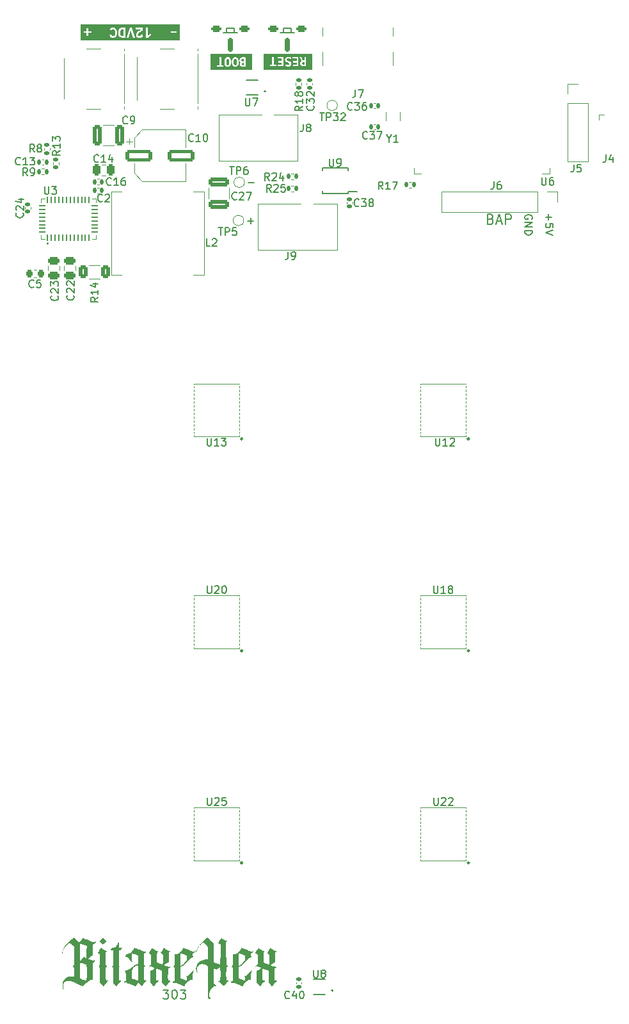
<source format=gbr>
%TF.GenerationSoftware,KiCad,Pcbnew,8.0.1-rc1*%
%TF.CreationDate,2024-03-24T23:57:46-06:00*%
%TF.ProjectId,bitaxeHex,62697461-7865-4486-9578-2e6b69636164,302*%
%TF.SameCoordinates,Original*%
%TF.FileFunction,Legend,Top*%
%TF.FilePolarity,Positive*%
%FSLAX46Y46*%
G04 Gerber Fmt 4.6, Leading zero omitted, Abs format (unit mm)*
G04 Created by KiCad (PCBNEW 8.0.1-rc1) date 2024-03-24 23:57:46*
%MOMM*%
%LPD*%
G01*
G04 APERTURE LIST*
G04 Aperture macros list*
%AMRoundRect*
0 Rectangle with rounded corners*
0 $1 Rounding radius*
0 $2 $3 $4 $5 $6 $7 $8 $9 X,Y pos of 4 corners*
0 Add a 4 corners polygon primitive as box body*
4,1,4,$2,$3,$4,$5,$6,$7,$8,$9,$2,$3,0*
0 Add four circle primitives for the rounded corners*
1,1,$1+$1,$2,$3*
1,1,$1+$1,$4,$5*
1,1,$1+$1,$6,$7*
1,1,$1+$1,$8,$9*
0 Add four rect primitives between the rounded corners*
20,1,$1+$1,$2,$3,$4,$5,0*
20,1,$1+$1,$4,$5,$6,$7,0*
20,1,$1+$1,$6,$7,$8,$9,0*
20,1,$1+$1,$8,$9,$2,$3,0*%
G04 Aperture macros list end*
%ADD10C,0.150000*%
%ADD11C,0.200000*%
%ADD12C,0.050000*%
%ADD13C,0.227485*%
%ADD14C,0.120000*%
%ADD15C,0.000000*%
%ADD16C,0.152400*%
%ADD17C,0.800000*%
%ADD18R,0.792000X0.221000*%
%ADD19R,4.277000X1.810000*%
%ADD20R,4.277000X4.530000*%
%ADD21C,0.990600*%
%ADD22C,0.787400*%
%ADD23C,1.000000*%
%ADD24RoundRect,0.135000X0.185000X-0.135000X0.185000X0.135000X-0.185000X0.135000X-0.185000X-0.135000X0*%
%ADD25C,3.200000*%
%ADD26C,6.000000*%
%ADD27R,1.600200X1.168400*%
%ADD28C,1.295400*%
%ADD29C,1.574800*%
%ADD30C,5.000000*%
%ADD31RoundRect,0.250000X-0.475000X0.250000X-0.475000X-0.250000X0.475000X-0.250000X0.475000X0.250000X0*%
%ADD32RoundRect,0.135000X0.135000X0.185000X-0.135000X0.185000X-0.135000X-0.185000X0.135000X-0.185000X0*%
%ADD33RoundRect,0.200000X0.450000X0.200000X-0.450000X0.200000X-0.450000X-0.200000X0.450000X-0.200000X0*%
%ADD34O,0.740000X1.750000*%
%ADD35RoundRect,0.150000X0.150000X0.750000X-0.150000X0.750000X-0.150000X-0.750000X0.150000X-0.750000X0*%
%ADD36C,2.000000*%
%ADD37R,9.000000X2.380000*%
%ADD38RoundRect,0.140000X0.140000X0.170000X-0.140000X0.170000X-0.140000X-0.170000X0.140000X-0.170000X0*%
%ADD39RoundRect,0.225000X-0.225000X-0.250000X0.225000X-0.250000X0.225000X0.250000X-0.225000X0.250000X0*%
%ADD40RoundRect,0.250000X-1.500000X-0.550000X1.500000X-0.550000X1.500000X0.550000X-1.500000X0.550000X0*%
%ADD41R,1.700000X1.700000*%
%ADD42O,1.700000X1.700000*%
%ADD43RoundRect,0.135000X-0.185000X0.135000X-0.185000X-0.135000X0.185000X-0.135000X0.185000X0.135000X0*%
%ADD44RoundRect,0.140000X0.170000X-0.140000X0.170000X0.140000X-0.170000X0.140000X-0.170000X-0.140000X0*%
%ADD45RoundRect,0.250000X1.100000X-0.325000X1.100000X0.325000X-1.100000X0.325000X-1.100000X-0.325000X0*%
%ADD46RoundRect,0.140000X-0.140000X-0.170000X0.140000X-0.170000X0.140000X0.170000X-0.140000X0.170000X0*%
%ADD47R,1.400000X0.300000*%
%ADD48RoundRect,0.062500X0.062500X-0.337500X0.062500X0.337500X-0.062500X0.337500X-0.062500X-0.337500X0*%
%ADD49RoundRect,0.062500X0.337500X-0.062500X0.337500X0.062500X-0.337500X0.062500X-0.337500X-0.062500X0*%
%ADD50C,0.400000*%
%ADD51R,5.300000X3.300000*%
%ADD52R,0.711200X0.228600*%
%ADD53R,1.500000X0.900000*%
%ADD54R,0.900000X1.500000*%
%ADD55R,0.900000X0.900000*%
%ADD56RoundRect,0.250000X-0.325000X-1.100000X0.325000X-1.100000X0.325000X1.100000X-0.325000X1.100000X0*%
%ADD57RoundRect,0.140000X-0.170000X0.140000X-0.170000X-0.140000X0.170000X-0.140000X0.170000X0.140000X0*%
%ADD58C,0.650000*%
%ADD59R,0.600000X1.060000*%
%ADD60R,0.300000X1.150000*%
%ADD61O,1.000000X2.100000*%
%ADD62O,1.000000X1.800000*%
%ADD63RoundRect,0.135000X-0.135000X-0.185000X0.135000X-0.185000X0.135000X0.185000X-0.135000X0.185000X0*%
%ADD64RoundRect,0.250000X-0.312500X-0.625000X0.312500X-0.625000X0.312500X0.625000X-0.312500X0.625000X0*%
%ADD65RoundRect,0.250000X-0.250000X-0.475000X0.250000X-0.475000X0.250000X0.475000X-0.250000X0.475000X0*%
G04 APERTURE END LIST*
D10*
X82136779Y-71988866D02*
X82898684Y-71988866D01*
X82517731Y-72369819D02*
X82517731Y-71607914D01*
X119732561Y-71760588D02*
X119780180Y-71665350D01*
X119780180Y-71665350D02*
X119780180Y-71522493D01*
X119780180Y-71522493D02*
X119732561Y-71379636D01*
X119732561Y-71379636D02*
X119637323Y-71284398D01*
X119637323Y-71284398D02*
X119542085Y-71236779D01*
X119542085Y-71236779D02*
X119351609Y-71189160D01*
X119351609Y-71189160D02*
X119208752Y-71189160D01*
X119208752Y-71189160D02*
X119018276Y-71236779D01*
X119018276Y-71236779D02*
X118923038Y-71284398D01*
X118923038Y-71284398D02*
X118827800Y-71379636D01*
X118827800Y-71379636D02*
X118780180Y-71522493D01*
X118780180Y-71522493D02*
X118780180Y-71617731D01*
X118780180Y-71617731D02*
X118827800Y-71760588D01*
X118827800Y-71760588D02*
X118875419Y-71808207D01*
X118875419Y-71808207D02*
X119208752Y-71808207D01*
X119208752Y-71808207D02*
X119208752Y-71617731D01*
X118780180Y-72236779D02*
X119780180Y-72236779D01*
X119780180Y-72236779D02*
X118780180Y-72808207D01*
X118780180Y-72808207D02*
X119780180Y-72808207D01*
X118780180Y-73284398D02*
X119780180Y-73284398D01*
X119780180Y-73284398D02*
X119780180Y-73522493D01*
X119780180Y-73522493D02*
X119732561Y-73665350D01*
X119732561Y-73665350D02*
X119637323Y-73760588D01*
X119637323Y-73760588D02*
X119542085Y-73808207D01*
X119542085Y-73808207D02*
X119351609Y-73855826D01*
X119351609Y-73855826D02*
X119208752Y-73855826D01*
X119208752Y-73855826D02*
X119018276Y-73808207D01*
X119018276Y-73808207D02*
X118923038Y-73760588D01*
X118923038Y-73760588D02*
X118827800Y-73665350D01*
X118827800Y-73665350D02*
X118780180Y-73522493D01*
X118780180Y-73522493D02*
X118780180Y-73284398D01*
X121911133Y-71136779D02*
X121911133Y-71898684D01*
X121530180Y-71517731D02*
X122292085Y-71517731D01*
X122530180Y-72851064D02*
X122530180Y-72374874D01*
X122530180Y-72374874D02*
X122053990Y-72327255D01*
X122053990Y-72327255D02*
X122101609Y-72374874D01*
X122101609Y-72374874D02*
X122149228Y-72470112D01*
X122149228Y-72470112D02*
X122149228Y-72708207D01*
X122149228Y-72708207D02*
X122101609Y-72803445D01*
X122101609Y-72803445D02*
X122053990Y-72851064D01*
X122053990Y-72851064D02*
X121958752Y-72898683D01*
X121958752Y-72898683D02*
X121720657Y-72898683D01*
X121720657Y-72898683D02*
X121625419Y-72851064D01*
X121625419Y-72851064D02*
X121577800Y-72803445D01*
X121577800Y-72803445D02*
X121530180Y-72708207D01*
X121530180Y-72708207D02*
X121530180Y-72470112D01*
X121530180Y-72470112D02*
X121577800Y-72374874D01*
X121577800Y-72374874D02*
X121625419Y-72327255D01*
X122530180Y-73184398D02*
X121530180Y-73517731D01*
X121530180Y-73517731D02*
X122530180Y-73851064D01*
D11*
X70903006Y-173592742D02*
X71645863Y-173592742D01*
X71645863Y-173592742D02*
X71245863Y-174049885D01*
X71245863Y-174049885D02*
X71417292Y-174049885D01*
X71417292Y-174049885D02*
X71531578Y-174107028D01*
X71531578Y-174107028D02*
X71588720Y-174164171D01*
X71588720Y-174164171D02*
X71645863Y-174278457D01*
X71645863Y-174278457D02*
X71645863Y-174564171D01*
X71645863Y-174564171D02*
X71588720Y-174678457D01*
X71588720Y-174678457D02*
X71531578Y-174735600D01*
X71531578Y-174735600D02*
X71417292Y-174792742D01*
X71417292Y-174792742D02*
X71074435Y-174792742D01*
X71074435Y-174792742D02*
X70960149Y-174735600D01*
X70960149Y-174735600D02*
X70903006Y-174678457D01*
X72388720Y-173592742D02*
X72503006Y-173592742D01*
X72503006Y-173592742D02*
X72617292Y-173649885D01*
X72617292Y-173649885D02*
X72674435Y-173707028D01*
X72674435Y-173707028D02*
X72731577Y-173821314D01*
X72731577Y-173821314D02*
X72788720Y-174049885D01*
X72788720Y-174049885D02*
X72788720Y-174335600D01*
X72788720Y-174335600D02*
X72731577Y-174564171D01*
X72731577Y-174564171D02*
X72674435Y-174678457D01*
X72674435Y-174678457D02*
X72617292Y-174735600D01*
X72617292Y-174735600D02*
X72503006Y-174792742D01*
X72503006Y-174792742D02*
X72388720Y-174792742D01*
X72388720Y-174792742D02*
X72274435Y-174735600D01*
X72274435Y-174735600D02*
X72217292Y-174678457D01*
X72217292Y-174678457D02*
X72160149Y-174564171D01*
X72160149Y-174564171D02*
X72103006Y-174335600D01*
X72103006Y-174335600D02*
X72103006Y-174049885D01*
X72103006Y-174049885D02*
X72160149Y-173821314D01*
X72160149Y-173821314D02*
X72217292Y-173707028D01*
X72217292Y-173707028D02*
X72274435Y-173649885D01*
X72274435Y-173649885D02*
X72388720Y-173592742D01*
X73188720Y-173592742D02*
X73931577Y-173592742D01*
X73931577Y-173592742D02*
X73531577Y-174049885D01*
X73531577Y-174049885D02*
X73703006Y-174049885D01*
X73703006Y-174049885D02*
X73817292Y-174107028D01*
X73817292Y-174107028D02*
X73874434Y-174164171D01*
X73874434Y-174164171D02*
X73931577Y-174278457D01*
X73931577Y-174278457D02*
X73931577Y-174564171D01*
X73931577Y-174564171D02*
X73874434Y-174678457D01*
X73874434Y-174678457D02*
X73817292Y-174735600D01*
X73817292Y-174735600D02*
X73703006Y-174792742D01*
X73703006Y-174792742D02*
X73360149Y-174792742D01*
X73360149Y-174792742D02*
X73245863Y-174735600D01*
X73245863Y-174735600D02*
X73188720Y-174678457D01*
D10*
X82236779Y-66938866D02*
X82998684Y-66938866D01*
D11*
X114274435Y-71749552D02*
X114460149Y-71811457D01*
X114460149Y-71811457D02*
X114522054Y-71873361D01*
X114522054Y-71873361D02*
X114583958Y-71997171D01*
X114583958Y-71997171D02*
X114583958Y-72182885D01*
X114583958Y-72182885D02*
X114522054Y-72306695D01*
X114522054Y-72306695D02*
X114460149Y-72368600D01*
X114460149Y-72368600D02*
X114336339Y-72430504D01*
X114336339Y-72430504D02*
X113841101Y-72430504D01*
X113841101Y-72430504D02*
X113841101Y-71130504D01*
X113841101Y-71130504D02*
X114274435Y-71130504D01*
X114274435Y-71130504D02*
X114398244Y-71192409D01*
X114398244Y-71192409D02*
X114460149Y-71254314D01*
X114460149Y-71254314D02*
X114522054Y-71378123D01*
X114522054Y-71378123D02*
X114522054Y-71501933D01*
X114522054Y-71501933D02*
X114460149Y-71625742D01*
X114460149Y-71625742D02*
X114398244Y-71687647D01*
X114398244Y-71687647D02*
X114274435Y-71749552D01*
X114274435Y-71749552D02*
X113841101Y-71749552D01*
X115079197Y-72059076D02*
X115698244Y-72059076D01*
X114955387Y-72430504D02*
X115388720Y-71130504D01*
X115388720Y-71130504D02*
X115822054Y-72430504D01*
X116255387Y-72430504D02*
X116255387Y-71130504D01*
X116255387Y-71130504D02*
X116750625Y-71130504D01*
X116750625Y-71130504D02*
X116874435Y-71192409D01*
X116874435Y-71192409D02*
X116936340Y-71254314D01*
X116936340Y-71254314D02*
X116998244Y-71378123D01*
X116998244Y-71378123D02*
X116998244Y-71563838D01*
X116998244Y-71563838D02*
X116936340Y-71687647D01*
X116936340Y-71687647D02*
X116874435Y-71749552D01*
X116874435Y-71749552D02*
X116750625Y-71811457D01*
X116750625Y-71811457D02*
X116255387Y-71811457D01*
D10*
X106711905Y-120204819D02*
X106711905Y-121014342D01*
X106711905Y-121014342D02*
X106759524Y-121109580D01*
X106759524Y-121109580D02*
X106807143Y-121157200D01*
X106807143Y-121157200D02*
X106902381Y-121204819D01*
X106902381Y-121204819D02*
X107092857Y-121204819D01*
X107092857Y-121204819D02*
X107188095Y-121157200D01*
X107188095Y-121157200D02*
X107235714Y-121109580D01*
X107235714Y-121109580D02*
X107283333Y-121014342D01*
X107283333Y-121014342D02*
X107283333Y-120204819D01*
X108283333Y-121204819D02*
X107711905Y-121204819D01*
X107997619Y-121204819D02*
X107997619Y-120204819D01*
X107997619Y-120204819D02*
X107902381Y-120347676D01*
X107902381Y-120347676D02*
X107807143Y-120442914D01*
X107807143Y-120442914D02*
X107711905Y-120490533D01*
X108854762Y-120633390D02*
X108759524Y-120585771D01*
X108759524Y-120585771D02*
X108711905Y-120538152D01*
X108711905Y-120538152D02*
X108664286Y-120442914D01*
X108664286Y-120442914D02*
X108664286Y-120395295D01*
X108664286Y-120395295D02*
X108711905Y-120300057D01*
X108711905Y-120300057D02*
X108759524Y-120252438D01*
X108759524Y-120252438D02*
X108854762Y-120204819D01*
X108854762Y-120204819D02*
X109045238Y-120204819D01*
X109045238Y-120204819D02*
X109140476Y-120252438D01*
X109140476Y-120252438D02*
X109188095Y-120300057D01*
X109188095Y-120300057D02*
X109235714Y-120395295D01*
X109235714Y-120395295D02*
X109235714Y-120442914D01*
X109235714Y-120442914D02*
X109188095Y-120538152D01*
X109188095Y-120538152D02*
X109140476Y-120585771D01*
X109140476Y-120585771D02*
X109045238Y-120633390D01*
X109045238Y-120633390D02*
X108854762Y-120633390D01*
X108854762Y-120633390D02*
X108759524Y-120681009D01*
X108759524Y-120681009D02*
X108711905Y-120728628D01*
X108711905Y-120728628D02*
X108664286Y-120823866D01*
X108664286Y-120823866D02*
X108664286Y-121014342D01*
X108664286Y-121014342D02*
X108711905Y-121109580D01*
X108711905Y-121109580D02*
X108759524Y-121157200D01*
X108759524Y-121157200D02*
X108854762Y-121204819D01*
X108854762Y-121204819D02*
X109045238Y-121204819D01*
X109045238Y-121204819D02*
X109140476Y-121157200D01*
X109140476Y-121157200D02*
X109188095Y-121109580D01*
X109188095Y-121109580D02*
X109235714Y-121014342D01*
X109235714Y-121014342D02*
X109235714Y-120823866D01*
X109235714Y-120823866D02*
X109188095Y-120728628D01*
X109188095Y-120728628D02*
X109140476Y-120681009D01*
X109140476Y-120681009D02*
X109045238Y-120633390D01*
X129516666Y-63254819D02*
X129516666Y-63969104D01*
X129516666Y-63969104D02*
X129469047Y-64111961D01*
X129469047Y-64111961D02*
X129373809Y-64207200D01*
X129373809Y-64207200D02*
X129230952Y-64254819D01*
X129230952Y-64254819D02*
X129135714Y-64254819D01*
X130421428Y-63588152D02*
X130421428Y-64254819D01*
X130183333Y-63207200D02*
X129945238Y-63921485D01*
X129945238Y-63921485D02*
X130564285Y-63921485D01*
X76761905Y-120204819D02*
X76761905Y-121014342D01*
X76761905Y-121014342D02*
X76809524Y-121109580D01*
X76809524Y-121109580D02*
X76857143Y-121157200D01*
X76857143Y-121157200D02*
X76952381Y-121204819D01*
X76952381Y-121204819D02*
X77142857Y-121204819D01*
X77142857Y-121204819D02*
X77238095Y-121157200D01*
X77238095Y-121157200D02*
X77285714Y-121109580D01*
X77285714Y-121109580D02*
X77333333Y-121014342D01*
X77333333Y-121014342D02*
X77333333Y-120204819D01*
X77761905Y-120300057D02*
X77809524Y-120252438D01*
X77809524Y-120252438D02*
X77904762Y-120204819D01*
X77904762Y-120204819D02*
X78142857Y-120204819D01*
X78142857Y-120204819D02*
X78238095Y-120252438D01*
X78238095Y-120252438D02*
X78285714Y-120300057D01*
X78285714Y-120300057D02*
X78333333Y-120395295D01*
X78333333Y-120395295D02*
X78333333Y-120490533D01*
X78333333Y-120490533D02*
X78285714Y-120633390D01*
X78285714Y-120633390D02*
X77714286Y-121204819D01*
X77714286Y-121204819D02*
X78333333Y-121204819D01*
X78952381Y-120204819D02*
X79047619Y-120204819D01*
X79047619Y-120204819D02*
X79142857Y-120252438D01*
X79142857Y-120252438D02*
X79190476Y-120300057D01*
X79190476Y-120300057D02*
X79238095Y-120395295D01*
X79238095Y-120395295D02*
X79285714Y-120585771D01*
X79285714Y-120585771D02*
X79285714Y-120823866D01*
X79285714Y-120823866D02*
X79238095Y-121014342D01*
X79238095Y-121014342D02*
X79190476Y-121109580D01*
X79190476Y-121109580D02*
X79142857Y-121157200D01*
X79142857Y-121157200D02*
X79047619Y-121204819D01*
X79047619Y-121204819D02*
X78952381Y-121204819D01*
X78952381Y-121204819D02*
X78857143Y-121157200D01*
X78857143Y-121157200D02*
X78809524Y-121109580D01*
X78809524Y-121109580D02*
X78761905Y-121014342D01*
X78761905Y-121014342D02*
X78714286Y-120823866D01*
X78714286Y-120823866D02*
X78714286Y-120585771D01*
X78714286Y-120585771D02*
X78761905Y-120395295D01*
X78761905Y-120395295D02*
X78809524Y-120300057D01*
X78809524Y-120300057D02*
X78857143Y-120252438D01*
X78857143Y-120252438D02*
X78952381Y-120204819D01*
X78238095Y-72904819D02*
X78809523Y-72904819D01*
X78523809Y-73904819D02*
X78523809Y-72904819D01*
X79142857Y-73904819D02*
X79142857Y-72904819D01*
X79142857Y-72904819D02*
X79523809Y-72904819D01*
X79523809Y-72904819D02*
X79619047Y-72952438D01*
X79619047Y-72952438D02*
X79666666Y-73000057D01*
X79666666Y-73000057D02*
X79714285Y-73095295D01*
X79714285Y-73095295D02*
X79714285Y-73238152D01*
X79714285Y-73238152D02*
X79666666Y-73333390D01*
X79666666Y-73333390D02*
X79619047Y-73381009D01*
X79619047Y-73381009D02*
X79523809Y-73428628D01*
X79523809Y-73428628D02*
X79142857Y-73428628D01*
X80619047Y-72904819D02*
X80142857Y-72904819D01*
X80142857Y-72904819D02*
X80095238Y-73381009D01*
X80095238Y-73381009D02*
X80142857Y-73333390D01*
X80142857Y-73333390D02*
X80238095Y-73285771D01*
X80238095Y-73285771D02*
X80476190Y-73285771D01*
X80476190Y-73285771D02*
X80571428Y-73333390D01*
X80571428Y-73333390D02*
X80619047Y-73381009D01*
X80619047Y-73381009D02*
X80666666Y-73476247D01*
X80666666Y-73476247D02*
X80666666Y-73714342D01*
X80666666Y-73714342D02*
X80619047Y-73809580D01*
X80619047Y-73809580D02*
X80571428Y-73857200D01*
X80571428Y-73857200D02*
X80476190Y-73904819D01*
X80476190Y-73904819D02*
X80238095Y-73904819D01*
X80238095Y-73904819D02*
X80142857Y-73857200D01*
X80142857Y-73857200D02*
X80095238Y-73809580D01*
X89404819Y-56842857D02*
X88928628Y-57176190D01*
X89404819Y-57414285D02*
X88404819Y-57414285D01*
X88404819Y-57414285D02*
X88404819Y-57033333D01*
X88404819Y-57033333D02*
X88452438Y-56938095D01*
X88452438Y-56938095D02*
X88500057Y-56890476D01*
X88500057Y-56890476D02*
X88595295Y-56842857D01*
X88595295Y-56842857D02*
X88738152Y-56842857D01*
X88738152Y-56842857D02*
X88833390Y-56890476D01*
X88833390Y-56890476D02*
X88881009Y-56938095D01*
X88881009Y-56938095D02*
X88928628Y-57033333D01*
X88928628Y-57033333D02*
X88928628Y-57414285D01*
X89404819Y-55890476D02*
X89404819Y-56461904D01*
X89404819Y-56176190D02*
X88404819Y-56176190D01*
X88404819Y-56176190D02*
X88547676Y-56271428D01*
X88547676Y-56271428D02*
X88642914Y-56366666D01*
X88642914Y-56366666D02*
X88690533Y-56461904D01*
X88833390Y-55319047D02*
X88785771Y-55414285D01*
X88785771Y-55414285D02*
X88738152Y-55461904D01*
X88738152Y-55461904D02*
X88642914Y-55509523D01*
X88642914Y-55509523D02*
X88595295Y-55509523D01*
X88595295Y-55509523D02*
X88500057Y-55461904D01*
X88500057Y-55461904D02*
X88452438Y-55414285D01*
X88452438Y-55414285D02*
X88404819Y-55319047D01*
X88404819Y-55319047D02*
X88404819Y-55128571D01*
X88404819Y-55128571D02*
X88452438Y-55033333D01*
X88452438Y-55033333D02*
X88500057Y-54985714D01*
X88500057Y-54985714D02*
X88595295Y-54938095D01*
X88595295Y-54938095D02*
X88642914Y-54938095D01*
X88642914Y-54938095D02*
X88738152Y-54985714D01*
X88738152Y-54985714D02*
X88785771Y-55033333D01*
X88785771Y-55033333D02*
X88833390Y-55128571D01*
X88833390Y-55128571D02*
X88833390Y-55319047D01*
X88833390Y-55319047D02*
X88881009Y-55414285D01*
X88881009Y-55414285D02*
X88928628Y-55461904D01*
X88928628Y-55461904D02*
X89023866Y-55509523D01*
X89023866Y-55509523D02*
X89214342Y-55509523D01*
X89214342Y-55509523D02*
X89309580Y-55461904D01*
X89309580Y-55461904D02*
X89357200Y-55414285D01*
X89357200Y-55414285D02*
X89404819Y-55319047D01*
X89404819Y-55319047D02*
X89404819Y-55128571D01*
X89404819Y-55128571D02*
X89357200Y-55033333D01*
X89357200Y-55033333D02*
X89309580Y-54985714D01*
X89309580Y-54985714D02*
X89214342Y-54938095D01*
X89214342Y-54938095D02*
X89023866Y-54938095D01*
X89023866Y-54938095D02*
X88928628Y-54985714D01*
X88928628Y-54985714D02*
X88881009Y-55033333D01*
X88881009Y-55033333D02*
X88833390Y-55128571D01*
X100823809Y-61128628D02*
X100823809Y-61604819D01*
X100490476Y-60604819D02*
X100823809Y-61128628D01*
X100823809Y-61128628D02*
X101157142Y-60604819D01*
X102014285Y-61604819D02*
X101442857Y-61604819D01*
X101728571Y-61604819D02*
X101728571Y-60604819D01*
X101728571Y-60604819D02*
X101633333Y-60747676D01*
X101633333Y-60747676D02*
X101538095Y-60842914D01*
X101538095Y-60842914D02*
X101442857Y-60890533D01*
X89466666Y-59204819D02*
X89466666Y-59919104D01*
X89466666Y-59919104D02*
X89419047Y-60061961D01*
X89419047Y-60061961D02*
X89323809Y-60157200D01*
X89323809Y-60157200D02*
X89180952Y-60204819D01*
X89180952Y-60204819D02*
X89085714Y-60204819D01*
X90085714Y-59633390D02*
X89990476Y-59585771D01*
X89990476Y-59585771D02*
X89942857Y-59538152D01*
X89942857Y-59538152D02*
X89895238Y-59442914D01*
X89895238Y-59442914D02*
X89895238Y-59395295D01*
X89895238Y-59395295D02*
X89942857Y-59300057D01*
X89942857Y-59300057D02*
X89990476Y-59252438D01*
X89990476Y-59252438D02*
X90085714Y-59204819D01*
X90085714Y-59204819D02*
X90276190Y-59204819D01*
X90276190Y-59204819D02*
X90371428Y-59252438D01*
X90371428Y-59252438D02*
X90419047Y-59300057D01*
X90419047Y-59300057D02*
X90466666Y-59395295D01*
X90466666Y-59395295D02*
X90466666Y-59442914D01*
X90466666Y-59442914D02*
X90419047Y-59538152D01*
X90419047Y-59538152D02*
X90371428Y-59585771D01*
X90371428Y-59585771D02*
X90276190Y-59633390D01*
X90276190Y-59633390D02*
X90085714Y-59633390D01*
X90085714Y-59633390D02*
X89990476Y-59681009D01*
X89990476Y-59681009D02*
X89942857Y-59728628D01*
X89942857Y-59728628D02*
X89895238Y-59823866D01*
X89895238Y-59823866D02*
X89895238Y-60014342D01*
X89895238Y-60014342D02*
X89942857Y-60109580D01*
X89942857Y-60109580D02*
X89990476Y-60157200D01*
X89990476Y-60157200D02*
X90085714Y-60204819D01*
X90085714Y-60204819D02*
X90276190Y-60204819D01*
X90276190Y-60204819D02*
X90371428Y-60157200D01*
X90371428Y-60157200D02*
X90419047Y-60109580D01*
X90419047Y-60109580D02*
X90466666Y-60014342D01*
X90466666Y-60014342D02*
X90466666Y-59823866D01*
X90466666Y-59823866D02*
X90419047Y-59728628D01*
X90419047Y-59728628D02*
X90371428Y-59681009D01*
X90371428Y-59681009D02*
X90276190Y-59633390D01*
X56984580Y-81892857D02*
X57032200Y-81940476D01*
X57032200Y-81940476D02*
X57079819Y-82083333D01*
X57079819Y-82083333D02*
X57079819Y-82178571D01*
X57079819Y-82178571D02*
X57032200Y-82321428D01*
X57032200Y-82321428D02*
X56936961Y-82416666D01*
X56936961Y-82416666D02*
X56841723Y-82464285D01*
X56841723Y-82464285D02*
X56651247Y-82511904D01*
X56651247Y-82511904D02*
X56508390Y-82511904D01*
X56508390Y-82511904D02*
X56317914Y-82464285D01*
X56317914Y-82464285D02*
X56222676Y-82416666D01*
X56222676Y-82416666D02*
X56127438Y-82321428D01*
X56127438Y-82321428D02*
X56079819Y-82178571D01*
X56079819Y-82178571D02*
X56079819Y-82083333D01*
X56079819Y-82083333D02*
X56127438Y-81940476D01*
X56127438Y-81940476D02*
X56175057Y-81892857D01*
X56175057Y-81511904D02*
X56127438Y-81464285D01*
X56127438Y-81464285D02*
X56079819Y-81369047D01*
X56079819Y-81369047D02*
X56079819Y-81130952D01*
X56079819Y-81130952D02*
X56127438Y-81035714D01*
X56127438Y-81035714D02*
X56175057Y-80988095D01*
X56175057Y-80988095D02*
X56270295Y-80940476D01*
X56270295Y-80940476D02*
X56365533Y-80940476D01*
X56365533Y-80940476D02*
X56508390Y-80988095D01*
X56508390Y-80988095D02*
X57079819Y-81559523D01*
X57079819Y-81559523D02*
X57079819Y-80940476D01*
X56079819Y-80607142D02*
X56079819Y-79988095D01*
X56079819Y-79988095D02*
X56460771Y-80321428D01*
X56460771Y-80321428D02*
X56460771Y-80178571D01*
X56460771Y-80178571D02*
X56508390Y-80083333D01*
X56508390Y-80083333D02*
X56556009Y-80035714D01*
X56556009Y-80035714D02*
X56651247Y-79988095D01*
X56651247Y-79988095D02*
X56889342Y-79988095D01*
X56889342Y-79988095D02*
X56984580Y-80035714D01*
X56984580Y-80035714D02*
X57032200Y-80083333D01*
X57032200Y-80083333D02*
X57079819Y-80178571D01*
X57079819Y-80178571D02*
X57079819Y-80464285D01*
X57079819Y-80464285D02*
X57032200Y-80559523D01*
X57032200Y-80559523D02*
X56984580Y-80607142D01*
X85207142Y-68179819D02*
X84873809Y-67703628D01*
X84635714Y-68179819D02*
X84635714Y-67179819D01*
X84635714Y-67179819D02*
X85016666Y-67179819D01*
X85016666Y-67179819D02*
X85111904Y-67227438D01*
X85111904Y-67227438D02*
X85159523Y-67275057D01*
X85159523Y-67275057D02*
X85207142Y-67370295D01*
X85207142Y-67370295D02*
X85207142Y-67513152D01*
X85207142Y-67513152D02*
X85159523Y-67608390D01*
X85159523Y-67608390D02*
X85111904Y-67656009D01*
X85111904Y-67656009D02*
X85016666Y-67703628D01*
X85016666Y-67703628D02*
X84635714Y-67703628D01*
X85588095Y-67275057D02*
X85635714Y-67227438D01*
X85635714Y-67227438D02*
X85730952Y-67179819D01*
X85730952Y-67179819D02*
X85969047Y-67179819D01*
X85969047Y-67179819D02*
X86064285Y-67227438D01*
X86064285Y-67227438D02*
X86111904Y-67275057D01*
X86111904Y-67275057D02*
X86159523Y-67370295D01*
X86159523Y-67370295D02*
X86159523Y-67465533D01*
X86159523Y-67465533D02*
X86111904Y-67608390D01*
X86111904Y-67608390D02*
X85540476Y-68179819D01*
X85540476Y-68179819D02*
X86159523Y-68179819D01*
X87064285Y-67179819D02*
X86588095Y-67179819D01*
X86588095Y-67179819D02*
X86540476Y-67656009D01*
X86540476Y-67656009D02*
X86588095Y-67608390D01*
X86588095Y-67608390D02*
X86683333Y-67560771D01*
X86683333Y-67560771D02*
X86921428Y-67560771D01*
X86921428Y-67560771D02*
X87016666Y-67608390D01*
X87016666Y-67608390D02*
X87064285Y-67656009D01*
X87064285Y-67656009D02*
X87111904Y-67751247D01*
X87111904Y-67751247D02*
X87111904Y-67989342D01*
X87111904Y-67989342D02*
X87064285Y-68084580D01*
X87064285Y-68084580D02*
X87016666Y-68132200D01*
X87016666Y-68132200D02*
X86921428Y-68179819D01*
X86921428Y-68179819D02*
X86683333Y-68179819D01*
X86683333Y-68179819D02*
X86588095Y-68132200D01*
X86588095Y-68132200D02*
X86540476Y-68084580D01*
X77158333Y-75354819D02*
X76682143Y-75354819D01*
X76682143Y-75354819D02*
X76682143Y-74354819D01*
X77444048Y-74450057D02*
X77491667Y-74402438D01*
X77491667Y-74402438D02*
X77586905Y-74354819D01*
X77586905Y-74354819D02*
X77825000Y-74354819D01*
X77825000Y-74354819D02*
X77920238Y-74402438D01*
X77920238Y-74402438D02*
X77967857Y-74450057D01*
X77967857Y-74450057D02*
X78015476Y-74545295D01*
X78015476Y-74545295D02*
X78015476Y-74640533D01*
X78015476Y-74640533D02*
X77967857Y-74783390D01*
X77967857Y-74783390D02*
X77396429Y-75354819D01*
X77396429Y-75354819D02*
X78015476Y-75354819D01*
X52027142Y-64509580D02*
X51979523Y-64557200D01*
X51979523Y-64557200D02*
X51836666Y-64604819D01*
X51836666Y-64604819D02*
X51741428Y-64604819D01*
X51741428Y-64604819D02*
X51598571Y-64557200D01*
X51598571Y-64557200D02*
X51503333Y-64461961D01*
X51503333Y-64461961D02*
X51455714Y-64366723D01*
X51455714Y-64366723D02*
X51408095Y-64176247D01*
X51408095Y-64176247D02*
X51408095Y-64033390D01*
X51408095Y-64033390D02*
X51455714Y-63842914D01*
X51455714Y-63842914D02*
X51503333Y-63747676D01*
X51503333Y-63747676D02*
X51598571Y-63652438D01*
X51598571Y-63652438D02*
X51741428Y-63604819D01*
X51741428Y-63604819D02*
X51836666Y-63604819D01*
X51836666Y-63604819D02*
X51979523Y-63652438D01*
X51979523Y-63652438D02*
X52027142Y-63700057D01*
X52979523Y-64604819D02*
X52408095Y-64604819D01*
X52693809Y-64604819D02*
X52693809Y-63604819D01*
X52693809Y-63604819D02*
X52598571Y-63747676D01*
X52598571Y-63747676D02*
X52503333Y-63842914D01*
X52503333Y-63842914D02*
X52408095Y-63890533D01*
X53312857Y-63604819D02*
X53931904Y-63604819D01*
X53931904Y-63604819D02*
X53598571Y-63985771D01*
X53598571Y-63985771D02*
X53741428Y-63985771D01*
X53741428Y-63985771D02*
X53836666Y-64033390D01*
X53836666Y-64033390D02*
X53884285Y-64081009D01*
X53884285Y-64081009D02*
X53931904Y-64176247D01*
X53931904Y-64176247D02*
X53931904Y-64414342D01*
X53931904Y-64414342D02*
X53884285Y-64509580D01*
X53884285Y-64509580D02*
X53836666Y-64557200D01*
X53836666Y-64557200D02*
X53741428Y-64604819D01*
X53741428Y-64604819D02*
X53455714Y-64604819D01*
X53455714Y-64604819D02*
X53360476Y-64557200D01*
X53360476Y-64557200D02*
X53312857Y-64509580D01*
X53808333Y-80709580D02*
X53760714Y-80757200D01*
X53760714Y-80757200D02*
X53617857Y-80804819D01*
X53617857Y-80804819D02*
X53522619Y-80804819D01*
X53522619Y-80804819D02*
X53379762Y-80757200D01*
X53379762Y-80757200D02*
X53284524Y-80661961D01*
X53284524Y-80661961D02*
X53236905Y-80566723D01*
X53236905Y-80566723D02*
X53189286Y-80376247D01*
X53189286Y-80376247D02*
X53189286Y-80233390D01*
X53189286Y-80233390D02*
X53236905Y-80042914D01*
X53236905Y-80042914D02*
X53284524Y-79947676D01*
X53284524Y-79947676D02*
X53379762Y-79852438D01*
X53379762Y-79852438D02*
X53522619Y-79804819D01*
X53522619Y-79804819D02*
X53617857Y-79804819D01*
X53617857Y-79804819D02*
X53760714Y-79852438D01*
X53760714Y-79852438D02*
X53808333Y-79900057D01*
X54713095Y-79804819D02*
X54236905Y-79804819D01*
X54236905Y-79804819D02*
X54189286Y-80281009D01*
X54189286Y-80281009D02*
X54236905Y-80233390D01*
X54236905Y-80233390D02*
X54332143Y-80185771D01*
X54332143Y-80185771D02*
X54570238Y-80185771D01*
X54570238Y-80185771D02*
X54665476Y-80233390D01*
X54665476Y-80233390D02*
X54713095Y-80281009D01*
X54713095Y-80281009D02*
X54760714Y-80376247D01*
X54760714Y-80376247D02*
X54760714Y-80614342D01*
X54760714Y-80614342D02*
X54713095Y-80709580D01*
X54713095Y-80709580D02*
X54665476Y-80757200D01*
X54665476Y-80757200D02*
X54570238Y-80804819D01*
X54570238Y-80804819D02*
X54332143Y-80804819D01*
X54332143Y-80804819D02*
X54236905Y-80757200D01*
X54236905Y-80757200D02*
X54189286Y-80709580D01*
X95957142Y-57259580D02*
X95909523Y-57307200D01*
X95909523Y-57307200D02*
X95766666Y-57354819D01*
X95766666Y-57354819D02*
X95671428Y-57354819D01*
X95671428Y-57354819D02*
X95528571Y-57307200D01*
X95528571Y-57307200D02*
X95433333Y-57211961D01*
X95433333Y-57211961D02*
X95385714Y-57116723D01*
X95385714Y-57116723D02*
X95338095Y-56926247D01*
X95338095Y-56926247D02*
X95338095Y-56783390D01*
X95338095Y-56783390D02*
X95385714Y-56592914D01*
X95385714Y-56592914D02*
X95433333Y-56497676D01*
X95433333Y-56497676D02*
X95528571Y-56402438D01*
X95528571Y-56402438D02*
X95671428Y-56354819D01*
X95671428Y-56354819D02*
X95766666Y-56354819D01*
X95766666Y-56354819D02*
X95909523Y-56402438D01*
X95909523Y-56402438D02*
X95957142Y-56450057D01*
X96290476Y-56354819D02*
X96909523Y-56354819D01*
X96909523Y-56354819D02*
X96576190Y-56735771D01*
X96576190Y-56735771D02*
X96719047Y-56735771D01*
X96719047Y-56735771D02*
X96814285Y-56783390D01*
X96814285Y-56783390D02*
X96861904Y-56831009D01*
X96861904Y-56831009D02*
X96909523Y-56926247D01*
X96909523Y-56926247D02*
X96909523Y-57164342D01*
X96909523Y-57164342D02*
X96861904Y-57259580D01*
X96861904Y-57259580D02*
X96814285Y-57307200D01*
X96814285Y-57307200D02*
X96719047Y-57354819D01*
X96719047Y-57354819D02*
X96433333Y-57354819D01*
X96433333Y-57354819D02*
X96338095Y-57307200D01*
X96338095Y-57307200D02*
X96290476Y-57259580D01*
X97766666Y-56354819D02*
X97576190Y-56354819D01*
X97576190Y-56354819D02*
X97480952Y-56402438D01*
X97480952Y-56402438D02*
X97433333Y-56450057D01*
X97433333Y-56450057D02*
X97338095Y-56592914D01*
X97338095Y-56592914D02*
X97290476Y-56783390D01*
X97290476Y-56783390D02*
X97290476Y-57164342D01*
X97290476Y-57164342D02*
X97338095Y-57259580D01*
X97338095Y-57259580D02*
X97385714Y-57307200D01*
X97385714Y-57307200D02*
X97480952Y-57354819D01*
X97480952Y-57354819D02*
X97671428Y-57354819D01*
X97671428Y-57354819D02*
X97766666Y-57307200D01*
X97766666Y-57307200D02*
X97814285Y-57259580D01*
X97814285Y-57259580D02*
X97861904Y-57164342D01*
X97861904Y-57164342D02*
X97861904Y-56926247D01*
X97861904Y-56926247D02*
X97814285Y-56831009D01*
X97814285Y-56831009D02*
X97766666Y-56783390D01*
X97766666Y-56783390D02*
X97671428Y-56735771D01*
X97671428Y-56735771D02*
X97480952Y-56735771D01*
X97480952Y-56735771D02*
X97385714Y-56783390D01*
X97385714Y-56783390D02*
X97338095Y-56831009D01*
X97338095Y-56831009D02*
X97290476Y-56926247D01*
X74907142Y-61409580D02*
X74859523Y-61457200D01*
X74859523Y-61457200D02*
X74716666Y-61504819D01*
X74716666Y-61504819D02*
X74621428Y-61504819D01*
X74621428Y-61504819D02*
X74478571Y-61457200D01*
X74478571Y-61457200D02*
X74383333Y-61361961D01*
X74383333Y-61361961D02*
X74335714Y-61266723D01*
X74335714Y-61266723D02*
X74288095Y-61076247D01*
X74288095Y-61076247D02*
X74288095Y-60933390D01*
X74288095Y-60933390D02*
X74335714Y-60742914D01*
X74335714Y-60742914D02*
X74383333Y-60647676D01*
X74383333Y-60647676D02*
X74478571Y-60552438D01*
X74478571Y-60552438D02*
X74621428Y-60504819D01*
X74621428Y-60504819D02*
X74716666Y-60504819D01*
X74716666Y-60504819D02*
X74859523Y-60552438D01*
X74859523Y-60552438D02*
X74907142Y-60600057D01*
X75859523Y-61504819D02*
X75288095Y-61504819D01*
X75573809Y-61504819D02*
X75573809Y-60504819D01*
X75573809Y-60504819D02*
X75478571Y-60647676D01*
X75478571Y-60647676D02*
X75383333Y-60742914D01*
X75383333Y-60742914D02*
X75288095Y-60790533D01*
X76478571Y-60504819D02*
X76573809Y-60504819D01*
X76573809Y-60504819D02*
X76669047Y-60552438D01*
X76669047Y-60552438D02*
X76716666Y-60600057D01*
X76716666Y-60600057D02*
X76764285Y-60695295D01*
X76764285Y-60695295D02*
X76811904Y-60885771D01*
X76811904Y-60885771D02*
X76811904Y-61123866D01*
X76811904Y-61123866D02*
X76764285Y-61314342D01*
X76764285Y-61314342D02*
X76716666Y-61409580D01*
X76716666Y-61409580D02*
X76669047Y-61457200D01*
X76669047Y-61457200D02*
X76573809Y-61504819D01*
X76573809Y-61504819D02*
X76478571Y-61504819D01*
X76478571Y-61504819D02*
X76383333Y-61457200D01*
X76383333Y-61457200D02*
X76335714Y-61409580D01*
X76335714Y-61409580D02*
X76288095Y-61314342D01*
X76288095Y-61314342D02*
X76240476Y-61123866D01*
X76240476Y-61123866D02*
X76240476Y-60885771D01*
X76240476Y-60885771D02*
X76288095Y-60695295D01*
X76288095Y-60695295D02*
X76335714Y-60600057D01*
X76335714Y-60600057D02*
X76383333Y-60552438D01*
X76383333Y-60552438D02*
X76478571Y-60504819D01*
X114686666Y-66804819D02*
X114686666Y-67519104D01*
X114686666Y-67519104D02*
X114639047Y-67661961D01*
X114639047Y-67661961D02*
X114543809Y-67757200D01*
X114543809Y-67757200D02*
X114400952Y-67804819D01*
X114400952Y-67804819D02*
X114305714Y-67804819D01*
X115591428Y-66804819D02*
X115400952Y-66804819D01*
X115400952Y-66804819D02*
X115305714Y-66852438D01*
X115305714Y-66852438D02*
X115258095Y-66900057D01*
X115258095Y-66900057D02*
X115162857Y-67042914D01*
X115162857Y-67042914D02*
X115115238Y-67233390D01*
X115115238Y-67233390D02*
X115115238Y-67614342D01*
X115115238Y-67614342D02*
X115162857Y-67709580D01*
X115162857Y-67709580D02*
X115210476Y-67757200D01*
X115210476Y-67757200D02*
X115305714Y-67804819D01*
X115305714Y-67804819D02*
X115496190Y-67804819D01*
X115496190Y-67804819D02*
X115591428Y-67757200D01*
X115591428Y-67757200D02*
X115639047Y-67709580D01*
X115639047Y-67709580D02*
X115686666Y-67614342D01*
X115686666Y-67614342D02*
X115686666Y-67376247D01*
X115686666Y-67376247D02*
X115639047Y-67281009D01*
X115639047Y-67281009D02*
X115591428Y-67233390D01*
X115591428Y-67233390D02*
X115496190Y-67185771D01*
X115496190Y-67185771D02*
X115305714Y-67185771D01*
X115305714Y-67185771D02*
X115210476Y-67233390D01*
X115210476Y-67233390D02*
X115162857Y-67281009D01*
X115162857Y-67281009D02*
X115115238Y-67376247D01*
X76761905Y-148204819D02*
X76761905Y-149014342D01*
X76761905Y-149014342D02*
X76809524Y-149109580D01*
X76809524Y-149109580D02*
X76857143Y-149157200D01*
X76857143Y-149157200D02*
X76952381Y-149204819D01*
X76952381Y-149204819D02*
X77142857Y-149204819D01*
X77142857Y-149204819D02*
X77238095Y-149157200D01*
X77238095Y-149157200D02*
X77285714Y-149109580D01*
X77285714Y-149109580D02*
X77333333Y-149014342D01*
X77333333Y-149014342D02*
X77333333Y-148204819D01*
X77761905Y-148300057D02*
X77809524Y-148252438D01*
X77809524Y-148252438D02*
X77904762Y-148204819D01*
X77904762Y-148204819D02*
X78142857Y-148204819D01*
X78142857Y-148204819D02*
X78238095Y-148252438D01*
X78238095Y-148252438D02*
X78285714Y-148300057D01*
X78285714Y-148300057D02*
X78333333Y-148395295D01*
X78333333Y-148395295D02*
X78333333Y-148490533D01*
X78333333Y-148490533D02*
X78285714Y-148633390D01*
X78285714Y-148633390D02*
X77714286Y-149204819D01*
X77714286Y-149204819D02*
X78333333Y-149204819D01*
X79238095Y-148204819D02*
X78761905Y-148204819D01*
X78761905Y-148204819D02*
X78714286Y-148681009D01*
X78714286Y-148681009D02*
X78761905Y-148633390D01*
X78761905Y-148633390D02*
X78857143Y-148585771D01*
X78857143Y-148585771D02*
X79095238Y-148585771D01*
X79095238Y-148585771D02*
X79190476Y-148633390D01*
X79190476Y-148633390D02*
X79238095Y-148681009D01*
X79238095Y-148681009D02*
X79285714Y-148776247D01*
X79285714Y-148776247D02*
X79285714Y-149014342D01*
X79285714Y-149014342D02*
X79238095Y-149109580D01*
X79238095Y-149109580D02*
X79190476Y-149157200D01*
X79190476Y-149157200D02*
X79095238Y-149204819D01*
X79095238Y-149204819D02*
X78857143Y-149204819D01*
X78857143Y-149204819D02*
X78761905Y-149157200D01*
X78761905Y-149157200D02*
X78714286Y-149109580D01*
X53903333Y-62904819D02*
X53570000Y-62428628D01*
X53331905Y-62904819D02*
X53331905Y-61904819D01*
X53331905Y-61904819D02*
X53712857Y-61904819D01*
X53712857Y-61904819D02*
X53808095Y-61952438D01*
X53808095Y-61952438D02*
X53855714Y-62000057D01*
X53855714Y-62000057D02*
X53903333Y-62095295D01*
X53903333Y-62095295D02*
X53903333Y-62238152D01*
X53903333Y-62238152D02*
X53855714Y-62333390D01*
X53855714Y-62333390D02*
X53808095Y-62381009D01*
X53808095Y-62381009D02*
X53712857Y-62428628D01*
X53712857Y-62428628D02*
X53331905Y-62428628D01*
X54474762Y-62333390D02*
X54379524Y-62285771D01*
X54379524Y-62285771D02*
X54331905Y-62238152D01*
X54331905Y-62238152D02*
X54284286Y-62142914D01*
X54284286Y-62142914D02*
X54284286Y-62095295D01*
X54284286Y-62095295D02*
X54331905Y-62000057D01*
X54331905Y-62000057D02*
X54379524Y-61952438D01*
X54379524Y-61952438D02*
X54474762Y-61904819D01*
X54474762Y-61904819D02*
X54665238Y-61904819D01*
X54665238Y-61904819D02*
X54760476Y-61952438D01*
X54760476Y-61952438D02*
X54808095Y-62000057D01*
X54808095Y-62000057D02*
X54855714Y-62095295D01*
X54855714Y-62095295D02*
X54855714Y-62142914D01*
X54855714Y-62142914D02*
X54808095Y-62238152D01*
X54808095Y-62238152D02*
X54760476Y-62285771D01*
X54760476Y-62285771D02*
X54665238Y-62333390D01*
X54665238Y-62333390D02*
X54474762Y-62333390D01*
X54474762Y-62333390D02*
X54379524Y-62381009D01*
X54379524Y-62381009D02*
X54331905Y-62428628D01*
X54331905Y-62428628D02*
X54284286Y-62523866D01*
X54284286Y-62523866D02*
X54284286Y-62714342D01*
X54284286Y-62714342D02*
X54331905Y-62809580D01*
X54331905Y-62809580D02*
X54379524Y-62857200D01*
X54379524Y-62857200D02*
X54474762Y-62904819D01*
X54474762Y-62904819D02*
X54665238Y-62904819D01*
X54665238Y-62904819D02*
X54760476Y-62857200D01*
X54760476Y-62857200D02*
X54808095Y-62809580D01*
X54808095Y-62809580D02*
X54855714Y-62714342D01*
X54855714Y-62714342D02*
X54855714Y-62523866D01*
X54855714Y-62523866D02*
X54808095Y-62428628D01*
X54808095Y-62428628D02*
X54760476Y-62381009D01*
X54760476Y-62381009D02*
X54665238Y-62333390D01*
X87466666Y-76104819D02*
X87466666Y-76819104D01*
X87466666Y-76819104D02*
X87419047Y-76961961D01*
X87419047Y-76961961D02*
X87323809Y-77057200D01*
X87323809Y-77057200D02*
X87180952Y-77104819D01*
X87180952Y-77104819D02*
X87085714Y-77104819D01*
X87990476Y-77104819D02*
X88180952Y-77104819D01*
X88180952Y-77104819D02*
X88276190Y-77057200D01*
X88276190Y-77057200D02*
X88323809Y-77009580D01*
X88323809Y-77009580D02*
X88419047Y-76866723D01*
X88419047Y-76866723D02*
X88466666Y-76676247D01*
X88466666Y-76676247D02*
X88466666Y-76295295D01*
X88466666Y-76295295D02*
X88419047Y-76200057D01*
X88419047Y-76200057D02*
X88371428Y-76152438D01*
X88371428Y-76152438D02*
X88276190Y-76104819D01*
X88276190Y-76104819D02*
X88085714Y-76104819D01*
X88085714Y-76104819D02*
X87990476Y-76152438D01*
X87990476Y-76152438D02*
X87942857Y-76200057D01*
X87942857Y-76200057D02*
X87895238Y-76295295D01*
X87895238Y-76295295D02*
X87895238Y-76533390D01*
X87895238Y-76533390D02*
X87942857Y-76628628D01*
X87942857Y-76628628D02*
X87990476Y-76676247D01*
X87990476Y-76676247D02*
X88085714Y-76723866D01*
X88085714Y-76723866D02*
X88276190Y-76723866D01*
X88276190Y-76723866D02*
X88371428Y-76676247D01*
X88371428Y-76676247D02*
X88419047Y-76628628D01*
X88419047Y-76628628D02*
X88466666Y-76533390D01*
X87657142Y-174659580D02*
X87609523Y-174707200D01*
X87609523Y-174707200D02*
X87466666Y-174754819D01*
X87466666Y-174754819D02*
X87371428Y-174754819D01*
X87371428Y-174754819D02*
X87228571Y-174707200D01*
X87228571Y-174707200D02*
X87133333Y-174611961D01*
X87133333Y-174611961D02*
X87085714Y-174516723D01*
X87085714Y-174516723D02*
X87038095Y-174326247D01*
X87038095Y-174326247D02*
X87038095Y-174183390D01*
X87038095Y-174183390D02*
X87085714Y-173992914D01*
X87085714Y-173992914D02*
X87133333Y-173897676D01*
X87133333Y-173897676D02*
X87228571Y-173802438D01*
X87228571Y-173802438D02*
X87371428Y-173754819D01*
X87371428Y-173754819D02*
X87466666Y-173754819D01*
X87466666Y-173754819D02*
X87609523Y-173802438D01*
X87609523Y-173802438D02*
X87657142Y-173850057D01*
X88514285Y-174088152D02*
X88514285Y-174754819D01*
X88276190Y-173707200D02*
X88038095Y-174421485D01*
X88038095Y-174421485D02*
X88657142Y-174421485D01*
X89228571Y-173754819D02*
X89323809Y-173754819D01*
X89323809Y-173754819D02*
X89419047Y-173802438D01*
X89419047Y-173802438D02*
X89466666Y-173850057D01*
X89466666Y-173850057D02*
X89514285Y-173945295D01*
X89514285Y-173945295D02*
X89561904Y-174135771D01*
X89561904Y-174135771D02*
X89561904Y-174373866D01*
X89561904Y-174373866D02*
X89514285Y-174564342D01*
X89514285Y-174564342D02*
X89466666Y-174659580D01*
X89466666Y-174659580D02*
X89419047Y-174707200D01*
X89419047Y-174707200D02*
X89323809Y-174754819D01*
X89323809Y-174754819D02*
X89228571Y-174754819D01*
X89228571Y-174754819D02*
X89133333Y-174707200D01*
X89133333Y-174707200D02*
X89085714Y-174659580D01*
X89085714Y-174659580D02*
X89038095Y-174564342D01*
X89038095Y-174564342D02*
X88990476Y-174373866D01*
X88990476Y-174373866D02*
X88990476Y-174135771D01*
X88990476Y-174135771D02*
X89038095Y-173945295D01*
X89038095Y-173945295D02*
X89085714Y-173850057D01*
X89085714Y-173850057D02*
X89133333Y-173802438D01*
X89133333Y-173802438D02*
X89228571Y-173754819D01*
X79738095Y-64854819D02*
X80309523Y-64854819D01*
X80023809Y-65854819D02*
X80023809Y-64854819D01*
X80642857Y-65854819D02*
X80642857Y-64854819D01*
X80642857Y-64854819D02*
X81023809Y-64854819D01*
X81023809Y-64854819D02*
X81119047Y-64902438D01*
X81119047Y-64902438D02*
X81166666Y-64950057D01*
X81166666Y-64950057D02*
X81214285Y-65045295D01*
X81214285Y-65045295D02*
X81214285Y-65188152D01*
X81214285Y-65188152D02*
X81166666Y-65283390D01*
X81166666Y-65283390D02*
X81119047Y-65331009D01*
X81119047Y-65331009D02*
X81023809Y-65378628D01*
X81023809Y-65378628D02*
X80642857Y-65378628D01*
X82071428Y-64854819D02*
X81880952Y-64854819D01*
X81880952Y-64854819D02*
X81785714Y-64902438D01*
X81785714Y-64902438D02*
X81738095Y-64950057D01*
X81738095Y-64950057D02*
X81642857Y-65092914D01*
X81642857Y-65092914D02*
X81595238Y-65283390D01*
X81595238Y-65283390D02*
X81595238Y-65664342D01*
X81595238Y-65664342D02*
X81642857Y-65759580D01*
X81642857Y-65759580D02*
X81690476Y-65807200D01*
X81690476Y-65807200D02*
X81785714Y-65854819D01*
X81785714Y-65854819D02*
X81976190Y-65854819D01*
X81976190Y-65854819D02*
X82071428Y-65807200D01*
X82071428Y-65807200D02*
X82119047Y-65759580D01*
X82119047Y-65759580D02*
X82166666Y-65664342D01*
X82166666Y-65664342D02*
X82166666Y-65426247D01*
X82166666Y-65426247D02*
X82119047Y-65331009D01*
X82119047Y-65331009D02*
X82071428Y-65283390D01*
X82071428Y-65283390D02*
X81976190Y-65235771D01*
X81976190Y-65235771D02*
X81785714Y-65235771D01*
X81785714Y-65235771D02*
X81690476Y-65283390D01*
X81690476Y-65283390D02*
X81642857Y-65331009D01*
X81642857Y-65331009D02*
X81595238Y-65426247D01*
X80657142Y-69109580D02*
X80609523Y-69157200D01*
X80609523Y-69157200D02*
X80466666Y-69204819D01*
X80466666Y-69204819D02*
X80371428Y-69204819D01*
X80371428Y-69204819D02*
X80228571Y-69157200D01*
X80228571Y-69157200D02*
X80133333Y-69061961D01*
X80133333Y-69061961D02*
X80085714Y-68966723D01*
X80085714Y-68966723D02*
X80038095Y-68776247D01*
X80038095Y-68776247D02*
X80038095Y-68633390D01*
X80038095Y-68633390D02*
X80085714Y-68442914D01*
X80085714Y-68442914D02*
X80133333Y-68347676D01*
X80133333Y-68347676D02*
X80228571Y-68252438D01*
X80228571Y-68252438D02*
X80371428Y-68204819D01*
X80371428Y-68204819D02*
X80466666Y-68204819D01*
X80466666Y-68204819D02*
X80609523Y-68252438D01*
X80609523Y-68252438D02*
X80657142Y-68300057D01*
X81038095Y-68300057D02*
X81085714Y-68252438D01*
X81085714Y-68252438D02*
X81180952Y-68204819D01*
X81180952Y-68204819D02*
X81419047Y-68204819D01*
X81419047Y-68204819D02*
X81514285Y-68252438D01*
X81514285Y-68252438D02*
X81561904Y-68300057D01*
X81561904Y-68300057D02*
X81609523Y-68395295D01*
X81609523Y-68395295D02*
X81609523Y-68490533D01*
X81609523Y-68490533D02*
X81561904Y-68633390D01*
X81561904Y-68633390D02*
X80990476Y-69204819D01*
X80990476Y-69204819D02*
X81609523Y-69204819D01*
X81942857Y-68204819D02*
X82609523Y-68204819D01*
X82609523Y-68204819D02*
X82180952Y-69204819D01*
X62883333Y-69384580D02*
X62835714Y-69432200D01*
X62835714Y-69432200D02*
X62692857Y-69479819D01*
X62692857Y-69479819D02*
X62597619Y-69479819D01*
X62597619Y-69479819D02*
X62454762Y-69432200D01*
X62454762Y-69432200D02*
X62359524Y-69336961D01*
X62359524Y-69336961D02*
X62311905Y-69241723D01*
X62311905Y-69241723D02*
X62264286Y-69051247D01*
X62264286Y-69051247D02*
X62264286Y-68908390D01*
X62264286Y-68908390D02*
X62311905Y-68717914D01*
X62311905Y-68717914D02*
X62359524Y-68622676D01*
X62359524Y-68622676D02*
X62454762Y-68527438D01*
X62454762Y-68527438D02*
X62597619Y-68479819D01*
X62597619Y-68479819D02*
X62692857Y-68479819D01*
X62692857Y-68479819D02*
X62835714Y-68527438D01*
X62835714Y-68527438D02*
X62883333Y-68575057D01*
X63264286Y-68575057D02*
X63311905Y-68527438D01*
X63311905Y-68527438D02*
X63407143Y-68479819D01*
X63407143Y-68479819D02*
X63645238Y-68479819D01*
X63645238Y-68479819D02*
X63740476Y-68527438D01*
X63740476Y-68527438D02*
X63788095Y-68575057D01*
X63788095Y-68575057D02*
X63835714Y-68670295D01*
X63835714Y-68670295D02*
X63835714Y-68765533D01*
X63835714Y-68765533D02*
X63788095Y-68908390D01*
X63788095Y-68908390D02*
X63216667Y-69479819D01*
X63216667Y-69479819D02*
X63835714Y-69479819D01*
X106761905Y-148204819D02*
X106761905Y-149014342D01*
X106761905Y-149014342D02*
X106809524Y-149109580D01*
X106809524Y-149109580D02*
X106857143Y-149157200D01*
X106857143Y-149157200D02*
X106952381Y-149204819D01*
X106952381Y-149204819D02*
X107142857Y-149204819D01*
X107142857Y-149204819D02*
X107238095Y-149157200D01*
X107238095Y-149157200D02*
X107285714Y-149109580D01*
X107285714Y-149109580D02*
X107333333Y-149014342D01*
X107333333Y-149014342D02*
X107333333Y-148204819D01*
X107761905Y-148300057D02*
X107809524Y-148252438D01*
X107809524Y-148252438D02*
X107904762Y-148204819D01*
X107904762Y-148204819D02*
X108142857Y-148204819D01*
X108142857Y-148204819D02*
X108238095Y-148252438D01*
X108238095Y-148252438D02*
X108285714Y-148300057D01*
X108285714Y-148300057D02*
X108333333Y-148395295D01*
X108333333Y-148395295D02*
X108333333Y-148490533D01*
X108333333Y-148490533D02*
X108285714Y-148633390D01*
X108285714Y-148633390D02*
X107714286Y-149204819D01*
X107714286Y-149204819D02*
X108333333Y-149204819D01*
X108714286Y-148300057D02*
X108761905Y-148252438D01*
X108761905Y-148252438D02*
X108857143Y-148204819D01*
X108857143Y-148204819D02*
X109095238Y-148204819D01*
X109095238Y-148204819D02*
X109190476Y-148252438D01*
X109190476Y-148252438D02*
X109238095Y-148300057D01*
X109238095Y-148300057D02*
X109285714Y-148395295D01*
X109285714Y-148395295D02*
X109285714Y-148490533D01*
X109285714Y-148490533D02*
X109238095Y-148633390D01*
X109238095Y-148633390D02*
X108666667Y-149204819D01*
X108666667Y-149204819D02*
X109285714Y-149204819D01*
X92913095Y-63804819D02*
X92913095Y-64614342D01*
X92913095Y-64614342D02*
X92960714Y-64709580D01*
X92960714Y-64709580D02*
X93008333Y-64757200D01*
X93008333Y-64757200D02*
X93103571Y-64804819D01*
X93103571Y-64804819D02*
X93294047Y-64804819D01*
X93294047Y-64804819D02*
X93389285Y-64757200D01*
X93389285Y-64757200D02*
X93436904Y-64709580D01*
X93436904Y-64709580D02*
X93484523Y-64614342D01*
X93484523Y-64614342D02*
X93484523Y-63804819D01*
X94008333Y-64804819D02*
X94198809Y-64804819D01*
X94198809Y-64804819D02*
X94294047Y-64757200D01*
X94294047Y-64757200D02*
X94341666Y-64709580D01*
X94341666Y-64709580D02*
X94436904Y-64566723D01*
X94436904Y-64566723D02*
X94484523Y-64376247D01*
X94484523Y-64376247D02*
X94484523Y-63995295D01*
X94484523Y-63995295D02*
X94436904Y-63900057D01*
X94436904Y-63900057D02*
X94389285Y-63852438D01*
X94389285Y-63852438D02*
X94294047Y-63804819D01*
X94294047Y-63804819D02*
X94103571Y-63804819D01*
X94103571Y-63804819D02*
X94008333Y-63852438D01*
X94008333Y-63852438D02*
X93960714Y-63900057D01*
X93960714Y-63900057D02*
X93913095Y-63995295D01*
X93913095Y-63995295D02*
X93913095Y-64233390D01*
X93913095Y-64233390D02*
X93960714Y-64328628D01*
X93960714Y-64328628D02*
X94008333Y-64376247D01*
X94008333Y-64376247D02*
X94103571Y-64423866D01*
X94103571Y-64423866D02*
X94294047Y-64423866D01*
X94294047Y-64423866D02*
X94389285Y-64376247D01*
X94389285Y-64376247D02*
X94436904Y-64328628D01*
X94436904Y-64328628D02*
X94484523Y-64233390D01*
X97932142Y-61084580D02*
X97884523Y-61132200D01*
X97884523Y-61132200D02*
X97741666Y-61179819D01*
X97741666Y-61179819D02*
X97646428Y-61179819D01*
X97646428Y-61179819D02*
X97503571Y-61132200D01*
X97503571Y-61132200D02*
X97408333Y-61036961D01*
X97408333Y-61036961D02*
X97360714Y-60941723D01*
X97360714Y-60941723D02*
X97313095Y-60751247D01*
X97313095Y-60751247D02*
X97313095Y-60608390D01*
X97313095Y-60608390D02*
X97360714Y-60417914D01*
X97360714Y-60417914D02*
X97408333Y-60322676D01*
X97408333Y-60322676D02*
X97503571Y-60227438D01*
X97503571Y-60227438D02*
X97646428Y-60179819D01*
X97646428Y-60179819D02*
X97741666Y-60179819D01*
X97741666Y-60179819D02*
X97884523Y-60227438D01*
X97884523Y-60227438D02*
X97932142Y-60275057D01*
X98265476Y-60179819D02*
X98884523Y-60179819D01*
X98884523Y-60179819D02*
X98551190Y-60560771D01*
X98551190Y-60560771D02*
X98694047Y-60560771D01*
X98694047Y-60560771D02*
X98789285Y-60608390D01*
X98789285Y-60608390D02*
X98836904Y-60656009D01*
X98836904Y-60656009D02*
X98884523Y-60751247D01*
X98884523Y-60751247D02*
X98884523Y-60989342D01*
X98884523Y-60989342D02*
X98836904Y-61084580D01*
X98836904Y-61084580D02*
X98789285Y-61132200D01*
X98789285Y-61132200D02*
X98694047Y-61179819D01*
X98694047Y-61179819D02*
X98408333Y-61179819D01*
X98408333Y-61179819D02*
X98313095Y-61132200D01*
X98313095Y-61132200D02*
X98265476Y-61084580D01*
X99217857Y-60179819D02*
X99884523Y-60179819D01*
X99884523Y-60179819D02*
X99455952Y-61179819D01*
X52978333Y-66029819D02*
X52645000Y-65553628D01*
X52406905Y-66029819D02*
X52406905Y-65029819D01*
X52406905Y-65029819D02*
X52787857Y-65029819D01*
X52787857Y-65029819D02*
X52883095Y-65077438D01*
X52883095Y-65077438D02*
X52930714Y-65125057D01*
X52930714Y-65125057D02*
X52978333Y-65220295D01*
X52978333Y-65220295D02*
X52978333Y-65363152D01*
X52978333Y-65363152D02*
X52930714Y-65458390D01*
X52930714Y-65458390D02*
X52883095Y-65506009D01*
X52883095Y-65506009D02*
X52787857Y-65553628D01*
X52787857Y-65553628D02*
X52406905Y-65553628D01*
X53454524Y-66029819D02*
X53645000Y-66029819D01*
X53645000Y-66029819D02*
X53740238Y-65982200D01*
X53740238Y-65982200D02*
X53787857Y-65934580D01*
X53787857Y-65934580D02*
X53883095Y-65791723D01*
X53883095Y-65791723D02*
X53930714Y-65601247D01*
X53930714Y-65601247D02*
X53930714Y-65220295D01*
X53930714Y-65220295D02*
X53883095Y-65125057D01*
X53883095Y-65125057D02*
X53835476Y-65077438D01*
X53835476Y-65077438D02*
X53740238Y-65029819D01*
X53740238Y-65029819D02*
X53549762Y-65029819D01*
X53549762Y-65029819D02*
X53454524Y-65077438D01*
X53454524Y-65077438D02*
X53406905Y-65125057D01*
X53406905Y-65125057D02*
X53359286Y-65220295D01*
X53359286Y-65220295D02*
X53359286Y-65458390D01*
X53359286Y-65458390D02*
X53406905Y-65553628D01*
X53406905Y-65553628D02*
X53454524Y-65601247D01*
X53454524Y-65601247D02*
X53549762Y-65648866D01*
X53549762Y-65648866D02*
X53740238Y-65648866D01*
X53740238Y-65648866D02*
X53835476Y-65601247D01*
X53835476Y-65601247D02*
X53883095Y-65553628D01*
X53883095Y-65553628D02*
X53930714Y-65458390D01*
X57304819Y-62742857D02*
X56828628Y-63076190D01*
X57304819Y-63314285D02*
X56304819Y-63314285D01*
X56304819Y-63314285D02*
X56304819Y-62933333D01*
X56304819Y-62933333D02*
X56352438Y-62838095D01*
X56352438Y-62838095D02*
X56400057Y-62790476D01*
X56400057Y-62790476D02*
X56495295Y-62742857D01*
X56495295Y-62742857D02*
X56638152Y-62742857D01*
X56638152Y-62742857D02*
X56733390Y-62790476D01*
X56733390Y-62790476D02*
X56781009Y-62838095D01*
X56781009Y-62838095D02*
X56828628Y-62933333D01*
X56828628Y-62933333D02*
X56828628Y-63314285D01*
X57304819Y-61790476D02*
X57304819Y-62361904D01*
X57304819Y-62076190D02*
X56304819Y-62076190D01*
X56304819Y-62076190D02*
X56447676Y-62171428D01*
X56447676Y-62171428D02*
X56542914Y-62266666D01*
X56542914Y-62266666D02*
X56590533Y-62361904D01*
X56304819Y-61457142D02*
X56304819Y-60838095D01*
X56304819Y-60838095D02*
X56685771Y-61171428D01*
X56685771Y-61171428D02*
X56685771Y-61028571D01*
X56685771Y-61028571D02*
X56733390Y-60933333D01*
X56733390Y-60933333D02*
X56781009Y-60885714D01*
X56781009Y-60885714D02*
X56876247Y-60838095D01*
X56876247Y-60838095D02*
X57114342Y-60838095D01*
X57114342Y-60838095D02*
X57209580Y-60885714D01*
X57209580Y-60885714D02*
X57257200Y-60933333D01*
X57257200Y-60933333D02*
X57304819Y-61028571D01*
X57304819Y-61028571D02*
X57304819Y-61314285D01*
X57304819Y-61314285D02*
X57257200Y-61409523D01*
X57257200Y-61409523D02*
X57209580Y-61457142D01*
X55238095Y-67454819D02*
X55238095Y-68264342D01*
X55238095Y-68264342D02*
X55285714Y-68359580D01*
X55285714Y-68359580D02*
X55333333Y-68407200D01*
X55333333Y-68407200D02*
X55428571Y-68454819D01*
X55428571Y-68454819D02*
X55619047Y-68454819D01*
X55619047Y-68454819D02*
X55714285Y-68407200D01*
X55714285Y-68407200D02*
X55761904Y-68359580D01*
X55761904Y-68359580D02*
X55809523Y-68264342D01*
X55809523Y-68264342D02*
X55809523Y-67454819D01*
X56190476Y-67454819D02*
X56809523Y-67454819D01*
X56809523Y-67454819D02*
X56476190Y-67835771D01*
X56476190Y-67835771D02*
X56619047Y-67835771D01*
X56619047Y-67835771D02*
X56714285Y-67883390D01*
X56714285Y-67883390D02*
X56761904Y-67931009D01*
X56761904Y-67931009D02*
X56809523Y-68026247D01*
X56809523Y-68026247D02*
X56809523Y-68264342D01*
X56809523Y-68264342D02*
X56761904Y-68359580D01*
X56761904Y-68359580D02*
X56714285Y-68407200D01*
X56714285Y-68407200D02*
X56619047Y-68454819D01*
X56619047Y-68454819D02*
X56333333Y-68454819D01*
X56333333Y-68454819D02*
X56238095Y-68407200D01*
X56238095Y-68407200D02*
X56190476Y-68359580D01*
X64057142Y-67209580D02*
X64009523Y-67257200D01*
X64009523Y-67257200D02*
X63866666Y-67304819D01*
X63866666Y-67304819D02*
X63771428Y-67304819D01*
X63771428Y-67304819D02*
X63628571Y-67257200D01*
X63628571Y-67257200D02*
X63533333Y-67161961D01*
X63533333Y-67161961D02*
X63485714Y-67066723D01*
X63485714Y-67066723D02*
X63438095Y-66876247D01*
X63438095Y-66876247D02*
X63438095Y-66733390D01*
X63438095Y-66733390D02*
X63485714Y-66542914D01*
X63485714Y-66542914D02*
X63533333Y-66447676D01*
X63533333Y-66447676D02*
X63628571Y-66352438D01*
X63628571Y-66352438D02*
X63771428Y-66304819D01*
X63771428Y-66304819D02*
X63866666Y-66304819D01*
X63866666Y-66304819D02*
X64009523Y-66352438D01*
X64009523Y-66352438D02*
X64057142Y-66400057D01*
X65009523Y-67304819D02*
X64438095Y-67304819D01*
X64723809Y-67304819D02*
X64723809Y-66304819D01*
X64723809Y-66304819D02*
X64628571Y-66447676D01*
X64628571Y-66447676D02*
X64533333Y-66542914D01*
X64533333Y-66542914D02*
X64438095Y-66590533D01*
X65866666Y-66304819D02*
X65676190Y-66304819D01*
X65676190Y-66304819D02*
X65580952Y-66352438D01*
X65580952Y-66352438D02*
X65533333Y-66400057D01*
X65533333Y-66400057D02*
X65438095Y-66542914D01*
X65438095Y-66542914D02*
X65390476Y-66733390D01*
X65390476Y-66733390D02*
X65390476Y-67114342D01*
X65390476Y-67114342D02*
X65438095Y-67209580D01*
X65438095Y-67209580D02*
X65485714Y-67257200D01*
X65485714Y-67257200D02*
X65580952Y-67304819D01*
X65580952Y-67304819D02*
X65771428Y-67304819D01*
X65771428Y-67304819D02*
X65866666Y-67257200D01*
X65866666Y-67257200D02*
X65914285Y-67209580D01*
X65914285Y-67209580D02*
X65961904Y-67114342D01*
X65961904Y-67114342D02*
X65961904Y-66876247D01*
X65961904Y-66876247D02*
X65914285Y-66781009D01*
X65914285Y-66781009D02*
X65866666Y-66733390D01*
X65866666Y-66733390D02*
X65771428Y-66685771D01*
X65771428Y-66685771D02*
X65580952Y-66685771D01*
X65580952Y-66685771D02*
X65485714Y-66733390D01*
X65485714Y-66733390D02*
X65438095Y-66781009D01*
X65438095Y-66781009D02*
X65390476Y-66876247D01*
X81838095Y-55804819D02*
X81838095Y-56614342D01*
X81838095Y-56614342D02*
X81885714Y-56709580D01*
X81885714Y-56709580D02*
X81933333Y-56757200D01*
X81933333Y-56757200D02*
X82028571Y-56804819D01*
X82028571Y-56804819D02*
X82219047Y-56804819D01*
X82219047Y-56804819D02*
X82314285Y-56757200D01*
X82314285Y-56757200D02*
X82361904Y-56709580D01*
X82361904Y-56709580D02*
X82409523Y-56614342D01*
X82409523Y-56614342D02*
X82409523Y-55804819D01*
X82790476Y-55804819D02*
X83457142Y-55804819D01*
X83457142Y-55804819D02*
X83028571Y-56804819D01*
X59059580Y-81842857D02*
X59107200Y-81890476D01*
X59107200Y-81890476D02*
X59154819Y-82033333D01*
X59154819Y-82033333D02*
X59154819Y-82128571D01*
X59154819Y-82128571D02*
X59107200Y-82271428D01*
X59107200Y-82271428D02*
X59011961Y-82366666D01*
X59011961Y-82366666D02*
X58916723Y-82414285D01*
X58916723Y-82414285D02*
X58726247Y-82461904D01*
X58726247Y-82461904D02*
X58583390Y-82461904D01*
X58583390Y-82461904D02*
X58392914Y-82414285D01*
X58392914Y-82414285D02*
X58297676Y-82366666D01*
X58297676Y-82366666D02*
X58202438Y-82271428D01*
X58202438Y-82271428D02*
X58154819Y-82128571D01*
X58154819Y-82128571D02*
X58154819Y-82033333D01*
X58154819Y-82033333D02*
X58202438Y-81890476D01*
X58202438Y-81890476D02*
X58250057Y-81842857D01*
X58250057Y-81461904D02*
X58202438Y-81414285D01*
X58202438Y-81414285D02*
X58154819Y-81319047D01*
X58154819Y-81319047D02*
X58154819Y-81080952D01*
X58154819Y-81080952D02*
X58202438Y-80985714D01*
X58202438Y-80985714D02*
X58250057Y-80938095D01*
X58250057Y-80938095D02*
X58345295Y-80890476D01*
X58345295Y-80890476D02*
X58440533Y-80890476D01*
X58440533Y-80890476D02*
X58583390Y-80938095D01*
X58583390Y-80938095D02*
X59154819Y-81509523D01*
X59154819Y-81509523D02*
X59154819Y-80890476D01*
X58250057Y-80509523D02*
X58202438Y-80461904D01*
X58202438Y-80461904D02*
X58154819Y-80366666D01*
X58154819Y-80366666D02*
X58154819Y-80128571D01*
X58154819Y-80128571D02*
X58202438Y-80033333D01*
X58202438Y-80033333D02*
X58250057Y-79985714D01*
X58250057Y-79985714D02*
X58345295Y-79938095D01*
X58345295Y-79938095D02*
X58440533Y-79938095D01*
X58440533Y-79938095D02*
X58583390Y-79985714D01*
X58583390Y-79985714D02*
X59154819Y-80557142D01*
X59154819Y-80557142D02*
X59154819Y-79938095D01*
X76739905Y-100704819D02*
X76739905Y-101514342D01*
X76739905Y-101514342D02*
X76787524Y-101609580D01*
X76787524Y-101609580D02*
X76835143Y-101657200D01*
X76835143Y-101657200D02*
X76930381Y-101704819D01*
X76930381Y-101704819D02*
X77120857Y-101704819D01*
X77120857Y-101704819D02*
X77216095Y-101657200D01*
X77216095Y-101657200D02*
X77263714Y-101609580D01*
X77263714Y-101609580D02*
X77311333Y-101514342D01*
X77311333Y-101514342D02*
X77311333Y-100704819D01*
X78311333Y-101704819D02*
X77739905Y-101704819D01*
X78025619Y-101704819D02*
X78025619Y-100704819D01*
X78025619Y-100704819D02*
X77930381Y-100847676D01*
X77930381Y-100847676D02*
X77835143Y-100942914D01*
X77835143Y-100942914D02*
X77739905Y-100990533D01*
X78644667Y-100704819D02*
X79263714Y-100704819D01*
X79263714Y-100704819D02*
X78930381Y-101085771D01*
X78930381Y-101085771D02*
X79073238Y-101085771D01*
X79073238Y-101085771D02*
X79168476Y-101133390D01*
X79168476Y-101133390D02*
X79216095Y-101181009D01*
X79216095Y-101181009D02*
X79263714Y-101276247D01*
X79263714Y-101276247D02*
X79263714Y-101514342D01*
X79263714Y-101514342D02*
X79216095Y-101609580D01*
X79216095Y-101609580D02*
X79168476Y-101657200D01*
X79168476Y-101657200D02*
X79073238Y-101704819D01*
X79073238Y-101704819D02*
X78787524Y-101704819D01*
X78787524Y-101704819D02*
X78692286Y-101657200D01*
X78692286Y-101657200D02*
X78644667Y-101609580D01*
X125266666Y-64534819D02*
X125266666Y-65249104D01*
X125266666Y-65249104D02*
X125219047Y-65391961D01*
X125219047Y-65391961D02*
X125123809Y-65487200D01*
X125123809Y-65487200D02*
X124980952Y-65534819D01*
X124980952Y-65534819D02*
X124885714Y-65534819D01*
X126219047Y-64534819D02*
X125742857Y-64534819D01*
X125742857Y-64534819D02*
X125695238Y-65011009D01*
X125695238Y-65011009D02*
X125742857Y-64963390D01*
X125742857Y-64963390D02*
X125838095Y-64915771D01*
X125838095Y-64915771D02*
X126076190Y-64915771D01*
X126076190Y-64915771D02*
X126171428Y-64963390D01*
X126171428Y-64963390D02*
X126219047Y-65011009D01*
X126219047Y-65011009D02*
X126266666Y-65106247D01*
X126266666Y-65106247D02*
X126266666Y-65344342D01*
X126266666Y-65344342D02*
X126219047Y-65439580D01*
X126219047Y-65439580D02*
X126171428Y-65487200D01*
X126171428Y-65487200D02*
X126076190Y-65534819D01*
X126076190Y-65534819D02*
X125838095Y-65534819D01*
X125838095Y-65534819D02*
X125742857Y-65487200D01*
X125742857Y-65487200D02*
X125695238Y-65439580D01*
X121038095Y-66254819D02*
X121038095Y-67064342D01*
X121038095Y-67064342D02*
X121085714Y-67159580D01*
X121085714Y-67159580D02*
X121133333Y-67207200D01*
X121133333Y-67207200D02*
X121228571Y-67254819D01*
X121228571Y-67254819D02*
X121419047Y-67254819D01*
X121419047Y-67254819D02*
X121514285Y-67207200D01*
X121514285Y-67207200D02*
X121561904Y-67159580D01*
X121561904Y-67159580D02*
X121609523Y-67064342D01*
X121609523Y-67064342D02*
X121609523Y-66254819D01*
X122514285Y-66254819D02*
X122323809Y-66254819D01*
X122323809Y-66254819D02*
X122228571Y-66302438D01*
X122228571Y-66302438D02*
X122180952Y-66350057D01*
X122180952Y-66350057D02*
X122085714Y-66492914D01*
X122085714Y-66492914D02*
X122038095Y-66683390D01*
X122038095Y-66683390D02*
X122038095Y-67064342D01*
X122038095Y-67064342D02*
X122085714Y-67159580D01*
X122085714Y-67159580D02*
X122133333Y-67207200D01*
X122133333Y-67207200D02*
X122228571Y-67254819D01*
X122228571Y-67254819D02*
X122419047Y-67254819D01*
X122419047Y-67254819D02*
X122514285Y-67207200D01*
X122514285Y-67207200D02*
X122561904Y-67159580D01*
X122561904Y-67159580D02*
X122609523Y-67064342D01*
X122609523Y-67064342D02*
X122609523Y-66826247D01*
X122609523Y-66826247D02*
X122561904Y-66731009D01*
X122561904Y-66731009D02*
X122514285Y-66683390D01*
X122514285Y-66683390D02*
X122419047Y-66635771D01*
X122419047Y-66635771D02*
X122228571Y-66635771D01*
X122228571Y-66635771D02*
X122133333Y-66683390D01*
X122133333Y-66683390D02*
X122085714Y-66731009D01*
X122085714Y-66731009D02*
X122038095Y-66826247D01*
X66208333Y-59084580D02*
X66160714Y-59132200D01*
X66160714Y-59132200D02*
X66017857Y-59179819D01*
X66017857Y-59179819D02*
X65922619Y-59179819D01*
X65922619Y-59179819D02*
X65779762Y-59132200D01*
X65779762Y-59132200D02*
X65684524Y-59036961D01*
X65684524Y-59036961D02*
X65636905Y-58941723D01*
X65636905Y-58941723D02*
X65589286Y-58751247D01*
X65589286Y-58751247D02*
X65589286Y-58608390D01*
X65589286Y-58608390D02*
X65636905Y-58417914D01*
X65636905Y-58417914D02*
X65684524Y-58322676D01*
X65684524Y-58322676D02*
X65779762Y-58227438D01*
X65779762Y-58227438D02*
X65922619Y-58179819D01*
X65922619Y-58179819D02*
X66017857Y-58179819D01*
X66017857Y-58179819D02*
X66160714Y-58227438D01*
X66160714Y-58227438D02*
X66208333Y-58275057D01*
X66684524Y-59179819D02*
X66875000Y-59179819D01*
X66875000Y-59179819D02*
X66970238Y-59132200D01*
X66970238Y-59132200D02*
X67017857Y-59084580D01*
X67017857Y-59084580D02*
X67113095Y-58941723D01*
X67113095Y-58941723D02*
X67160714Y-58751247D01*
X67160714Y-58751247D02*
X67160714Y-58370295D01*
X67160714Y-58370295D02*
X67113095Y-58275057D01*
X67113095Y-58275057D02*
X67065476Y-58227438D01*
X67065476Y-58227438D02*
X66970238Y-58179819D01*
X66970238Y-58179819D02*
X66779762Y-58179819D01*
X66779762Y-58179819D02*
X66684524Y-58227438D01*
X66684524Y-58227438D02*
X66636905Y-58275057D01*
X66636905Y-58275057D02*
X66589286Y-58370295D01*
X66589286Y-58370295D02*
X66589286Y-58608390D01*
X66589286Y-58608390D02*
X66636905Y-58703628D01*
X66636905Y-58703628D02*
X66684524Y-58751247D01*
X66684524Y-58751247D02*
X66779762Y-58798866D01*
X66779762Y-58798866D02*
X66970238Y-58798866D01*
X66970238Y-58798866D02*
X67065476Y-58751247D01*
X67065476Y-58751247D02*
X67113095Y-58703628D01*
X67113095Y-58703628D02*
X67160714Y-58608390D01*
X90809580Y-56792857D02*
X90857200Y-56840476D01*
X90857200Y-56840476D02*
X90904819Y-56983333D01*
X90904819Y-56983333D02*
X90904819Y-57078571D01*
X90904819Y-57078571D02*
X90857200Y-57221428D01*
X90857200Y-57221428D02*
X90761961Y-57316666D01*
X90761961Y-57316666D02*
X90666723Y-57364285D01*
X90666723Y-57364285D02*
X90476247Y-57411904D01*
X90476247Y-57411904D02*
X90333390Y-57411904D01*
X90333390Y-57411904D02*
X90142914Y-57364285D01*
X90142914Y-57364285D02*
X90047676Y-57316666D01*
X90047676Y-57316666D02*
X89952438Y-57221428D01*
X89952438Y-57221428D02*
X89904819Y-57078571D01*
X89904819Y-57078571D02*
X89904819Y-56983333D01*
X89904819Y-56983333D02*
X89952438Y-56840476D01*
X89952438Y-56840476D02*
X90000057Y-56792857D01*
X89904819Y-56459523D02*
X89904819Y-55840476D01*
X89904819Y-55840476D02*
X90285771Y-56173809D01*
X90285771Y-56173809D02*
X90285771Y-56030952D01*
X90285771Y-56030952D02*
X90333390Y-55935714D01*
X90333390Y-55935714D02*
X90381009Y-55888095D01*
X90381009Y-55888095D02*
X90476247Y-55840476D01*
X90476247Y-55840476D02*
X90714342Y-55840476D01*
X90714342Y-55840476D02*
X90809580Y-55888095D01*
X90809580Y-55888095D02*
X90857200Y-55935714D01*
X90857200Y-55935714D02*
X90904819Y-56030952D01*
X90904819Y-56030952D02*
X90904819Y-56316666D01*
X90904819Y-56316666D02*
X90857200Y-56411904D01*
X90857200Y-56411904D02*
X90809580Y-56459523D01*
X90000057Y-55459523D02*
X89952438Y-55411904D01*
X89952438Y-55411904D02*
X89904819Y-55316666D01*
X89904819Y-55316666D02*
X89904819Y-55078571D01*
X89904819Y-55078571D02*
X89952438Y-54983333D01*
X89952438Y-54983333D02*
X90000057Y-54935714D01*
X90000057Y-54935714D02*
X90095295Y-54888095D01*
X90095295Y-54888095D02*
X90190533Y-54888095D01*
X90190533Y-54888095D02*
X90333390Y-54935714D01*
X90333390Y-54935714D02*
X90904819Y-55507142D01*
X90904819Y-55507142D02*
X90904819Y-54888095D01*
X96366666Y-54654819D02*
X96366666Y-55369104D01*
X96366666Y-55369104D02*
X96319047Y-55511961D01*
X96319047Y-55511961D02*
X96223809Y-55607200D01*
X96223809Y-55607200D02*
X96080952Y-55654819D01*
X96080952Y-55654819D02*
X95985714Y-55654819D01*
X96747619Y-54654819D02*
X97414285Y-54654819D01*
X97414285Y-54654819D02*
X96985714Y-55654819D01*
X100007142Y-67829819D02*
X99673809Y-67353628D01*
X99435714Y-67829819D02*
X99435714Y-66829819D01*
X99435714Y-66829819D02*
X99816666Y-66829819D01*
X99816666Y-66829819D02*
X99911904Y-66877438D01*
X99911904Y-66877438D02*
X99959523Y-66925057D01*
X99959523Y-66925057D02*
X100007142Y-67020295D01*
X100007142Y-67020295D02*
X100007142Y-67163152D01*
X100007142Y-67163152D02*
X99959523Y-67258390D01*
X99959523Y-67258390D02*
X99911904Y-67306009D01*
X99911904Y-67306009D02*
X99816666Y-67353628D01*
X99816666Y-67353628D02*
X99435714Y-67353628D01*
X100959523Y-67829819D02*
X100388095Y-67829819D01*
X100673809Y-67829819D02*
X100673809Y-66829819D01*
X100673809Y-66829819D02*
X100578571Y-66972676D01*
X100578571Y-66972676D02*
X100483333Y-67067914D01*
X100483333Y-67067914D02*
X100388095Y-67115533D01*
X101292857Y-66829819D02*
X101959523Y-66829819D01*
X101959523Y-66829819D02*
X101530952Y-67829819D01*
X62329819Y-82092857D02*
X61853628Y-82426190D01*
X62329819Y-82664285D02*
X61329819Y-82664285D01*
X61329819Y-82664285D02*
X61329819Y-82283333D01*
X61329819Y-82283333D02*
X61377438Y-82188095D01*
X61377438Y-82188095D02*
X61425057Y-82140476D01*
X61425057Y-82140476D02*
X61520295Y-82092857D01*
X61520295Y-82092857D02*
X61663152Y-82092857D01*
X61663152Y-82092857D02*
X61758390Y-82140476D01*
X61758390Y-82140476D02*
X61806009Y-82188095D01*
X61806009Y-82188095D02*
X61853628Y-82283333D01*
X61853628Y-82283333D02*
X61853628Y-82664285D01*
X62329819Y-81140476D02*
X62329819Y-81711904D01*
X62329819Y-81426190D02*
X61329819Y-81426190D01*
X61329819Y-81426190D02*
X61472676Y-81521428D01*
X61472676Y-81521428D02*
X61567914Y-81616666D01*
X61567914Y-81616666D02*
X61615533Y-81711904D01*
X61663152Y-80283333D02*
X62329819Y-80283333D01*
X61282200Y-80521428D02*
X61996485Y-80759523D01*
X61996485Y-80759523D02*
X61996485Y-80140476D01*
X52359580Y-70942857D02*
X52407200Y-70990476D01*
X52407200Y-70990476D02*
X52454819Y-71133333D01*
X52454819Y-71133333D02*
X52454819Y-71228571D01*
X52454819Y-71228571D02*
X52407200Y-71371428D01*
X52407200Y-71371428D02*
X52311961Y-71466666D01*
X52311961Y-71466666D02*
X52216723Y-71514285D01*
X52216723Y-71514285D02*
X52026247Y-71561904D01*
X52026247Y-71561904D02*
X51883390Y-71561904D01*
X51883390Y-71561904D02*
X51692914Y-71514285D01*
X51692914Y-71514285D02*
X51597676Y-71466666D01*
X51597676Y-71466666D02*
X51502438Y-71371428D01*
X51502438Y-71371428D02*
X51454819Y-71228571D01*
X51454819Y-71228571D02*
X51454819Y-71133333D01*
X51454819Y-71133333D02*
X51502438Y-70990476D01*
X51502438Y-70990476D02*
X51550057Y-70942857D01*
X51550057Y-70561904D02*
X51502438Y-70514285D01*
X51502438Y-70514285D02*
X51454819Y-70419047D01*
X51454819Y-70419047D02*
X51454819Y-70180952D01*
X51454819Y-70180952D02*
X51502438Y-70085714D01*
X51502438Y-70085714D02*
X51550057Y-70038095D01*
X51550057Y-70038095D02*
X51645295Y-69990476D01*
X51645295Y-69990476D02*
X51740533Y-69990476D01*
X51740533Y-69990476D02*
X51883390Y-70038095D01*
X51883390Y-70038095D02*
X52454819Y-70609523D01*
X52454819Y-70609523D02*
X52454819Y-69990476D01*
X51788152Y-69133333D02*
X52454819Y-69133333D01*
X51407200Y-69371428D02*
X52121485Y-69609523D01*
X52121485Y-69609523D02*
X52121485Y-68990476D01*
X96832142Y-70009580D02*
X96784523Y-70057200D01*
X96784523Y-70057200D02*
X96641666Y-70104819D01*
X96641666Y-70104819D02*
X96546428Y-70104819D01*
X96546428Y-70104819D02*
X96403571Y-70057200D01*
X96403571Y-70057200D02*
X96308333Y-69961961D01*
X96308333Y-69961961D02*
X96260714Y-69866723D01*
X96260714Y-69866723D02*
X96213095Y-69676247D01*
X96213095Y-69676247D02*
X96213095Y-69533390D01*
X96213095Y-69533390D02*
X96260714Y-69342914D01*
X96260714Y-69342914D02*
X96308333Y-69247676D01*
X96308333Y-69247676D02*
X96403571Y-69152438D01*
X96403571Y-69152438D02*
X96546428Y-69104819D01*
X96546428Y-69104819D02*
X96641666Y-69104819D01*
X96641666Y-69104819D02*
X96784523Y-69152438D01*
X96784523Y-69152438D02*
X96832142Y-69200057D01*
X97165476Y-69104819D02*
X97784523Y-69104819D01*
X97784523Y-69104819D02*
X97451190Y-69485771D01*
X97451190Y-69485771D02*
X97594047Y-69485771D01*
X97594047Y-69485771D02*
X97689285Y-69533390D01*
X97689285Y-69533390D02*
X97736904Y-69581009D01*
X97736904Y-69581009D02*
X97784523Y-69676247D01*
X97784523Y-69676247D02*
X97784523Y-69914342D01*
X97784523Y-69914342D02*
X97736904Y-70009580D01*
X97736904Y-70009580D02*
X97689285Y-70057200D01*
X97689285Y-70057200D02*
X97594047Y-70104819D01*
X97594047Y-70104819D02*
X97308333Y-70104819D01*
X97308333Y-70104819D02*
X97213095Y-70057200D01*
X97213095Y-70057200D02*
X97165476Y-70009580D01*
X98355952Y-69533390D02*
X98260714Y-69485771D01*
X98260714Y-69485771D02*
X98213095Y-69438152D01*
X98213095Y-69438152D02*
X98165476Y-69342914D01*
X98165476Y-69342914D02*
X98165476Y-69295295D01*
X98165476Y-69295295D02*
X98213095Y-69200057D01*
X98213095Y-69200057D02*
X98260714Y-69152438D01*
X98260714Y-69152438D02*
X98355952Y-69104819D01*
X98355952Y-69104819D02*
X98546428Y-69104819D01*
X98546428Y-69104819D02*
X98641666Y-69152438D01*
X98641666Y-69152438D02*
X98689285Y-69200057D01*
X98689285Y-69200057D02*
X98736904Y-69295295D01*
X98736904Y-69295295D02*
X98736904Y-69342914D01*
X98736904Y-69342914D02*
X98689285Y-69438152D01*
X98689285Y-69438152D02*
X98641666Y-69485771D01*
X98641666Y-69485771D02*
X98546428Y-69533390D01*
X98546428Y-69533390D02*
X98355952Y-69533390D01*
X98355952Y-69533390D02*
X98260714Y-69581009D01*
X98260714Y-69581009D02*
X98213095Y-69628628D01*
X98213095Y-69628628D02*
X98165476Y-69723866D01*
X98165476Y-69723866D02*
X98165476Y-69914342D01*
X98165476Y-69914342D02*
X98213095Y-70009580D01*
X98213095Y-70009580D02*
X98260714Y-70057200D01*
X98260714Y-70057200D02*
X98355952Y-70104819D01*
X98355952Y-70104819D02*
X98546428Y-70104819D01*
X98546428Y-70104819D02*
X98641666Y-70057200D01*
X98641666Y-70057200D02*
X98689285Y-70009580D01*
X98689285Y-70009580D02*
X98736904Y-69914342D01*
X98736904Y-69914342D02*
X98736904Y-69723866D01*
X98736904Y-69723866D02*
X98689285Y-69628628D01*
X98689285Y-69628628D02*
X98641666Y-69581009D01*
X98641666Y-69581009D02*
X98546428Y-69533390D01*
X62382142Y-64159580D02*
X62334523Y-64207200D01*
X62334523Y-64207200D02*
X62191666Y-64254819D01*
X62191666Y-64254819D02*
X62096428Y-64254819D01*
X62096428Y-64254819D02*
X61953571Y-64207200D01*
X61953571Y-64207200D02*
X61858333Y-64111961D01*
X61858333Y-64111961D02*
X61810714Y-64016723D01*
X61810714Y-64016723D02*
X61763095Y-63826247D01*
X61763095Y-63826247D02*
X61763095Y-63683390D01*
X61763095Y-63683390D02*
X61810714Y-63492914D01*
X61810714Y-63492914D02*
X61858333Y-63397676D01*
X61858333Y-63397676D02*
X61953571Y-63302438D01*
X61953571Y-63302438D02*
X62096428Y-63254819D01*
X62096428Y-63254819D02*
X62191666Y-63254819D01*
X62191666Y-63254819D02*
X62334523Y-63302438D01*
X62334523Y-63302438D02*
X62382142Y-63350057D01*
X63334523Y-64254819D02*
X62763095Y-64254819D01*
X63048809Y-64254819D02*
X63048809Y-63254819D01*
X63048809Y-63254819D02*
X62953571Y-63397676D01*
X62953571Y-63397676D02*
X62858333Y-63492914D01*
X62858333Y-63492914D02*
X62763095Y-63540533D01*
X64191666Y-63588152D02*
X64191666Y-64254819D01*
X63953571Y-63207200D02*
X63715476Y-63921485D01*
X63715476Y-63921485D02*
X64334523Y-63921485D01*
X90838095Y-170979819D02*
X90838095Y-171789342D01*
X90838095Y-171789342D02*
X90885714Y-171884580D01*
X90885714Y-171884580D02*
X90933333Y-171932200D01*
X90933333Y-171932200D02*
X91028571Y-171979819D01*
X91028571Y-171979819D02*
X91219047Y-171979819D01*
X91219047Y-171979819D02*
X91314285Y-171932200D01*
X91314285Y-171932200D02*
X91361904Y-171884580D01*
X91361904Y-171884580D02*
X91409523Y-171789342D01*
X91409523Y-171789342D02*
X91409523Y-170979819D01*
X92028571Y-171408390D02*
X91933333Y-171360771D01*
X91933333Y-171360771D02*
X91885714Y-171313152D01*
X91885714Y-171313152D02*
X91838095Y-171217914D01*
X91838095Y-171217914D02*
X91838095Y-171170295D01*
X91838095Y-171170295D02*
X91885714Y-171075057D01*
X91885714Y-171075057D02*
X91933333Y-171027438D01*
X91933333Y-171027438D02*
X92028571Y-170979819D01*
X92028571Y-170979819D02*
X92219047Y-170979819D01*
X92219047Y-170979819D02*
X92314285Y-171027438D01*
X92314285Y-171027438D02*
X92361904Y-171075057D01*
X92361904Y-171075057D02*
X92409523Y-171170295D01*
X92409523Y-171170295D02*
X92409523Y-171217914D01*
X92409523Y-171217914D02*
X92361904Y-171313152D01*
X92361904Y-171313152D02*
X92314285Y-171360771D01*
X92314285Y-171360771D02*
X92219047Y-171408390D01*
X92219047Y-171408390D02*
X92028571Y-171408390D01*
X92028571Y-171408390D02*
X91933333Y-171456009D01*
X91933333Y-171456009D02*
X91885714Y-171503628D01*
X91885714Y-171503628D02*
X91838095Y-171598866D01*
X91838095Y-171598866D02*
X91838095Y-171789342D01*
X91838095Y-171789342D02*
X91885714Y-171884580D01*
X91885714Y-171884580D02*
X91933333Y-171932200D01*
X91933333Y-171932200D02*
X92028571Y-171979819D01*
X92028571Y-171979819D02*
X92219047Y-171979819D01*
X92219047Y-171979819D02*
X92314285Y-171932200D01*
X92314285Y-171932200D02*
X92361904Y-171884580D01*
X92361904Y-171884580D02*
X92409523Y-171789342D01*
X92409523Y-171789342D02*
X92409523Y-171598866D01*
X92409523Y-171598866D02*
X92361904Y-171503628D01*
X92361904Y-171503628D02*
X92314285Y-171456009D01*
X92314285Y-171456009D02*
X92219047Y-171408390D01*
X91661905Y-57754819D02*
X92233333Y-57754819D01*
X91947619Y-58754819D02*
X91947619Y-57754819D01*
X92566667Y-58754819D02*
X92566667Y-57754819D01*
X92566667Y-57754819D02*
X92947619Y-57754819D01*
X92947619Y-57754819D02*
X93042857Y-57802438D01*
X93042857Y-57802438D02*
X93090476Y-57850057D01*
X93090476Y-57850057D02*
X93138095Y-57945295D01*
X93138095Y-57945295D02*
X93138095Y-58088152D01*
X93138095Y-58088152D02*
X93090476Y-58183390D01*
X93090476Y-58183390D02*
X93042857Y-58231009D01*
X93042857Y-58231009D02*
X92947619Y-58278628D01*
X92947619Y-58278628D02*
X92566667Y-58278628D01*
X93471429Y-57754819D02*
X94090476Y-57754819D01*
X94090476Y-57754819D02*
X93757143Y-58135771D01*
X93757143Y-58135771D02*
X93900000Y-58135771D01*
X93900000Y-58135771D02*
X93995238Y-58183390D01*
X93995238Y-58183390D02*
X94042857Y-58231009D01*
X94042857Y-58231009D02*
X94090476Y-58326247D01*
X94090476Y-58326247D02*
X94090476Y-58564342D01*
X94090476Y-58564342D02*
X94042857Y-58659580D01*
X94042857Y-58659580D02*
X93995238Y-58707200D01*
X93995238Y-58707200D02*
X93900000Y-58754819D01*
X93900000Y-58754819D02*
X93614286Y-58754819D01*
X93614286Y-58754819D02*
X93519048Y-58707200D01*
X93519048Y-58707200D02*
X93471429Y-58659580D01*
X94471429Y-57850057D02*
X94519048Y-57802438D01*
X94519048Y-57802438D02*
X94614286Y-57754819D01*
X94614286Y-57754819D02*
X94852381Y-57754819D01*
X94852381Y-57754819D02*
X94947619Y-57802438D01*
X94947619Y-57802438D02*
X94995238Y-57850057D01*
X94995238Y-57850057D02*
X95042857Y-57945295D01*
X95042857Y-57945295D02*
X95042857Y-58040533D01*
X95042857Y-58040533D02*
X94995238Y-58183390D01*
X94995238Y-58183390D02*
X94423810Y-58754819D01*
X94423810Y-58754819D02*
X95042857Y-58754819D01*
X84982142Y-66654819D02*
X84648809Y-66178628D01*
X84410714Y-66654819D02*
X84410714Y-65654819D01*
X84410714Y-65654819D02*
X84791666Y-65654819D01*
X84791666Y-65654819D02*
X84886904Y-65702438D01*
X84886904Y-65702438D02*
X84934523Y-65750057D01*
X84934523Y-65750057D02*
X84982142Y-65845295D01*
X84982142Y-65845295D02*
X84982142Y-65988152D01*
X84982142Y-65988152D02*
X84934523Y-66083390D01*
X84934523Y-66083390D02*
X84886904Y-66131009D01*
X84886904Y-66131009D02*
X84791666Y-66178628D01*
X84791666Y-66178628D02*
X84410714Y-66178628D01*
X85363095Y-65750057D02*
X85410714Y-65702438D01*
X85410714Y-65702438D02*
X85505952Y-65654819D01*
X85505952Y-65654819D02*
X85744047Y-65654819D01*
X85744047Y-65654819D02*
X85839285Y-65702438D01*
X85839285Y-65702438D02*
X85886904Y-65750057D01*
X85886904Y-65750057D02*
X85934523Y-65845295D01*
X85934523Y-65845295D02*
X85934523Y-65940533D01*
X85934523Y-65940533D02*
X85886904Y-66083390D01*
X85886904Y-66083390D02*
X85315476Y-66654819D01*
X85315476Y-66654819D02*
X85934523Y-66654819D01*
X86791666Y-65988152D02*
X86791666Y-66654819D01*
X86553571Y-65607200D02*
X86315476Y-66321485D01*
X86315476Y-66321485D02*
X86934523Y-66321485D01*
X106965905Y-100704819D02*
X106965905Y-101514342D01*
X106965905Y-101514342D02*
X107013524Y-101609580D01*
X107013524Y-101609580D02*
X107061143Y-101657200D01*
X107061143Y-101657200D02*
X107156381Y-101704819D01*
X107156381Y-101704819D02*
X107346857Y-101704819D01*
X107346857Y-101704819D02*
X107442095Y-101657200D01*
X107442095Y-101657200D02*
X107489714Y-101609580D01*
X107489714Y-101609580D02*
X107537333Y-101514342D01*
X107537333Y-101514342D02*
X107537333Y-100704819D01*
X108537333Y-101704819D02*
X107965905Y-101704819D01*
X108251619Y-101704819D02*
X108251619Y-100704819D01*
X108251619Y-100704819D02*
X108156381Y-100847676D01*
X108156381Y-100847676D02*
X108061143Y-100942914D01*
X108061143Y-100942914D02*
X107965905Y-100990533D01*
X108918286Y-100800057D02*
X108965905Y-100752438D01*
X108965905Y-100752438D02*
X109061143Y-100704819D01*
X109061143Y-100704819D02*
X109299238Y-100704819D01*
X109299238Y-100704819D02*
X109394476Y-100752438D01*
X109394476Y-100752438D02*
X109442095Y-100800057D01*
X109442095Y-100800057D02*
X109489714Y-100895295D01*
X109489714Y-100895295D02*
X109489714Y-100990533D01*
X109489714Y-100990533D02*
X109442095Y-101133390D01*
X109442095Y-101133390D02*
X108870667Y-101704819D01*
X108870667Y-101704819D02*
X109489714Y-101704819D01*
%TO.C,U18*%
D12*
X111000000Y-128500000D02*
X105000000Y-128500000D01*
X105000000Y-121500000D01*
X111000000Y-121500000D01*
X111000000Y-128500000D01*
D13*
X111433742Y-128810000D02*
G75*
G02*
X111206258Y-128810000I-113742J0D01*
G01*
X111206258Y-128810000D02*
G75*
G02*
X111433742Y-128810000I113742J0D01*
G01*
D14*
%TO.C,J4*%
X128630000Y-57995000D02*
X129265000Y-57995000D01*
X128630000Y-58630000D02*
X128630000Y-57995000D01*
%TO.C,U20*%
D12*
X81000000Y-128500000D02*
X75000000Y-128500000D01*
X75000000Y-121500000D01*
X81000000Y-121500000D01*
X81000000Y-128500000D01*
D13*
X81433742Y-128810000D02*
G75*
G02*
X81206258Y-128810000I-113742J0D01*
G01*
X81206258Y-128810000D02*
G75*
G02*
X81433742Y-128810000I113742J0D01*
G01*
D14*
%TO.C,TP5*%
X81600000Y-71950000D02*
G75*
G02*
X80200000Y-71950000I-700000J0D01*
G01*
X80200000Y-71950000D02*
G75*
G02*
X81600000Y-71950000I700000J0D01*
G01*
%TO.C,R18*%
X88470000Y-54073641D02*
X88470000Y-53766359D01*
X89230000Y-54073641D02*
X89230000Y-53766359D01*
D15*
%TO.C,G\u002A\u002A\u002A*%
G36*
X57666993Y-169054887D02*
G01*
X57667911Y-169062438D01*
X57643870Y-169093112D01*
X57636319Y-169094030D01*
X57605645Y-169069989D01*
X57604727Y-169062438D01*
X57628768Y-169031764D01*
X57636319Y-169030846D01*
X57666993Y-169054887D01*
G37*
G36*
X75327861Y-169015050D02*
G01*
X75357999Y-169043439D01*
X75359453Y-169048506D01*
X75335011Y-169062076D01*
X75327861Y-169062438D01*
X75297483Y-169038152D01*
X75296269Y-169028982D01*
X75315624Y-169010114D01*
X75327861Y-169015050D01*
G37*
G36*
X63203822Y-166937824D02*
G01*
X63432270Y-167166273D01*
X63228429Y-167371942D01*
X63133215Y-167462862D01*
X63049829Y-167533215D01*
X62990976Y-167572675D01*
X62975374Y-167577612D01*
X62932486Y-167556291D01*
X62859078Y-167499210D01*
X62767856Y-167416696D01*
X62722319Y-167371942D01*
X62518477Y-167166273D01*
X62746925Y-166937824D01*
X62975374Y-166709376D01*
X63203822Y-166937824D01*
G37*
G36*
X62768870Y-168039832D02*
G01*
X62827251Y-168090147D01*
X62857191Y-168118225D01*
X63052659Y-168278366D01*
X63252236Y-168390349D01*
X63362376Y-168429401D01*
X63448861Y-168457075D01*
X63503091Y-168482209D01*
X63512438Y-168492380D01*
X63491599Y-168526795D01*
X63440700Y-168581662D01*
X63433458Y-168588557D01*
X63354478Y-168662755D01*
X63354478Y-169460422D01*
X63354478Y-170258088D01*
X63436266Y-170355288D01*
X63518055Y-170452488D01*
X63436266Y-170549688D01*
X63354478Y-170646888D01*
X63354478Y-171470272D01*
X63354674Y-171732898D01*
X63356328Y-171939165D01*
X63361045Y-172095899D01*
X63370425Y-172209926D01*
X63386072Y-172288071D01*
X63409589Y-172337160D01*
X63442576Y-172364018D01*
X63486637Y-172375471D01*
X63543375Y-172378344D01*
X63567724Y-172378597D01*
X63637666Y-172383236D01*
X63670117Y-172393181D01*
X63670398Y-172394271D01*
X63649787Y-172421632D01*
X63594184Y-172483768D01*
X63512938Y-172570437D01*
X63446893Y-172639109D01*
X63342913Y-172751191D01*
X63249100Y-172861219D01*
X63179298Y-172952560D01*
X63156747Y-172987749D01*
X63112057Y-173060218D01*
X63078630Y-173102099D01*
X63071440Y-173106219D01*
X63042767Y-173085186D01*
X62980186Y-173028418D01*
X62893907Y-172945416D01*
X62824521Y-172876434D01*
X62596269Y-172646649D01*
X62596269Y-171646768D01*
X62596269Y-170646888D01*
X62514481Y-170549688D01*
X62432692Y-170452488D01*
X62514481Y-170355288D01*
X62596269Y-170258088D01*
X62596269Y-169584285D01*
X62596269Y-168910482D01*
X62454105Y-168827168D01*
X62373305Y-168770956D01*
X62321803Y-168718101D01*
X62311941Y-168694195D01*
X62327864Y-168653119D01*
X62370300Y-168574445D01*
X62431245Y-168470837D01*
X62502699Y-168354959D01*
X62576658Y-168239475D01*
X62645122Y-168137048D01*
X62700088Y-168060344D01*
X62733554Y-168022026D01*
X62738006Y-168019901D01*
X62768870Y-168039832D01*
G37*
G36*
X65042367Y-167228980D02*
G01*
X65052464Y-167316055D01*
X65058645Y-167453215D01*
X65060448Y-167609204D01*
X65060448Y-168019901D01*
X65281592Y-168019901D01*
X65411945Y-168024998D01*
X65484032Y-168044588D01*
X65500273Y-168085117D01*
X65463088Y-168153032D01*
X65374896Y-168254779D01*
X65371229Y-168258697D01*
X65275444Y-168348710D01*
X65197054Y-168391962D01*
X65150085Y-168399005D01*
X65060448Y-168399005D01*
X65060448Y-169345005D01*
X65060448Y-170291004D01*
X65136136Y-170378996D01*
X65211823Y-170466989D01*
X65136136Y-170556938D01*
X65113251Y-170585356D01*
X65095517Y-170614855D01*
X65082278Y-170653363D01*
X65072878Y-170708808D01*
X65066658Y-170789117D01*
X65062961Y-170902217D01*
X65061132Y-171056035D01*
X65060514Y-171258499D01*
X65060448Y-171470272D01*
X65060644Y-171732898D01*
X65062298Y-171939165D01*
X65067015Y-172095899D01*
X65076395Y-172209926D01*
X65092043Y-172288071D01*
X65115559Y-172337160D01*
X65148546Y-172364018D01*
X65192607Y-172375471D01*
X65249345Y-172378344D01*
X65273694Y-172378597D01*
X65343627Y-172384721D01*
X65376086Y-172398282D01*
X65376369Y-172399786D01*
X65355842Y-172429501D01*
X65300285Y-172494263D01*
X65218736Y-172583836D01*
X65141587Y-172665712D01*
X65038448Y-172777811D01*
X64947706Y-172883964D01*
X64881396Y-172969690D01*
X64856447Y-173008837D01*
X64816847Y-173073848D01*
X64785996Y-173105169D01*
X64783207Y-173105689D01*
X64752386Y-173084682D01*
X64687524Y-173028454D01*
X64599240Y-172946479D01*
X64531282Y-172880900D01*
X64302239Y-172656641D01*
X64302082Y-171657238D01*
X64301925Y-170657836D01*
X64226507Y-170563574D01*
X64151088Y-170469312D01*
X64226664Y-170379496D01*
X64302239Y-170289680D01*
X64302239Y-169344342D01*
X64302239Y-168399005D01*
X64128483Y-168399005D01*
X64017947Y-168392622D01*
X63961167Y-168374306D01*
X63954727Y-168362281D01*
X63970772Y-168317209D01*
X64012181Y-168239340D01*
X64052796Y-168172729D01*
X64111955Y-168085886D01*
X64159607Y-168040267D01*
X64216348Y-168022677D01*
X64291305Y-168019901D01*
X64455303Y-167997067D01*
X64595863Y-167923625D01*
X64686342Y-167841067D01*
X64751037Y-167758960D01*
X64822748Y-167648114D01*
X64892285Y-167525501D01*
X64950455Y-167408093D01*
X64988069Y-167312861D01*
X64997264Y-167266966D01*
X65009574Y-167212832D01*
X65028856Y-167198508D01*
X65042367Y-167228980D01*
G37*
G36*
X73628271Y-168062812D02*
G01*
X73716680Y-168092935D01*
X73832763Y-168136592D01*
X73897020Y-168162065D01*
X74019242Y-168210300D01*
X74119403Y-168247876D01*
X74183087Y-168269479D01*
X74197031Y-168272637D01*
X74239265Y-168284492D01*
X74316227Y-168314463D01*
X74356750Y-168331884D01*
X74567045Y-168421351D01*
X74731176Y-168481951D01*
X74858112Y-168515684D01*
X74956818Y-168524553D01*
X75036263Y-168510557D01*
X75077202Y-168492670D01*
X75122327Y-168473931D01*
X75134687Y-168489292D01*
X75115123Y-168546920D01*
X75088704Y-168604562D01*
X75023888Y-168692700D01*
X74944060Y-168748463D01*
X74891917Y-168773261D01*
X74864712Y-168804251D01*
X74856074Y-168859258D01*
X74859630Y-168956106D01*
X74861140Y-168980420D01*
X74871245Y-169091533D01*
X74884954Y-169181323D01*
X74896079Y-169221744D01*
X74895646Y-169255784D01*
X74853278Y-169288721D01*
X74759364Y-169327834D01*
X74752940Y-169330155D01*
X74628616Y-169395945D01*
X74474498Y-169513679D01*
X74293146Y-169681029D01*
X74087121Y-169895666D01*
X73905375Y-170100884D01*
X73718143Y-170294908D01*
X73537058Y-170432106D01*
X73355381Y-170517509D01*
X73341478Y-170521987D01*
X73210125Y-170562982D01*
X73218558Y-171331456D01*
X73226990Y-172099930D01*
X73590299Y-172226566D01*
X73776544Y-172292116D01*
X73910758Y-172337807D01*
X74001378Y-172362099D01*
X74056843Y-172363455D01*
X74085590Y-172340337D01*
X74096059Y-172291207D01*
X74096686Y-172214525D01*
X74095772Y-172134417D01*
X74091878Y-171991144D01*
X74079019Y-171899763D01*
X74055429Y-171849395D01*
X74048383Y-171842538D01*
X74009280Y-171801626D01*
X74015077Y-171771477D01*
X74072287Y-171743117D01*
X74135262Y-171722848D01*
X74202294Y-171695240D01*
X74275860Y-171647503D01*
X74365091Y-171572115D01*
X74479121Y-171461552D01*
X74585620Y-171351848D01*
X74711934Y-171223975D01*
X74821023Y-171121822D01*
X74905147Y-171052194D01*
X74956566Y-171021896D01*
X74961723Y-171021145D01*
X75002264Y-171026550D01*
X74993077Y-171053560D01*
X74974251Y-171076431D01*
X74937537Y-171125290D01*
X74910253Y-171181046D01*
X74890507Y-171254380D01*
X74876408Y-171355974D01*
X74866064Y-171496510D01*
X74857584Y-171686668D01*
X74855373Y-171747761D01*
X74838184Y-172237438D01*
X74759204Y-172246805D01*
X74555080Y-172298701D01*
X74348160Y-172399911D01*
X74153324Y-172539088D01*
X73985449Y-172704885D01*
X73859415Y-172885956D01*
X73824121Y-172959947D01*
X73778892Y-173047889D01*
X73734426Y-173098297D01*
X73716667Y-173104590D01*
X73668011Y-173092882D01*
X73576366Y-173062589D01*
X73457237Y-173019016D01*
X73384951Y-172991051D01*
X73113509Y-172884207D01*
X72894180Y-172798863D01*
X72720365Y-172733170D01*
X72585465Y-172685280D01*
X72482879Y-172653344D01*
X72406010Y-172635515D01*
X72348257Y-172629942D01*
X72303022Y-172634779D01*
X72263706Y-172648177D01*
X72226775Y-172666642D01*
X72181587Y-172685298D01*
X72175995Y-172660924D01*
X72185330Y-172627152D01*
X72232368Y-172526291D01*
X72311946Y-172453762D01*
X72363806Y-172424096D01*
X72452985Y-172377980D01*
X72452985Y-171514318D01*
X72452985Y-170650656D01*
X72369079Y-170566750D01*
X72285173Y-170482843D01*
X72361181Y-170402017D01*
X72385927Y-170373776D01*
X72404850Y-170342823D01*
X72418967Y-170300491D01*
X72429298Y-170238116D01*
X72436861Y-170147034D01*
X72442673Y-170018578D01*
X72447752Y-169844086D01*
X72452985Y-169620732D01*
X72457395Y-169425185D01*
X73211060Y-169425185D01*
X73211194Y-169599503D01*
X73212346Y-169859497D01*
X73215694Y-170075282D01*
X73221079Y-170242592D01*
X73228342Y-170357162D01*
X73237325Y-170414726D01*
X73241826Y-170420896D01*
X73286632Y-170406510D01*
X73361266Y-170370580D01*
X73387755Y-170356136D01*
X73583327Y-170220487D01*
X73769676Y-170044345D01*
X73930143Y-169845969D01*
X74048072Y-169643616D01*
X74057812Y-169621710D01*
X74079504Y-169539288D01*
X74091986Y-169427314D01*
X74095312Y-169304962D01*
X74089536Y-169191405D01*
X74074711Y-169105817D01*
X74056282Y-169070298D01*
X74007630Y-169044314D01*
X73918521Y-169006777D01*
X73811443Y-168966964D01*
X73680584Y-168919523D01*
X73550933Y-168869883D01*
X73469210Y-168836605D01*
X73392797Y-168803276D01*
X73333127Y-168780405D01*
X73288139Y-168774086D01*
X73255770Y-168790417D01*
X73233959Y-168835494D01*
X73220645Y-168915413D01*
X73213765Y-169036270D01*
X73211257Y-169204162D01*
X73211060Y-169425185D01*
X72457395Y-169425185D01*
X72468782Y-168920274D01*
X72547762Y-168910907D01*
X72751598Y-168859210D01*
X72958329Y-168758531D01*
X73152967Y-168620253D01*
X73320522Y-168455760D01*
X73446006Y-168276435D01*
X73481647Y-168201673D01*
X73523686Y-168116277D01*
X73564178Y-168061916D01*
X73582858Y-168051611D01*
X73628271Y-168062812D01*
G37*
G36*
X81336728Y-168062812D02*
G01*
X81425138Y-168092935D01*
X81541220Y-168136592D01*
X81605477Y-168162065D01*
X81727700Y-168210300D01*
X81827860Y-168247876D01*
X81891544Y-168269479D01*
X81905489Y-168272637D01*
X81947722Y-168284492D01*
X82024685Y-168314463D01*
X82065208Y-168331884D01*
X82275503Y-168421351D01*
X82439634Y-168481951D01*
X82566569Y-168515684D01*
X82665276Y-168524553D01*
X82744721Y-168510557D01*
X82785659Y-168492670D01*
X82830784Y-168473931D01*
X82843145Y-168489292D01*
X82823581Y-168546920D01*
X82797162Y-168604562D01*
X82732345Y-168692700D01*
X82652517Y-168748463D01*
X82600374Y-168773261D01*
X82573170Y-168804251D01*
X82564531Y-168859258D01*
X82568088Y-168956106D01*
X82569598Y-168980420D01*
X82579703Y-169091533D01*
X82593411Y-169181323D01*
X82604536Y-169221744D01*
X82604104Y-169255784D01*
X82561736Y-169288721D01*
X82467822Y-169327834D01*
X82461398Y-169330155D01*
X82337074Y-169395945D01*
X82182956Y-169513679D01*
X82001604Y-169681029D01*
X81795579Y-169895666D01*
X81613833Y-170100884D01*
X81426601Y-170294908D01*
X81245515Y-170432106D01*
X81063839Y-170517509D01*
X81049936Y-170521987D01*
X80918583Y-170562982D01*
X80927015Y-171331456D01*
X80935448Y-172099930D01*
X81298757Y-172226566D01*
X81485002Y-172292116D01*
X81619215Y-172337807D01*
X81709835Y-172362099D01*
X81765300Y-172363455D01*
X81794048Y-172340337D01*
X81804516Y-172291207D01*
X81805144Y-172214525D01*
X81804229Y-172134417D01*
X81800336Y-171991144D01*
X81787477Y-171899763D01*
X81763887Y-171849395D01*
X81756841Y-171842538D01*
X81717738Y-171801626D01*
X81723534Y-171771477D01*
X81780745Y-171743117D01*
X81843719Y-171722848D01*
X81910751Y-171695240D01*
X81984317Y-171647503D01*
X82073549Y-171572115D01*
X82187578Y-171461552D01*
X82294078Y-171351848D01*
X82420392Y-171223975D01*
X82529481Y-171121822D01*
X82613605Y-171052194D01*
X82665023Y-171021896D01*
X82670181Y-171021145D01*
X82710722Y-171026550D01*
X82701535Y-171053560D01*
X82682709Y-171076431D01*
X82645995Y-171125290D01*
X82618711Y-171181046D01*
X82598965Y-171254380D01*
X82584866Y-171355974D01*
X82574522Y-171496510D01*
X82566042Y-171686668D01*
X82563831Y-171747761D01*
X82546642Y-172237438D01*
X82467662Y-172246805D01*
X82263538Y-172298701D01*
X82056618Y-172399911D01*
X81861781Y-172539088D01*
X81693907Y-172704885D01*
X81567873Y-172885956D01*
X81532578Y-172959947D01*
X81487350Y-173047889D01*
X81442883Y-173098297D01*
X81425125Y-173104590D01*
X81376468Y-173092882D01*
X81284824Y-173062589D01*
X81165695Y-173019016D01*
X81093408Y-172991051D01*
X80821967Y-172884207D01*
X80602638Y-172798863D01*
X80428823Y-172733170D01*
X80293922Y-172685280D01*
X80191337Y-172653344D01*
X80114467Y-172635515D01*
X80056715Y-172629942D01*
X80011480Y-172634779D01*
X79972164Y-172648177D01*
X79935233Y-172666642D01*
X79890044Y-172685298D01*
X79884453Y-172660924D01*
X79893788Y-172627152D01*
X79940825Y-172526291D01*
X80020404Y-172453762D01*
X80072264Y-172424096D01*
X80161443Y-172377980D01*
X80161443Y-171514318D01*
X80161443Y-170650656D01*
X80077537Y-170566750D01*
X79993631Y-170482843D01*
X80069639Y-170402017D01*
X80094385Y-170373776D01*
X80113307Y-170342823D01*
X80127425Y-170300491D01*
X80137756Y-170238116D01*
X80145318Y-170147034D01*
X80151130Y-170018578D01*
X80156210Y-169844086D01*
X80161443Y-169620732D01*
X80165853Y-169425185D01*
X80919518Y-169425185D01*
X80919652Y-169599503D01*
X80920803Y-169859497D01*
X80924151Y-170075282D01*
X80929536Y-170242592D01*
X80936800Y-170357162D01*
X80945783Y-170414726D01*
X80950283Y-170420896D01*
X80995090Y-170406510D01*
X81069724Y-170370580D01*
X81096213Y-170356136D01*
X81291785Y-170220487D01*
X81478133Y-170044345D01*
X81638601Y-169845969D01*
X81756529Y-169643616D01*
X81766270Y-169621710D01*
X81787961Y-169539288D01*
X81800444Y-169427314D01*
X81803770Y-169304962D01*
X81797994Y-169191405D01*
X81783169Y-169105817D01*
X81764739Y-169070298D01*
X81716088Y-169044314D01*
X81626979Y-169006777D01*
X81519901Y-168966964D01*
X81389042Y-168919523D01*
X81259391Y-168869883D01*
X81177667Y-168836605D01*
X81101254Y-168803276D01*
X81041585Y-168780405D01*
X80996596Y-168774086D01*
X80964228Y-168790417D01*
X80942417Y-168835494D01*
X80929103Y-168915413D01*
X80922222Y-169036270D01*
X80919715Y-169204162D01*
X80919518Y-169425185D01*
X80165853Y-169425185D01*
X80177239Y-168920274D01*
X80256219Y-168910907D01*
X80460056Y-168859210D01*
X80666787Y-168758531D01*
X80861425Y-168620253D01*
X81028980Y-168455760D01*
X81154463Y-168276435D01*
X81190104Y-168201673D01*
X81232143Y-168116277D01*
X81272636Y-168061916D01*
X81291316Y-168051611D01*
X81336728Y-168062812D01*
G37*
G36*
X71091836Y-168072905D02*
G01*
X71151105Y-168125405D01*
X71160103Y-168134970D01*
X71269398Y-168235159D01*
X71401068Y-168328003D01*
X71537308Y-168403302D01*
X71660313Y-168450856D01*
X71731266Y-168462189D01*
X71819237Y-168471142D01*
X71847926Y-168500013D01*
X71818303Y-168551820D01*
X71773757Y-168594464D01*
X71694777Y-168663136D01*
X71694293Y-169281381D01*
X71693003Y-169474060D01*
X71689697Y-169645816D01*
X71684746Y-169786363D01*
X71678524Y-169885414D01*
X71671405Y-169932680D01*
X71670599Y-169934253D01*
X71624469Y-169967451D01*
X71565503Y-169988888D01*
X71502000Y-170016584D01*
X71406581Y-170072218D01*
X71297293Y-170145053D01*
X71269547Y-170164963D01*
X71055475Y-170321029D01*
X71182636Y-170385902D01*
X71401198Y-170483903D01*
X71580007Y-170534325D01*
X71720534Y-170537474D01*
X71794619Y-170512960D01*
X71839807Y-170494305D01*
X71845398Y-170518678D01*
X71836064Y-170552450D01*
X71787812Y-170655173D01*
X71706613Y-170724556D01*
X71667035Y-170745337D01*
X71584204Y-170785017D01*
X71575725Y-171538912D01*
X71573183Y-171790246D01*
X71573055Y-171985501D01*
X71577084Y-172131780D01*
X71587011Y-172236184D01*
X71604577Y-172305814D01*
X71631524Y-172347774D01*
X71669594Y-172369163D01*
X71720529Y-172377085D01*
X71781655Y-172378597D01*
X71851596Y-172383369D01*
X71884048Y-172393640D01*
X71884329Y-172394767D01*
X71863886Y-172422774D01*
X71809279Y-172484633D01*
X71730587Y-172569089D01*
X71693338Y-172608013D01*
X71589755Y-172721309D01*
X71490112Y-172840169D01*
X71413394Y-172941772D01*
X71403689Y-172956157D01*
X71347015Y-173037654D01*
X71303192Y-173092153D01*
X71285867Y-173106219D01*
X71256973Y-173085182D01*
X71194224Y-173028415D01*
X71107867Y-172945433D01*
X71039020Y-172877007D01*
X70811337Y-172647794D01*
X70802870Y-171863108D01*
X70794403Y-171078421D01*
X70683831Y-171037250D01*
X70597933Y-171004781D01*
X70478903Y-170959191D01*
X70352465Y-170910331D01*
X70352115Y-170910195D01*
X70233831Y-170865797D01*
X70130391Y-170829675D01*
X70062905Y-170809175D01*
X70059888Y-170808474D01*
X69988806Y-170792634D01*
X69988806Y-171536939D01*
X69988970Y-171772445D01*
X69989934Y-171952788D01*
X69992408Y-172085990D01*
X69997103Y-172180073D01*
X70004727Y-172243057D01*
X70015991Y-172282965D01*
X70031604Y-172307817D01*
X70052277Y-172325635D01*
X70059020Y-172330423D01*
X70145823Y-172368519D01*
X70216980Y-172379602D01*
X70280481Y-172384328D01*
X70304727Y-172394767D01*
X70284284Y-172422774D01*
X70229677Y-172484633D01*
X70150985Y-172569089D01*
X70113736Y-172608013D01*
X70010153Y-172721309D01*
X69910510Y-172840169D01*
X69833792Y-172941772D01*
X69824087Y-172956157D01*
X69767413Y-173037654D01*
X69723590Y-173092153D01*
X69706265Y-173106219D01*
X69677379Y-173085181D01*
X69614621Y-173028401D01*
X69528224Y-172945382D01*
X69458849Y-172876434D01*
X69230597Y-172646649D01*
X69230597Y-171852232D01*
X69230597Y-171057814D01*
X69386596Y-171006000D01*
X69474509Y-170966944D01*
X69574684Y-170908092D01*
X69671690Y-170840556D01*
X69750097Y-170775445D01*
X69794475Y-170723870D01*
X69799254Y-170708873D01*
X69771494Y-170684050D01*
X69697217Y-170645491D01*
X69589933Y-170599196D01*
X69463148Y-170551163D01*
X69381851Y-170523521D01*
X69288449Y-170496406D01*
X69228980Y-170492363D01*
X69178374Y-170511858D01*
X69152809Y-170527782D01*
X69091275Y-170558081D01*
X69067246Y-170548184D01*
X69077925Y-170506558D01*
X69120511Y-170441667D01*
X69192206Y-170361975D01*
X69214801Y-170340310D01*
X69356966Y-170207921D01*
X69356966Y-169575629D01*
X69356966Y-168943337D01*
X69270087Y-168888134D01*
X69182999Y-168826626D01*
X69114180Y-168770350D01*
X69045151Y-168707769D01*
X69159175Y-168529693D01*
X69234048Y-168412852D01*
X69309233Y-168295673D01*
X69354483Y-168225249D01*
X69408977Y-168145608D01*
X69453364Y-168089447D01*
X69466255Y-168077077D01*
X69503839Y-168084920D01*
X69572743Y-168126562D01*
X69655896Y-168191223D01*
X69823580Y-168324786D01*
X69960503Y-168411420D01*
X70073482Y-168454989D01*
X70133603Y-168462071D01*
X70222483Y-168470694D01*
X70252620Y-168499555D01*
X70226571Y-168553576D01*
X70198172Y-168586367D01*
X70172133Y-168616567D01*
X70152582Y-168649857D01*
X70138317Y-168695574D01*
X70128138Y-168763057D01*
X70120842Y-168861641D01*
X70115229Y-169000663D01*
X70110096Y-169189462D01*
X70107711Y-169289416D01*
X70104138Y-169482036D01*
X70102773Y-169653199D01*
X70103549Y-169792812D01*
X70106398Y-169890779D01*
X70111254Y-169937008D01*
X70112034Y-169938699D01*
X70153814Y-169969713D01*
X70238823Y-170014148D01*
X70353052Y-170066371D01*
X70482491Y-170120745D01*
X70613131Y-170171637D01*
X70730962Y-170213410D01*
X70821974Y-170240429D01*
X70872159Y-170247061D01*
X70875542Y-170245806D01*
X70884783Y-170209713D01*
X70892780Y-170119493D01*
X70899122Y-169984199D01*
X70903399Y-169812882D01*
X70905202Y-169614593D01*
X70905233Y-169589740D01*
X70905490Y-168951866D01*
X70765724Y-168825498D01*
X70625959Y-168699130D01*
X70820739Y-168375311D01*
X70899088Y-168249520D01*
X70968351Y-168146526D01*
X71021009Y-168076970D01*
X71049516Y-168051493D01*
X71091836Y-168072905D01*
G37*
G36*
X85181886Y-168072905D02*
G01*
X85241154Y-168125405D01*
X85250153Y-168134970D01*
X85359447Y-168235159D01*
X85491117Y-168328003D01*
X85627358Y-168403302D01*
X85750363Y-168450856D01*
X85821316Y-168462189D01*
X85909287Y-168471142D01*
X85937975Y-168500013D01*
X85908353Y-168551820D01*
X85863806Y-168594464D01*
X85784826Y-168663136D01*
X85784343Y-169281381D01*
X85783053Y-169474060D01*
X85779746Y-169645816D01*
X85774795Y-169786363D01*
X85768574Y-169885414D01*
X85761455Y-169932680D01*
X85760648Y-169934253D01*
X85714518Y-169967451D01*
X85655553Y-169988888D01*
X85592050Y-170016584D01*
X85496631Y-170072218D01*
X85387343Y-170145053D01*
X85359596Y-170164963D01*
X85145525Y-170321029D01*
X85272686Y-170385902D01*
X85491247Y-170483903D01*
X85670057Y-170534325D01*
X85810584Y-170537474D01*
X85884669Y-170512960D01*
X85929857Y-170494305D01*
X85935448Y-170518678D01*
X85926113Y-170552450D01*
X85877862Y-170655173D01*
X85796662Y-170724556D01*
X85757085Y-170745337D01*
X85674254Y-170785017D01*
X85665775Y-171538912D01*
X85663233Y-171790246D01*
X85663105Y-171985501D01*
X85667134Y-172131780D01*
X85677060Y-172236184D01*
X85694626Y-172305814D01*
X85721574Y-172347774D01*
X85759644Y-172369163D01*
X85810579Y-172377085D01*
X85871704Y-172378597D01*
X85941646Y-172383369D01*
X85974097Y-172393640D01*
X85974379Y-172394767D01*
X85953936Y-172422774D01*
X85899329Y-172484633D01*
X85820637Y-172569089D01*
X85783387Y-172608013D01*
X85679805Y-172721309D01*
X85580162Y-172840169D01*
X85503444Y-172941772D01*
X85493738Y-172956157D01*
X85437065Y-173037654D01*
X85393241Y-173092153D01*
X85375917Y-173106219D01*
X85347023Y-173085182D01*
X85284274Y-173028415D01*
X85197916Y-172945433D01*
X85129070Y-172877007D01*
X84901387Y-172647794D01*
X84892920Y-171863108D01*
X84884453Y-171078421D01*
X84773881Y-171037250D01*
X84687983Y-171004781D01*
X84568952Y-170959191D01*
X84442515Y-170910331D01*
X84442165Y-170910195D01*
X84323880Y-170865797D01*
X84220441Y-170829675D01*
X84152955Y-170809175D01*
X84149938Y-170808474D01*
X84078856Y-170792634D01*
X84078856Y-171536939D01*
X84079020Y-171772445D01*
X84079984Y-171952788D01*
X84082458Y-172085990D01*
X84087152Y-172180073D01*
X84094777Y-172243057D01*
X84106041Y-172282965D01*
X84121654Y-172307817D01*
X84142326Y-172325635D01*
X84149070Y-172330423D01*
X84235873Y-172368519D01*
X84307030Y-172379602D01*
X84370531Y-172384328D01*
X84394777Y-172394767D01*
X84374334Y-172422774D01*
X84319727Y-172484633D01*
X84241035Y-172569089D01*
X84203785Y-172608013D01*
X84100203Y-172721309D01*
X84000560Y-172840169D01*
X83923842Y-172941772D01*
X83914136Y-172956157D01*
X83857463Y-173037654D01*
X83813639Y-173092153D01*
X83796315Y-173106219D01*
X83767429Y-173085181D01*
X83704671Y-173028401D01*
X83618274Y-172945382D01*
X83548899Y-172876434D01*
X83320647Y-172646649D01*
X83320647Y-171852232D01*
X83320647Y-171057814D01*
X83476646Y-171006000D01*
X83564559Y-170966944D01*
X83664734Y-170908092D01*
X83761740Y-170840556D01*
X83840147Y-170775445D01*
X83884525Y-170723870D01*
X83889304Y-170708873D01*
X83861543Y-170684050D01*
X83787267Y-170645491D01*
X83679982Y-170599196D01*
X83553197Y-170551163D01*
X83471901Y-170523521D01*
X83378499Y-170496406D01*
X83319029Y-170492363D01*
X83268424Y-170511858D01*
X83242859Y-170527782D01*
X83181324Y-170558081D01*
X83157296Y-170548184D01*
X83167975Y-170506558D01*
X83210561Y-170441667D01*
X83282256Y-170361975D01*
X83304851Y-170340310D01*
X83447015Y-170207921D01*
X83447015Y-169575629D01*
X83447015Y-168943337D01*
X83360137Y-168888134D01*
X83273049Y-168826626D01*
X83204230Y-168770350D01*
X83135201Y-168707769D01*
X83249225Y-168529693D01*
X83324098Y-168412852D01*
X83399283Y-168295673D01*
X83444533Y-168225249D01*
X83499026Y-168145608D01*
X83543414Y-168089447D01*
X83556305Y-168077077D01*
X83593889Y-168084920D01*
X83662792Y-168126562D01*
X83745946Y-168191223D01*
X83913630Y-168324786D01*
X84050552Y-168411420D01*
X84163531Y-168454989D01*
X84223653Y-168462071D01*
X84312533Y-168470694D01*
X84342670Y-168499555D01*
X84316621Y-168553576D01*
X84288222Y-168586367D01*
X84262182Y-168616567D01*
X84242631Y-168649857D01*
X84228367Y-168695574D01*
X84218187Y-168763057D01*
X84210892Y-168861641D01*
X84205278Y-169000663D01*
X84200146Y-169189462D01*
X84197761Y-169289416D01*
X84194188Y-169482036D01*
X84192823Y-169653199D01*
X84193599Y-169792812D01*
X84196448Y-169890779D01*
X84201303Y-169937008D01*
X84202084Y-169938699D01*
X84243864Y-169969713D01*
X84328873Y-170014148D01*
X84443101Y-170066371D01*
X84572540Y-170120745D01*
X84703180Y-170171637D01*
X84821011Y-170213410D01*
X84912024Y-170240429D01*
X84962209Y-170247061D01*
X84965591Y-170245806D01*
X84974833Y-170209713D01*
X84982830Y-170119493D01*
X84989172Y-169984199D01*
X84993449Y-169812882D01*
X84995252Y-169614593D01*
X84995282Y-169589740D01*
X84995539Y-168951866D01*
X84855774Y-168825498D01*
X84716008Y-168699130D01*
X84910788Y-168375311D01*
X84989138Y-168249520D01*
X85058401Y-168146526D01*
X85111059Y-168076970D01*
X85139566Y-168051493D01*
X85181886Y-168072905D01*
G37*
G36*
X67183482Y-168063469D02*
G01*
X67271867Y-168093182D01*
X67387921Y-168136598D01*
X67452244Y-168162065D01*
X67574466Y-168210300D01*
X67674627Y-168247876D01*
X67738311Y-168269479D01*
X67752255Y-168272637D01*
X67794489Y-168284492D01*
X67871451Y-168314463D01*
X67911974Y-168331884D01*
X68121535Y-168421095D01*
X68285015Y-168481571D01*
X68411535Y-168515318D01*
X68510214Y-168524344D01*
X68590173Y-168510654D01*
X68635415Y-168491070D01*
X68680603Y-168472414D01*
X68686194Y-168496787D01*
X68676860Y-168530560D01*
X68628608Y-168633283D01*
X68547408Y-168702666D01*
X68507831Y-168723445D01*
X68425000Y-168763125D01*
X68416510Y-169501373D01*
X68408020Y-170239622D01*
X68493677Y-170351925D01*
X68544997Y-170431729D01*
X68547997Y-170472850D01*
X68540993Y-170477008D01*
X68500647Y-170512021D01*
X68456695Y-170578666D01*
X68455928Y-170580141D01*
X68440948Y-170620614D01*
X68429383Y-170681933D01*
X68420845Y-170771500D01*
X68414949Y-170896720D01*
X68411309Y-171064996D01*
X68409539Y-171283730D01*
X68409204Y-171475869D01*
X68409341Y-171721948D01*
X68410170Y-171912516D01*
X68412323Y-172055245D01*
X68416429Y-172157808D01*
X68423120Y-172227878D01*
X68433025Y-172273127D01*
X68446776Y-172301228D01*
X68465002Y-172319853D01*
X68479418Y-172330423D01*
X68566221Y-172368519D01*
X68637378Y-172379602D01*
X68700880Y-172384170D01*
X68725125Y-172394261D01*
X68704589Y-172421806D01*
X68649439Y-172483716D01*
X68569362Y-172569304D01*
X68517522Y-172623303D01*
X68414026Y-172736026D01*
X68318123Y-172850648D01*
X68245809Y-172947714D01*
X68228646Y-172974589D01*
X68147374Y-173111492D01*
X67900038Y-172865607D01*
X67652702Y-172619721D01*
X67580321Y-172687720D01*
X67526177Y-172752984D01*
X67461610Y-172850847D01*
X67416252Y-172930969D01*
X67363389Y-173022119D01*
X67317048Y-173084928D01*
X67290330Y-173104680D01*
X67245391Y-173093012D01*
X67160172Y-173063862D01*
X67052945Y-173023489D01*
X67050747Y-173022628D01*
X66916362Y-172970524D01*
X66755907Y-172909153D01*
X66602560Y-172851200D01*
X66592662Y-172847492D01*
X66451756Y-172794425D01*
X66311446Y-172741070D01*
X66198925Y-172697775D01*
X66185651Y-172692603D01*
X66003207Y-172640682D01*
X65855320Y-172640794D01*
X65781999Y-172666642D01*
X65736811Y-172685298D01*
X65731219Y-172660924D01*
X65740554Y-172627152D01*
X65787592Y-172526291D01*
X65867170Y-172453762D01*
X65919030Y-172424096D01*
X66008209Y-172377980D01*
X66008209Y-171877176D01*
X66004592Y-171630697D01*
X66000828Y-171568878D01*
X66766418Y-171568878D01*
X66768165Y-171775918D01*
X66773706Y-171925752D01*
X66783487Y-172024273D01*
X66797959Y-172077371D01*
X66805908Y-172087847D01*
X66851449Y-172111180D01*
X66942019Y-172148131D01*
X67062563Y-172192770D01*
X67145523Y-172221628D01*
X67278098Y-172267689D01*
X67391168Y-172308917D01*
X67469226Y-172339556D01*
X67493035Y-172350594D01*
X67567329Y-172375585D01*
X67595709Y-172378642D01*
X67611134Y-172375330D01*
X67623401Y-172360506D01*
X67632869Y-172327729D01*
X67639897Y-172270559D01*
X67644844Y-172182556D01*
X67648069Y-172057280D01*
X67649929Y-171888290D01*
X67650785Y-171669146D01*
X67650995Y-171393407D01*
X67650995Y-171386317D01*
X67650021Y-171097288D01*
X67647181Y-170850834D01*
X67642604Y-170651102D01*
X67636415Y-170502243D01*
X67628741Y-170408405D01*
X67620053Y-170373909D01*
X67551961Y-170364766D01*
X67450846Y-170390368D01*
X67330751Y-170443301D01*
X67205716Y-170516154D01*
X67089783Y-170601512D01*
X66996993Y-170691963D01*
X66981779Y-170710887D01*
X66903603Y-170818470D01*
X66846911Y-170913704D01*
X66808302Y-171010151D01*
X66784371Y-171121369D01*
X66771714Y-171260919D01*
X66766929Y-171442360D01*
X66766418Y-171568878D01*
X66000828Y-171568878D01*
X65993020Y-171440637D01*
X65972414Y-171300605D01*
X65941694Y-171204211D01*
X65899781Y-171145064D01*
X65882320Y-171132012D01*
X65850409Y-171093170D01*
X65873628Y-171062415D01*
X65928044Y-171052737D01*
X66042517Y-171033640D01*
X66189888Y-170981568D01*
X66354814Y-170904348D01*
X66521950Y-170809808D01*
X66675952Y-170705774D01*
X66785448Y-170615371D01*
X66838258Y-170572607D01*
X66927657Y-170506496D01*
X67037660Y-170428738D01*
X67083246Y-170397407D01*
X67226927Y-170306117D01*
X67343298Y-170249507D01*
X67451126Y-170219018D01*
X67486691Y-170213407D01*
X67652389Y-170191427D01*
X67643794Y-169621281D01*
X67635199Y-169051135D01*
X67556219Y-169028215D01*
X67491422Y-169006821D01*
X67386395Y-168969432D01*
X67259866Y-168922767D01*
X67208707Y-168903495D01*
X67077767Y-168855767D01*
X66959676Y-168816099D01*
X66873700Y-168790843D01*
X66853296Y-168786317D01*
X66766418Y-168770938D01*
X66766894Y-169193119D01*
X66771221Y-169420202D01*
X66784691Y-169595030D01*
X66808905Y-169728080D01*
X66845463Y-169829828D01*
X66871213Y-169875933D01*
X66873199Y-169909347D01*
X66845827Y-169915423D01*
X66815339Y-169909804D01*
X66778664Y-169888300D01*
X66728485Y-169843947D01*
X66657485Y-169769778D01*
X66558349Y-169658825D01*
X66470374Y-169557941D01*
X66330895Y-169413925D01*
X66195516Y-169305234D01*
X66073961Y-169238703D01*
X65990292Y-169220398D01*
X65954579Y-169205134D01*
X65962255Y-169165112D01*
X65983799Y-169094508D01*
X66000620Y-169007700D01*
X66020999Y-168935193D01*
X66069085Y-168894553D01*
X66130072Y-168873610D01*
X66218606Y-168852247D01*
X66285948Y-168841466D01*
X66292538Y-168841173D01*
X66363419Y-168821080D01*
X66465495Y-168768444D01*
X66583217Y-168693235D01*
X66701033Y-168605423D01*
X66803397Y-168514977D01*
X66807179Y-168511216D01*
X66899705Y-168404601D01*
X66984062Y-168284009D01*
X67024751Y-168210556D01*
X67072186Y-168123582D01*
X67116195Y-168066200D01*
X67138082Y-168052788D01*
X67183482Y-168063469D01*
G37*
G36*
X76840798Y-166722538D02*
G01*
X76909651Y-166783179D01*
X77008082Y-166872914D01*
X77128061Y-166984441D01*
X77236064Y-167086245D01*
X77634080Y-167463658D01*
X77634080Y-168706119D01*
X77634080Y-169948579D01*
X77720958Y-169983151D01*
X77856370Y-170035028D01*
X78004200Y-170088407D01*
X78152206Y-170139275D01*
X78288146Y-170183624D01*
X78399777Y-170217441D01*
X78474860Y-170236716D01*
X78500822Y-170238648D01*
X78504643Y-170204236D01*
X78508180Y-170113318D01*
X78511343Y-169972572D01*
X78514044Y-169788677D01*
X78516194Y-169568312D01*
X78517703Y-169318153D01*
X78518483Y-169044880D01*
X78518572Y-168907111D01*
X78518486Y-167593408D01*
X78402753Y-167530224D01*
X78318559Y-167480453D01*
X78268412Y-167434206D01*
X78252780Y-167380551D01*
X78272126Y-167308559D01*
X78326917Y-167207302D01*
X78417616Y-167065848D01*
X78422857Y-167057897D01*
X78504439Y-166936075D01*
X78574759Y-166834595D01*
X78625883Y-166764678D01*
X78649062Y-166737928D01*
X78683818Y-166748811D01*
X78755414Y-166791260D01*
X78851283Y-166857456D01*
X78903219Y-166896119D01*
X79051420Y-167000297D01*
X79170860Y-167063203D01*
X79267849Y-167090604D01*
X79369835Y-167111241D01*
X79413293Y-167138323D01*
X79402871Y-167179348D01*
X79354872Y-167231014D01*
X79276866Y-167304298D01*
X79276866Y-168750538D01*
X79277455Y-169133568D01*
X79279266Y-169456247D01*
X79282367Y-169721398D01*
X79286825Y-169931842D01*
X79292707Y-170090404D01*
X79300082Y-170199905D01*
X79309016Y-170263169D01*
X79313299Y-170276740D01*
X79368975Y-170348200D01*
X79439667Y-170396510D01*
X79510315Y-170434057D01*
X79521267Y-170465541D01*
X79473353Y-170503045D01*
X79447927Y-170517114D01*
X79397379Y-170547948D01*
X79357858Y-170585061D01*
X79328021Y-170636102D01*
X79306521Y-170708720D01*
X79292012Y-170810564D01*
X79283150Y-170949283D01*
X79278589Y-171132526D01*
X79276983Y-171367942D01*
X79276866Y-171489588D01*
X79277136Y-171742004D01*
X79279199Y-171938219D01*
X79284929Y-172085215D01*
X79296205Y-172189977D01*
X79314902Y-172259487D01*
X79342898Y-172300728D01*
X79382068Y-172320683D01*
X79434289Y-172326336D01*
X79501281Y-172324675D01*
X79579188Y-172324296D01*
X79621714Y-172329395D01*
X79624379Y-172331771D01*
X79603712Y-172358013D01*
X79548328Y-172418314D01*
X79468147Y-172502014D01*
X79421921Y-172549246D01*
X79315141Y-172663202D01*
X79212192Y-172782513D01*
X79131601Y-172885477D01*
X79116677Y-172906774D01*
X79060164Y-172990212D01*
X79019833Y-173049450D01*
X79006537Y-173068672D01*
X78982437Y-173052157D01*
X78922744Y-172999847D01*
X78836902Y-172920262D01*
X78751022Y-172838108D01*
X78593622Y-172692303D01*
X78467719Y-172591734D01*
X78366232Y-172531600D01*
X78282078Y-172507099D01*
X78261067Y-172505970D01*
X78212386Y-172494590D01*
X78202737Y-172480725D01*
X78229725Y-172454378D01*
X78295369Y-172422972D01*
X78376690Y-172395348D01*
X78450706Y-172380345D01*
X78465614Y-172379602D01*
X78480755Y-172375230D01*
X78492728Y-172357741D01*
X78501898Y-172320576D01*
X78508633Y-172257176D01*
X78513301Y-172160981D01*
X78516268Y-172025433D01*
X78517901Y-171843973D01*
X78518568Y-171610042D01*
X78518657Y-171431841D01*
X78518063Y-171148235D01*
X78516141Y-170922639D01*
X78512678Y-170749892D01*
X78507464Y-170624829D01*
X78500288Y-170542287D01*
X78490937Y-170497104D01*
X78479862Y-170484080D01*
X78442927Y-170505857D01*
X78377712Y-170562365D01*
X78297066Y-170640365D01*
X78213834Y-170726619D01*
X78140864Y-170807890D01*
X78091001Y-170870940D01*
X78076369Y-170899852D01*
X78051533Y-170924489D01*
X77983310Y-170916008D01*
X77881130Y-170875972D01*
X77855224Y-170863184D01*
X77795206Y-170831835D01*
X77747124Y-170809331D01*
X77709660Y-170801319D01*
X77681496Y-170813450D01*
X77661314Y-170851372D01*
X77647796Y-170920734D01*
X77639622Y-171027184D01*
X77635476Y-171176372D01*
X77634037Y-171373946D01*
X77633990Y-171625556D01*
X77634080Y-171810784D01*
X77634080Y-172821567D01*
X77771758Y-172886283D01*
X77887380Y-172949836D01*
X77979595Y-173017723D01*
X78034910Y-173078998D01*
X78044777Y-173107823D01*
X78016880Y-173123697D01*
X77943774Y-173121991D01*
X77921649Y-173118869D01*
X77749758Y-173122153D01*
X77579792Y-173187725D01*
X77420664Y-173306580D01*
X77286395Y-173463967D01*
X77169499Y-173664744D01*
X77077937Y-173889826D01*
X77019664Y-174120125D01*
X77002239Y-174310210D01*
X77004916Y-174415235D01*
X77017846Y-174476109D01*
X77048383Y-174511796D01*
X77089117Y-174534331D01*
X77160104Y-174593370D01*
X77187369Y-174668809D01*
X77173436Y-174742427D01*
X77120827Y-174796000D01*
X77050655Y-174812189D01*
X76974547Y-174789562D01*
X76928155Y-174754416D01*
X76917796Y-174738740D01*
X76908890Y-174713283D01*
X76901329Y-174673531D01*
X76895005Y-174614967D01*
X76889810Y-174533077D01*
X76885634Y-174423346D01*
X76882371Y-174281260D01*
X76879911Y-174102303D01*
X76878146Y-173881960D01*
X76876968Y-173615717D01*
X76876269Y-173299059D01*
X76875940Y-172927471D01*
X76875871Y-172574961D01*
X76875871Y-170453280D01*
X76757401Y-170381044D01*
X76633381Y-170315265D01*
X76492346Y-170262155D01*
X76314542Y-170214708D01*
X76244030Y-170199013D01*
X76127017Y-170179655D01*
X76028774Y-170181897D01*
X75914163Y-170207287D01*
X75888253Y-170214676D01*
X75697441Y-170289118D01*
X75559446Y-170389852D01*
X75469077Y-170524099D01*
X75421139Y-170699075D01*
X75409852Y-170879626D01*
X75414053Y-171024228D01*
X75428888Y-171129055D01*
X75458910Y-171217220D01*
X75487622Y-171274527D01*
X75538074Y-171360610D01*
X75580860Y-171422676D01*
X75596393Y-171439255D01*
X75608649Y-171460253D01*
X75594002Y-171462949D01*
X75542800Y-171436343D01*
X75475586Y-171362629D01*
X75401452Y-171252683D01*
X75366277Y-171190599D01*
X75324351Y-171092330D01*
X75302600Y-170981261D01*
X75296271Y-170832880D01*
X75296269Y-170829534D01*
X75324194Y-170542879D01*
X75407360Y-170284796D01*
X75544850Y-170057638D01*
X75637578Y-169952450D01*
X75816820Y-169812686D01*
X76039132Y-169704642D01*
X76290401Y-169633161D01*
X76556513Y-169603087D01*
X76654727Y-169603381D01*
X76860075Y-169610637D01*
X76868499Y-168783124D01*
X76871143Y-168517969D01*
X76871709Y-168307558D01*
X76868166Y-168143451D01*
X76858480Y-168017209D01*
X76840622Y-167920392D01*
X76812558Y-167844561D01*
X76772257Y-167781274D01*
X76717688Y-167722094D01*
X76646818Y-167658579D01*
X76585103Y-167605892D01*
X76490405Y-167523582D01*
X76414315Y-167454942D01*
X76369805Y-167411753D01*
X76364629Y-167405632D01*
X76321513Y-167385860D01*
X76242774Y-167375760D01*
X76224929Y-167375423D01*
X76162263Y-167380504D01*
X76107141Y-167401988D01*
X76045505Y-167449239D01*
X75963297Y-167531623D01*
X75919035Y-167579192D01*
X75817914Y-167693416D01*
X75720496Y-167811006D01*
X75645062Y-167909747D01*
X75634327Y-167925125D01*
X75577239Y-168007058D01*
X75534192Y-168065604D01*
X75519498Y-168083085D01*
X75481519Y-168136184D01*
X75435921Y-168225043D01*
X75393540Y-168324992D01*
X75365210Y-168411360D01*
X75359453Y-168447514D01*
X75347355Y-168513221D01*
X75327861Y-168541169D01*
X75310281Y-168581116D01*
X75297907Y-168663846D01*
X75294131Y-168740484D01*
X75291357Y-168837504D01*
X75284335Y-168879050D01*
X75270471Y-168872812D01*
X75257569Y-168848874D01*
X75241377Y-168757324D01*
X75255114Y-168622673D01*
X75296405Y-168456122D01*
X75362875Y-168268873D01*
X75398171Y-168185759D01*
X75477546Y-168038312D01*
X75593060Y-167864229D01*
X75733406Y-167678595D01*
X75887274Y-167496499D01*
X76020610Y-167355404D01*
X76196589Y-167184221D01*
X76361991Y-167030920D01*
X76510693Y-166900602D01*
X76636572Y-166798365D01*
X76733507Y-166729309D01*
X76795375Y-166698534D01*
X76809552Y-166698294D01*
X76840798Y-166722538D01*
G37*
G36*
X59141295Y-166714934D02*
G01*
X59209299Y-166772014D01*
X59305054Y-166857403D01*
X59419703Y-166963311D01*
X59468657Y-167009474D01*
X59588488Y-167121372D01*
X59693121Y-167215784D01*
X59773658Y-167284931D01*
X59821200Y-167321035D01*
X59828959Y-167324481D01*
X59873208Y-167300669D01*
X59941146Y-167237033D01*
X60021622Y-167146460D01*
X60103485Y-167041838D01*
X60175586Y-166936052D01*
X60198745Y-166897098D01*
X60294629Y-166727202D01*
X60442402Y-166803585D01*
X60543880Y-166851386D01*
X60679118Y-166908967D01*
X60822187Y-166965377D01*
X60850809Y-166976054D01*
X61011996Y-167036094D01*
X61190037Y-167103354D01*
X61347964Y-167163863D01*
X61356282Y-167167086D01*
X61575115Y-167236507D01*
X61757085Y-167259479D01*
X61907850Y-167236285D01*
X61988122Y-167198854D01*
X62056663Y-167165135D01*
X62089500Y-167166647D01*
X62090796Y-167172296D01*
X62065717Y-167239308D01*
X61999235Y-167324621D01*
X61904481Y-167414630D01*
X61794586Y-167495727D01*
X61756619Y-167518563D01*
X61585324Y-167615236D01*
X61584828Y-168346735D01*
X61584333Y-169078234D01*
X61299452Y-169264643D01*
X61184491Y-169343071D01*
X61093701Y-169411155D01*
X61037562Y-169460630D01*
X61024661Y-169481319D01*
X61058956Y-169509460D01*
X61138089Y-169549890D01*
X61246422Y-169596594D01*
X61368317Y-169643558D01*
X61488138Y-169684766D01*
X61590248Y-169714205D01*
X61659008Y-169725859D01*
X61660468Y-169725871D01*
X61757091Y-169702610D01*
X61828126Y-169657180D01*
X61901244Y-169588489D01*
X61901244Y-169655693D01*
X61884427Y-169746766D01*
X61843719Y-169850608D01*
X61793740Y-169930394D01*
X61791041Y-169933323D01*
X61743013Y-169973761D01*
X61672346Y-170023740D01*
X61672202Y-170023835D01*
X61585324Y-170080650D01*
X61585324Y-171086098D01*
X61586315Y-171387624D01*
X61589223Y-171640992D01*
X61593956Y-171843126D01*
X61600417Y-171990951D01*
X61608512Y-172081391D01*
X61616916Y-172111070D01*
X61643455Y-172155630D01*
X61648508Y-172191914D01*
X61629542Y-172239828D01*
X61567457Y-172253234D01*
X61489369Y-172268817D01*
X61375254Y-172310154D01*
X61242423Y-172369126D01*
X61108185Y-172437614D01*
X60989852Y-172507501D01*
X60921891Y-172556000D01*
X60851042Y-172617633D01*
X60751955Y-172709336D01*
X60640672Y-172816100D01*
X60580017Y-172875865D01*
X60479796Y-172971982D01*
X60393022Y-173048435D01*
X60330970Y-173095665D01*
X60308306Y-173106219D01*
X60264596Y-173093794D01*
X60173168Y-173059281D01*
X60043785Y-173006821D01*
X59886211Y-172940555D01*
X59710209Y-172864627D01*
X59525544Y-172783178D01*
X59341978Y-172700349D01*
X59231717Y-172649521D01*
X59040632Y-172563062D01*
X58889841Y-172502187D01*
X58763970Y-172462591D01*
X58647645Y-172439969D01*
X58525493Y-172430014D01*
X58441916Y-172428325D01*
X58270220Y-172431325D01*
X58144833Y-172445168D01*
X58049242Y-172473943D01*
X57966934Y-172521741D01*
X57921947Y-172557112D01*
X57824064Y-172654994D01*
X57762197Y-172761296D01*
X57730028Y-172892870D01*
X57721235Y-173066568D01*
X57721459Y-173091679D01*
X57727181Y-173235383D01*
X57743055Y-173339772D01*
X57774167Y-173428511D01*
X57808008Y-173494478D01*
X57858805Y-173590607D01*
X57874411Y-173634500D01*
X57854613Y-173626541D01*
X57799199Y-173567113D01*
X57780122Y-173544694D01*
X57679656Y-173394238D01*
X57623214Y-173226562D01*
X57604761Y-173023362D01*
X57604727Y-173012802D01*
X57620548Y-172824939D01*
X57663529Y-172627874D01*
X57726944Y-172445545D01*
X57804068Y-172301888D01*
X57804732Y-172300946D01*
X57972457Y-172108319D01*
X58170602Y-171965352D01*
X58403761Y-171869950D01*
X58676527Y-171820015D01*
X58878410Y-171810946D01*
X59184329Y-171810946D01*
X59184329Y-171253917D01*
X59184329Y-170736860D01*
X59942265Y-170736860D01*
X59942538Y-171031491D01*
X59942538Y-171037722D01*
X59942538Y-172096838D01*
X60029416Y-172131487D01*
X60160796Y-172181982D01*
X60306228Y-172234830D01*
X60453137Y-172285846D01*
X60588949Y-172330846D01*
X60701091Y-172365643D01*
X60776987Y-172386054D01*
X60803421Y-172389086D01*
X60809113Y-172355466D01*
X60814315Y-172266172D01*
X60818856Y-172128712D01*
X60822566Y-171950595D01*
X60825277Y-171739331D01*
X60826820Y-171502428D01*
X60827115Y-171339069D01*
X60826536Y-171037878D01*
X60824675Y-170794777D01*
X60821343Y-170604682D01*
X60816352Y-170462509D01*
X60809515Y-170363173D01*
X60800643Y-170301590D01*
X60789549Y-170272675D01*
X60787625Y-170270795D01*
X60738973Y-170244811D01*
X60649864Y-170207274D01*
X60542786Y-170167462D01*
X60411927Y-170120020D01*
X60282276Y-170070380D01*
X60200553Y-170037102D01*
X60131879Y-170006605D01*
X60076547Y-169983620D01*
X60033124Y-169973703D01*
X60000177Y-169982409D01*
X59976273Y-170015294D01*
X59959980Y-170077914D01*
X59949865Y-170175825D01*
X59944496Y-170314582D01*
X59942440Y-170499742D01*
X59942265Y-170736860D01*
X59184329Y-170736860D01*
X59184329Y-170696889D01*
X59073757Y-170592606D01*
X58993734Y-170506621D01*
X58965366Y-170449235D01*
X58989465Y-170422584D01*
X59008280Y-170420896D01*
X59057406Y-170397901D01*
X59115287Y-170342106D01*
X59118852Y-170337655D01*
X59135931Y-170313925D01*
X59149751Y-170286268D01*
X59160656Y-170248188D01*
X59168990Y-170193189D01*
X59175099Y-170114777D01*
X59179327Y-170006455D01*
X59182020Y-169861730D01*
X59183521Y-169674105D01*
X59184175Y-169437085D01*
X59184328Y-169144174D01*
X59184329Y-169103997D01*
X59184324Y-168790697D01*
X59183839Y-168620149D01*
X59942538Y-168620149D01*
X59943348Y-168921848D01*
X59945705Y-169183881D01*
X59949496Y-169401971D01*
X59954608Y-169571840D01*
X59960929Y-169689208D01*
X59968347Y-169749797D01*
X59972394Y-169757463D01*
X60005809Y-169734529D01*
X60064925Y-169674356D01*
X60137049Y-169589881D01*
X60138252Y-169588386D01*
X60218714Y-169487532D01*
X60292357Y-169393834D01*
X60337438Y-169335209D01*
X60400622Y-169251109D01*
X60569923Y-169333405D01*
X60665303Y-169373517D01*
X60737447Y-169392277D01*
X60766318Y-169388608D01*
X60774656Y-169350725D01*
X60783738Y-169258594D01*
X60793025Y-169121137D01*
X60801973Y-168947277D01*
X60810043Y-168745937D01*
X60815148Y-168583860D01*
X60836883Y-167806207D01*
X60767873Y-167769274D01*
X60700090Y-167739349D01*
X60597973Y-167701073D01*
X60518150Y-167674032D01*
X60381182Y-167627465D01*
X60235767Y-167574512D01*
X60170410Y-167549279D01*
X60073836Y-167512856D01*
X60000241Y-167488722D01*
X59972960Y-167482836D01*
X59964626Y-167513845D01*
X59957483Y-167604557D01*
X59951621Y-167751501D01*
X59947136Y-167951206D01*
X59944118Y-168200201D01*
X59942662Y-168495014D01*
X59942538Y-168620149D01*
X59183839Y-168620149D01*
X59183594Y-168533951D01*
X59181063Y-168327129D01*
X59175656Y-168163600D01*
X59166296Y-168036736D01*
X59151909Y-167939907D01*
X59131419Y-167866482D01*
X59103750Y-167809833D01*
X59067828Y-167763329D01*
X59022577Y-167720341D01*
X58966920Y-167674239D01*
X58950179Y-167660570D01*
X58864782Y-167589416D01*
X58795530Y-167529633D01*
X58766518Y-167502953D01*
X58679853Y-167427947D01*
X58598202Y-167386531D01*
X58515631Y-167381699D01*
X58426205Y-167416442D01*
X58323989Y-167493753D01*
X58203049Y-167616625D01*
X58057451Y-167788050D01*
X57960606Y-167909329D01*
X57879553Y-168023953D01*
X57801288Y-168154452D01*
X57734286Y-168284322D01*
X57687022Y-168397058D01*
X57667972Y-168476155D01*
X57667911Y-168479329D01*
X57655778Y-168544947D01*
X57636319Y-168572761D01*
X57617233Y-168613627D01*
X57605993Y-168693885D01*
X57604727Y-168734451D01*
X57598250Y-168827028D01*
X57578766Y-168858040D01*
X57570114Y-168855223D01*
X57550303Y-168811113D01*
X57552819Y-168734888D01*
X57571318Y-168630296D01*
X57590121Y-168525373D01*
X57616582Y-168424754D01*
X57657818Y-168310577D01*
X57670601Y-168280879D01*
X57706572Y-168197720D01*
X57728237Y-168140828D01*
X57731095Y-168129084D01*
X57747978Y-168095141D01*
X57792197Y-168024230D01*
X57854103Y-167930614D01*
X57924049Y-167828554D01*
X57992388Y-167732313D01*
X58049473Y-167656153D01*
X58059482Y-167643609D01*
X58147289Y-167543112D01*
X58261229Y-167423967D01*
X58392996Y-167293684D01*
X58534283Y-167159772D01*
X58676784Y-167029741D01*
X58812194Y-166911101D01*
X58932206Y-166811359D01*
X59028514Y-166738027D01*
X59092812Y-166698613D01*
X59109895Y-166693948D01*
X59141295Y-166714934D01*
G37*
D14*
%TO.C,J2*%
X67500000Y-49225000D02*
X75500000Y-49225000D01*
X67500000Y-57225000D02*
X67500000Y-49225000D01*
X75500000Y-49225000D02*
X75500000Y-57225000D01*
X75500000Y-57225000D02*
X67500000Y-57225000D01*
D15*
%TO.C,kibuzzard-65356D5C*%
G36*
X81611914Y-51406797D02*
G01*
X81558336Y-51412750D01*
X81500789Y-51414734D01*
X81435305Y-51409773D01*
X81379742Y-51389930D01*
X81342039Y-51348258D01*
X81328148Y-51277813D01*
X81375773Y-51165695D01*
X81516664Y-51125016D01*
X81611914Y-51125016D01*
X81611914Y-51406797D01*
G37*
G36*
X81555359Y-50583281D02*
G01*
X81611914Y-50589234D01*
X81611914Y-50922609D01*
X81480945Y-50922609D01*
X81329141Y-50883914D01*
X81272586Y-50755922D01*
X81292430Y-50667617D01*
X81343031Y-50614039D01*
X81413477Y-50588242D01*
X81494836Y-50581297D01*
X81555359Y-50583281D01*
G37*
G36*
X79583883Y-50605109D02*
G01*
X79642422Y-50696391D01*
X79670203Y-50832320D01*
X79675412Y-50913432D01*
X79677148Y-51000000D01*
X79675412Y-51086320D01*
X79670203Y-51166688D01*
X79642422Y-51302617D01*
X79583883Y-51394891D01*
X79482680Y-51428625D01*
X79381477Y-51394891D01*
X79322937Y-51303609D01*
X79295156Y-51167680D01*
X79289947Y-51086568D01*
X79288211Y-51000000D01*
X79289947Y-50913680D01*
X79295156Y-50833313D01*
X79322937Y-50697383D01*
X79382469Y-50605109D01*
X79482680Y-50571375D01*
X79583883Y-50605109D01*
G37*
G36*
X80576070Y-50605109D02*
G01*
X80634609Y-50696391D01*
X80662391Y-50832320D01*
X80667600Y-50913432D01*
X80669336Y-51000000D01*
X80667600Y-51086320D01*
X80662391Y-51166688D01*
X80634609Y-51302617D01*
X80576070Y-51394891D01*
X80474867Y-51428625D01*
X80373664Y-51394891D01*
X80315125Y-51303609D01*
X80287344Y-51167680D01*
X80282135Y-51086568D01*
X80280398Y-51000000D01*
X80282135Y-50913680D01*
X80287344Y-50833313D01*
X80315125Y-50697383D01*
X80374656Y-50605109D01*
X80474867Y-50571375D01*
X80576070Y-50605109D01*
G37*
G36*
X78367461Y-49945635D02*
G01*
X79480695Y-49945635D01*
X80472883Y-49945635D01*
X81514680Y-49945635D01*
X81855992Y-49945635D01*
X82682815Y-49945635D01*
X82682815Y-52054365D01*
X81855992Y-52054365D01*
X78044008Y-52054365D01*
X77217185Y-52054365D01*
X77217185Y-51613172D01*
X78044008Y-51613172D01*
X78936977Y-51613172D01*
X78936977Y-51410766D01*
X78613523Y-51410766D01*
X78613523Y-51000000D01*
X79040164Y-51000000D01*
X79047233Y-51149014D01*
X79068441Y-51278557D01*
X79103788Y-51388627D01*
X79153273Y-51479227D01*
X79240145Y-51569075D01*
X79349947Y-51622984D01*
X79482680Y-51640953D01*
X79611444Y-51622984D01*
X79719923Y-51569075D01*
X79808117Y-51479227D01*
X79859339Y-51388627D01*
X79895926Y-51278557D01*
X79917878Y-51149014D01*
X79925195Y-51000000D01*
X80032352Y-51000000D01*
X80039421Y-51149014D01*
X80060629Y-51278557D01*
X80095976Y-51388627D01*
X80145461Y-51479227D01*
X80232332Y-51569075D01*
X80342135Y-51622984D01*
X80474867Y-51640953D01*
X80603631Y-51622984D01*
X80712110Y-51569075D01*
X80800305Y-51479227D01*
X80851526Y-51388627D01*
X80888113Y-51278557D01*
X80910065Y-51149014D01*
X80917383Y-51000000D01*
X80910251Y-50850986D01*
X80894551Y-50755922D01*
X81032477Y-50755922D01*
X81043639Y-50839266D01*
X81077125Y-50918641D01*
X81141865Y-50988094D01*
X81246789Y-51041672D01*
X81132688Y-51148828D01*
X81100689Y-51221258D01*
X81090023Y-51303609D01*
X81107883Y-51418703D01*
X81175352Y-51522883D01*
X81312273Y-51598289D01*
X81412484Y-51619869D01*
X81538492Y-51627063D01*
X81703195Y-51618133D01*
X81855992Y-51597297D01*
X81855992Y-50404687D01*
X81770168Y-50389061D01*
X81683352Y-50377898D01*
X81597527Y-50371201D01*
X81514680Y-50368969D01*
X81416701Y-50373682D01*
X81325172Y-50387820D01*
X81242820Y-50413121D01*
X81172375Y-50451320D01*
X81070180Y-50570383D01*
X81041902Y-50653975D01*
X81032477Y-50755922D01*
X80894551Y-50755922D01*
X80888857Y-50721443D01*
X80853201Y-50611373D01*
X80803281Y-50520773D01*
X80715859Y-50430925D01*
X80605726Y-50377016D01*
X80472883Y-50359047D01*
X80343237Y-50377016D01*
X80234758Y-50430925D01*
X80147445Y-50520773D01*
X80097092Y-50611373D01*
X80061125Y-50721443D01*
X80039545Y-50850986D01*
X80032352Y-51000000D01*
X79925195Y-51000000D01*
X79918064Y-50850986D01*
X79896670Y-50721443D01*
X79861013Y-50611373D01*
X79811094Y-50520773D01*
X79723671Y-50430925D01*
X79613538Y-50377016D01*
X79480695Y-50359047D01*
X79351049Y-50377016D01*
X79242570Y-50430925D01*
X79155258Y-50520773D01*
X79104904Y-50611373D01*
X79068937Y-50721443D01*
X79047357Y-50850986D01*
X79040164Y-51000000D01*
X78613523Y-51000000D01*
X78613523Y-50384844D01*
X78367461Y-50384844D01*
X78367461Y-51410766D01*
X78044008Y-51410766D01*
X78044008Y-51613172D01*
X77217185Y-51613172D01*
X77217185Y-49945635D01*
X78044008Y-49945635D01*
X78367461Y-49945635D01*
G37*
D14*
%TO.C,J1*%
X57775000Y-49225000D02*
X65775000Y-49225000D01*
X57775000Y-57225000D02*
X57775000Y-49225000D01*
X65775000Y-49225000D02*
X65775000Y-57225000D01*
X65775000Y-57225000D02*
X57775000Y-57225000D01*
%TO.C,Y1*%
X100372900Y-57669350D02*
X100372900Y-58730650D01*
X102227100Y-58730650D02*
X102227100Y-57669350D01*
%TO.C,J8*%
X78277600Y-57983000D02*
X78277600Y-64079000D01*
X78277600Y-64079000D02*
X88742400Y-64079000D01*
X83940825Y-57983000D02*
X78277600Y-57983000D01*
X88742400Y-57983000D02*
X85619175Y-57983000D01*
X88742400Y-64079000D02*
X88742400Y-57983000D01*
%TO.C,C23*%
X55740000Y-77988748D02*
X55740000Y-78511252D01*
X57210000Y-77988748D02*
X57210000Y-78511252D01*
%TO.C,R25*%
X88203641Y-67345000D02*
X87896359Y-67345000D01*
X88203641Y-68105000D02*
X87896359Y-68105000D01*
D11*
%TO.C,SW2*%
X78920000Y-47127500D02*
X80720000Y-47127500D01*
X79320000Y-46527500D02*
X80320000Y-46527500D01*
X79320000Y-47127500D02*
X79320000Y-46527500D01*
X80320000Y-46527500D02*
X80320000Y-47127500D01*
D14*
%TO.C,L2*%
X64040000Y-68090000D02*
X65440000Y-68090000D01*
X64040000Y-79110000D02*
X64040000Y-68090000D01*
X64040000Y-79110000D02*
X65440000Y-79110000D01*
X76360000Y-68090000D02*
X74960000Y-68090000D01*
X76360000Y-79110000D02*
X74960000Y-79110000D01*
X76360000Y-79110000D02*
X76360000Y-68090000D01*
%TO.C,C13*%
X55127836Y-63865000D02*
X54912164Y-63865000D01*
X55127836Y-64585000D02*
X54912164Y-64585000D01*
%TO.C,C5*%
X53859420Y-78490000D02*
X54140580Y-78490000D01*
X53859420Y-79510000D02*
X54140580Y-79510000D01*
%TO.C,C36*%
X99007836Y-56440000D02*
X98792164Y-56440000D01*
X99007836Y-57160000D02*
X98792164Y-57160000D01*
%TO.C,C10*%
X66062500Y-61502500D02*
X66850000Y-61502500D01*
X66456250Y-61108750D02*
X66456250Y-61896250D01*
X67090000Y-61004437D02*
X67090000Y-62290000D01*
X67090000Y-61004437D02*
X68154437Y-59940000D01*
X67090000Y-65695563D02*
X67090000Y-64410000D01*
X67090000Y-65695563D02*
X68154437Y-66760000D01*
X68154437Y-59940000D02*
X73910000Y-59940000D01*
X68154437Y-66760000D02*
X73910000Y-66760000D01*
X73910000Y-59940000D02*
X73910000Y-62290000D01*
X73910000Y-66760000D02*
X73910000Y-64410000D01*
%TO.C,J6*%
X107730000Y-68170000D02*
X107730000Y-70830000D01*
X120490000Y-68170000D02*
X107730000Y-68170000D01*
X120490000Y-68170000D02*
X120490000Y-70830000D01*
X120490000Y-70830000D02*
X107730000Y-70830000D01*
X121760000Y-68170000D02*
X123090000Y-68170000D01*
X123090000Y-68170000D02*
X123090000Y-69500000D01*
%TO.C,U25*%
D12*
X81000000Y-156500000D02*
X75000000Y-156500000D01*
X75000000Y-149500000D01*
X81000000Y-149500000D01*
X81000000Y-156500000D01*
D13*
X81433742Y-156810000D02*
G75*
G02*
X81206258Y-156810000I-113742J0D01*
G01*
X81206258Y-156810000D02*
G75*
G02*
X81433742Y-156810000I113742J0D01*
G01*
D14*
%TO.C,R8*%
X55165000Y-62346359D02*
X55165000Y-62653641D01*
X55925000Y-62346359D02*
X55925000Y-62653641D01*
%TO.C,J9*%
X83487600Y-69708000D02*
X83487600Y-75804000D01*
X83487600Y-75804000D02*
X93952400Y-75804000D01*
X89150825Y-69708000D02*
X83487600Y-69708000D01*
X93952400Y-69708000D02*
X90829175Y-69708000D01*
X93952400Y-75804000D02*
X93952400Y-69708000D01*
%TO.C,C40*%
X88540000Y-172807836D02*
X88540000Y-172592164D01*
X89260000Y-172807836D02*
X89260000Y-172592164D01*
%TO.C,TP6*%
X81700000Y-66900000D02*
G75*
G02*
X80300000Y-66900000I-700000J0D01*
G01*
X80300000Y-66900000D02*
G75*
G02*
X81700000Y-66900000I700000J0D01*
G01*
D15*
%TO.C,kibuzzard-65356D4E*%
G36*
X89608008Y-51358781D02*
G01*
X89568320Y-51363742D01*
X89534586Y-51364734D01*
X89446777Y-51353324D01*
X89377820Y-51319094D01*
X89333172Y-51260555D01*
X89318289Y-51176219D01*
X89373852Y-51038305D01*
X89446777Y-51001842D01*
X89554430Y-50989688D01*
X89608008Y-50989688D01*
X89608008Y-51358781D01*
G37*
G36*
X85371367Y-49895635D02*
G01*
X86857664Y-49895635D01*
X87514492Y-49895635D01*
X88842039Y-49895635D01*
X88988883Y-49895635D01*
X89852086Y-49895635D01*
X90678909Y-49895635D01*
X90678909Y-52004365D01*
X89852086Y-52004365D01*
X85047914Y-52004365D01*
X84221091Y-52004365D01*
X84221091Y-51563172D01*
X85047914Y-51563172D01*
X85940883Y-51563172D01*
X85940883Y-51360766D01*
X85617430Y-51360766D01*
X85617430Y-50537250D01*
X86069867Y-50537250D01*
X86613586Y-50537250D01*
X86613586Y-50882531D01*
X86179008Y-50882531D01*
X86179008Y-51084938D01*
X86613586Y-51084938D01*
X86613586Y-51360766D01*
X86113523Y-51360766D01*
X86113523Y-51563172D01*
X86857664Y-51563172D01*
X86857664Y-50670203D01*
X87062055Y-50670203D01*
X87070488Y-50762725D01*
X87095789Y-50837883D01*
X87182109Y-50949008D01*
X87297203Y-51020445D01*
X87417258Y-51069063D01*
X87493656Y-51098828D01*
X87563109Y-51135539D01*
X87613711Y-51183164D01*
X87633555Y-51245672D01*
X87611947Y-51323944D01*
X87547124Y-51370908D01*
X87439086Y-51386563D01*
X87299188Y-51366719D01*
X87189055Y-51319094D01*
X87117617Y-51507609D01*
X87259500Y-51565156D01*
X87351029Y-51584504D01*
X87456945Y-51590953D01*
X87578543Y-51580149D01*
X87681400Y-51547738D01*
X87765516Y-51493719D01*
X87849604Y-51377633D01*
X87877633Y-51223844D01*
X87845883Y-51077992D01*
X87765516Y-50979766D01*
X87657367Y-50914281D01*
X87542273Y-50868641D01*
X87458930Y-50833914D01*
X87383523Y-50792242D01*
X87327961Y-50739656D01*
X87306133Y-50672188D01*
X87315063Y-50613648D01*
X87347805Y-50562055D01*
X87412297Y-50526336D01*
X87514492Y-50513438D01*
X87613463Y-50520383D01*
X87696063Y-50541219D01*
X87824055Y-50600750D01*
X87846915Y-50537250D01*
X88054242Y-50537250D01*
X88597961Y-50537250D01*
X88597961Y-50882531D01*
X88163383Y-50882531D01*
X88163383Y-51084938D01*
X88597961Y-51084938D01*
X88597961Y-51360766D01*
X88097898Y-51360766D01*
X88097898Y-51563172D01*
X88842039Y-51563172D01*
X88842039Y-50334844D01*
X88988883Y-50334844D01*
X89045438Y-50464820D01*
X89113898Y-50601742D01*
X89187320Y-50732711D01*
X89258758Y-50846813D01*
X89171941Y-50902871D01*
X89113898Y-50979766D01*
X89081156Y-51072039D01*
X89070242Y-51174234D01*
X89078428Y-51270725D01*
X89102984Y-51353820D01*
X89197242Y-51479828D01*
X89264711Y-51522988D01*
X89344086Y-51553250D01*
X89434375Y-51571109D01*
X89534586Y-51577063D01*
X89604039Y-51575078D01*
X89687383Y-51570117D01*
X89773703Y-51560195D01*
X89852086Y-51545313D01*
X89852086Y-50334844D01*
X89608008Y-50334844D01*
X89608008Y-50787281D01*
X89481008Y-50787281D01*
X89413787Y-50674916D01*
X89351031Y-50564039D01*
X89294229Y-50451674D01*
X89244867Y-50334844D01*
X88988883Y-50334844D01*
X88842039Y-50334844D01*
X88054242Y-50334844D01*
X88054242Y-50537250D01*
X87846915Y-50537250D01*
X87895492Y-50402313D01*
X87758570Y-50341789D01*
X87651910Y-50317232D01*
X87514492Y-50309047D01*
X87375255Y-50319520D01*
X87261815Y-50350939D01*
X87174172Y-50403305D01*
X87090084Y-50517158D01*
X87062055Y-50670203D01*
X86857664Y-50670203D01*
X86857664Y-50334844D01*
X86069867Y-50334844D01*
X86069867Y-50537250D01*
X85617430Y-50537250D01*
X85617430Y-50334844D01*
X85371367Y-50334844D01*
X85371367Y-51360766D01*
X85047914Y-51360766D01*
X85047914Y-51563172D01*
X84221091Y-51563172D01*
X84221091Y-49895635D01*
X85047914Y-49895635D01*
X85371367Y-49895635D01*
G37*
D14*
%TO.C,C27*%
X76940000Y-69086252D02*
X76940000Y-67663748D01*
X79660000Y-69086252D02*
X79660000Y-67663748D01*
%TO.C,C2*%
X62217164Y-67640000D02*
X62432836Y-67640000D01*
X62217164Y-68360000D02*
X62432836Y-68360000D01*
%TO.C,U22*%
D12*
X111000000Y-156500000D02*
X105000000Y-156500000D01*
X105000000Y-149500000D01*
X111000000Y-149500000D01*
X111000000Y-156500000D01*
D13*
X111433742Y-156810000D02*
G75*
G02*
X111206258Y-156810000I-113742J0D01*
G01*
X111206258Y-156810000D02*
G75*
G02*
X111433742Y-156810000I113742J0D01*
G01*
D10*
%TO.C,U9*%
X92025000Y-65000000D02*
X92025000Y-65300000D01*
X92025000Y-68350000D02*
X92025000Y-68050000D01*
X95375000Y-65000000D02*
X92025000Y-65000000D01*
X95375000Y-65000000D02*
X95375000Y-65300000D01*
X95375000Y-68125000D02*
X96600000Y-68125000D01*
X95375000Y-68350000D02*
X92025000Y-68350000D01*
X95375000Y-68350000D02*
X95375000Y-68125000D01*
D14*
%TO.C,C37*%
X99007836Y-59240000D02*
X98792164Y-59240000D01*
X99007836Y-59960000D02*
X98792164Y-59960000D01*
%TO.C,R9*%
X55198641Y-65120000D02*
X54891359Y-65120000D01*
X55198641Y-65880000D02*
X54891359Y-65880000D01*
%TO.C,R13*%
X56345000Y-64246359D02*
X56345000Y-64553641D01*
X57105000Y-64246359D02*
X57105000Y-64553641D01*
%TO.C,U3*%
X54750000Y-69100000D02*
X55250000Y-69100000D01*
X54750000Y-69600000D02*
X54750000Y-69100000D01*
X54750000Y-73900000D02*
X54750000Y-74400000D01*
X54750000Y-74400000D02*
X55250000Y-74400000D01*
X62050000Y-69100000D02*
X61550000Y-69100000D01*
X62050000Y-69600000D02*
X62050000Y-69100000D01*
X62050000Y-73900000D02*
X62050000Y-74400000D01*
X62050000Y-74400000D02*
X61550000Y-74400000D01*
D11*
X55740000Y-74980000D02*
G75*
G02*
X55560000Y-74980000I-90000J0D01*
G01*
X55560000Y-74980000D02*
G75*
G02*
X55740000Y-74980000I90000J0D01*
G01*
D14*
%TO.C,C16*%
X62217164Y-66465000D02*
X62432836Y-66465000D01*
X62217164Y-67185000D02*
X62432836Y-67185000D01*
D16*
%TO.C,U7*%
X81925300Y-55377900D02*
X83474700Y-55377900D01*
X83474700Y-53422100D02*
X81925300Y-53422100D01*
X84508100Y-54900000D02*
G75*
G02*
X84304900Y-54900000I-101600J0D01*
G01*
X84304900Y-54900000D02*
G75*
G02*
X84508100Y-54900000I101600J0D01*
G01*
D14*
%TO.C,C22*%
X57840000Y-77988748D02*
X57840000Y-78511252D01*
X59310000Y-77988748D02*
X59310000Y-78511252D01*
%TO.C,U13*%
D12*
X81000000Y-100500000D02*
X75000000Y-100500000D01*
X75000000Y-93500000D01*
X81000000Y-93500000D01*
X81000000Y-100500000D01*
D13*
X81433742Y-100810000D02*
G75*
G02*
X81206258Y-100810000I-113742J0D01*
G01*
X81206258Y-100810000D02*
G75*
G02*
X81433742Y-100810000I113742J0D01*
G01*
D14*
%TO.C,J5*%
X124470000Y-53870000D02*
X125800000Y-53870000D01*
X124470000Y-55200000D02*
X124470000Y-53870000D01*
X124470000Y-56470000D02*
X124470000Y-64150000D01*
X124470000Y-56470000D02*
X127130000Y-56470000D01*
X124470000Y-64150000D02*
X127130000Y-64150000D01*
X127130000Y-56470000D02*
X127130000Y-64150000D01*
%TO.C,U6*%
X104100000Y-65040000D02*
X104100000Y-65790000D01*
X104100000Y-65790000D02*
X105100000Y-65790000D01*
X122100000Y-65040000D02*
X122100000Y-65790000D01*
X122100000Y-65790000D02*
X121100000Y-65790000D01*
%TO.C,C9*%
X62988748Y-59315000D02*
X64411252Y-59315000D01*
X62988748Y-62035000D02*
X64411252Y-62035000D01*
%TO.C,C32*%
X89940000Y-53812164D02*
X89940000Y-54027836D01*
X90660000Y-53812164D02*
X90660000Y-54027836D01*
%TO.C,J7*%
X92000000Y-47595000D02*
X92000000Y-46445000D01*
X92000000Y-49695000D02*
X92000000Y-51495000D01*
X101340000Y-47595000D02*
X101340000Y-46445000D01*
X101340000Y-49695000D02*
X101340000Y-51495000D01*
%TO.C,R17*%
X103446359Y-66845000D02*
X103753641Y-66845000D01*
X103446359Y-67605000D02*
X103753641Y-67605000D01*
%TO.C,R14*%
X61122936Y-77840000D02*
X62577064Y-77840000D01*
X61122936Y-79660000D02*
X62577064Y-79660000D01*
D11*
%TO.C,SW1*%
X86470000Y-47127500D02*
X88270000Y-47127500D01*
X86870000Y-46527500D02*
X87870000Y-46527500D01*
X86870000Y-47127500D02*
X86870000Y-46527500D01*
X87870000Y-46527500D02*
X87870000Y-47127500D01*
D14*
%TO.C,C24*%
X52665000Y-70167164D02*
X52665000Y-70382836D01*
X53385000Y-70167164D02*
X53385000Y-70382836D01*
%TO.C,C38*%
X95240000Y-69492164D02*
X95240000Y-69707836D01*
X95960000Y-69492164D02*
X95960000Y-69707836D01*
%TO.C,C14*%
X62813748Y-64540000D02*
X63336252Y-64540000D01*
X62813748Y-66010000D02*
X63336252Y-66010000D01*
D16*
%TO.C,U8*%
X90826100Y-174177900D02*
X92375500Y-174177900D01*
X92375500Y-172222100D02*
X90826100Y-172222100D01*
X93408900Y-173700000D02*
G75*
G02*
X93205700Y-173700000I-101600J0D01*
G01*
X93205700Y-173700000D02*
G75*
G02*
X93408900Y-173700000I101600J0D01*
G01*
D15*
%TO.C,kibuzzard-65978662*%
G36*
X65724418Y-46676373D02*
G01*
X65724418Y-47569818D01*
X65650123Y-47567436D01*
X65560588Y-47560293D01*
X65450812Y-47539576D01*
X65369135Y-47504095D01*
X65311271Y-47449326D01*
X65272933Y-47370745D01*
X65251501Y-47262874D01*
X65244358Y-47120238D01*
X65251739Y-46969504D01*
X65273885Y-46856395D01*
X65313652Y-46775194D01*
X65373898Y-46720188D01*
X65459146Y-46686850D01*
X65573923Y-46670658D01*
X65724418Y-46676373D01*
G37*
G36*
X60815232Y-46062327D02*
G01*
X64309003Y-46062327D01*
X65631073Y-46062327D01*
X66494038Y-46062327D01*
X67337953Y-46062327D01*
X68690503Y-46062327D01*
X71995678Y-46062327D01*
X72719578Y-46062327D01*
X73116453Y-46062327D01*
X73116453Y-48187673D01*
X72719578Y-48187673D01*
X60430422Y-48187673D01*
X60033547Y-48187673D01*
X60033547Y-47152623D01*
X60430422Y-47152623D01*
X60815232Y-47152623D01*
X60815232Y-47552673D01*
X61040022Y-47552673D01*
X61040022Y-47152623D01*
X61424832Y-47152623D01*
X61424832Y-46950693D01*
X61040022Y-46950693D01*
X61040022Y-46836393D01*
X63851803Y-46836393D01*
X64089928Y-46836393D01*
X64150888Y-46702090D01*
X64213276Y-46675658D01*
X64309003Y-46666847D01*
X64401871Y-46677087D01*
X64470928Y-46707805D01*
X64519743Y-46762812D01*
X64551890Y-46845917D01*
X64569749Y-46963551D01*
X64575703Y-47122143D01*
X64569749Y-47282639D01*
X64551890Y-47402178D01*
X64519743Y-47486712D01*
X64470928Y-47542195D01*
X64401871Y-47572913D01*
X64309003Y-47583153D01*
X64222325Y-47573628D01*
X64164223Y-47545053D01*
X64126599Y-47490284D01*
X64101358Y-47402178D01*
X63863233Y-47402178D01*
X63877996Y-47537194D01*
X63910858Y-47637445D01*
X63965626Y-47708406D01*
X64046113Y-47755555D01*
X64158508Y-47781987D01*
X64309003Y-47790798D01*
X64433251Y-47784130D01*
X64536756Y-47764128D01*
X64619518Y-47730790D01*
X64712386Y-47650066D01*
X64773823Y-47527908D01*
X64799223Y-47419323D01*
X64814463Y-47284068D01*
X64819543Y-47122143D01*
X64819061Y-47106903D01*
X64998613Y-47106903D01*
X65004116Y-47255175D01*
X65020626Y-47379953D01*
X65048143Y-47481235D01*
X65115056Y-47598631D01*
X65216735Y-47682213D01*
X65307011Y-47721583D01*
X65419088Y-47750793D01*
X65552968Y-47769843D01*
X65644408Y-47776986D01*
X65747278Y-47779368D01*
X65852053Y-47777463D01*
X65968258Y-47771748D01*
X66109228Y-47771748D01*
X66356878Y-47771748D01*
X66638818Y-46762098D01*
X66648343Y-46762098D01*
X66930283Y-47771748D01*
X67177933Y-47771748D01*
X66793123Y-46476347D01*
X67337953Y-46476347D01*
X67337953Y-46689707D01*
X67983748Y-46689707D01*
X67983748Y-46706853D01*
X67870612Y-46787074D01*
X67775044Y-46857559D01*
X67697045Y-46918308D01*
X67593937Y-47006414D01*
X67492258Y-47103093D01*
X67425106Y-47179293D01*
X67383673Y-47247873D01*
X67362241Y-47321691D01*
X67355098Y-47413608D01*
X67365099Y-47545291D01*
X67395103Y-47643160D01*
X67448681Y-47712216D01*
X67529405Y-47757460D01*
X67643943Y-47782463D01*
X67798963Y-47790798D01*
X67953029Y-47782225D01*
X68068520Y-47756508D01*
X68151388Y-47710549D01*
X68207585Y-47641255D01*
X68241637Y-47542909D01*
X68258068Y-47409798D01*
X68014228Y-47409798D01*
X67987558Y-47515525D01*
X67921835Y-47568865D01*
X67797058Y-47585058D01*
X67673233Y-47569818D01*
X67611320Y-47519335D01*
X67593223Y-47417418D01*
X67606558Y-47329788D01*
X67656088Y-47257398D01*
X67742289Y-47176911D01*
X67852303Y-47084042D01*
X67921597Y-47028559D01*
X68007560Y-46961170D01*
X68110192Y-46881874D01*
X68229493Y-46790673D01*
X68229493Y-46476347D01*
X68690503Y-46476347D01*
X68690503Y-47771748D01*
X68926723Y-47771748D01*
X69336298Y-47484093D01*
X69336298Y-47232633D01*
X68993398Y-47444088D01*
X68919103Y-47505048D01*
X68926723Y-47386938D01*
X68926723Y-46939263D01*
X71995678Y-46939263D01*
X71995678Y-47148813D01*
X72719578Y-47148813D01*
X72719578Y-46939263D01*
X71995678Y-46939263D01*
X68926723Y-46939263D01*
X68926723Y-46476347D01*
X68690503Y-46476347D01*
X68229493Y-46476347D01*
X67337953Y-46476347D01*
X66793123Y-46476347D01*
X66494038Y-46476347D01*
X66109228Y-47771748D01*
X65968258Y-47771748D01*
X65968258Y-46476347D01*
X65843586Y-46467881D01*
X65731191Y-46462801D01*
X65631073Y-46461108D01*
X65478461Y-46467669D01*
X65350826Y-46487354D01*
X65248168Y-46520163D01*
X65132439Y-46598982D01*
X65055763Y-46717330D01*
X65024013Y-46821999D01*
X65004963Y-46951857D01*
X64998613Y-47106903D01*
X64819061Y-47106903D01*
X64814463Y-46961487D01*
X64799223Y-46827503D01*
X64773823Y-46720188D01*
X64712386Y-46599458D01*
X64619518Y-46519210D01*
X64536756Y-46485873D01*
X64433251Y-46465870D01*
X64309003Y-46459202D01*
X64156841Y-46467537D01*
X64043255Y-46492540D01*
X63961578Y-46537784D01*
X63905143Y-46606840D01*
X63869900Y-46704709D01*
X63851803Y-46836393D01*
X61040022Y-46836393D01*
X61040022Y-46539213D01*
X60815232Y-46539213D01*
X60815232Y-46950693D01*
X60430422Y-46950693D01*
X60430422Y-47152623D01*
X60033547Y-47152623D01*
X60033547Y-46062327D01*
X60430422Y-46062327D01*
X60815232Y-46062327D01*
G37*
D14*
%TO.C,TP32*%
X94000000Y-56750000D02*
G75*
G02*
X92600000Y-56750000I-700000J0D01*
G01*
X92600000Y-56750000D02*
G75*
G02*
X94000000Y-56750000I700000J0D01*
G01*
%TO.C,R24*%
X88178641Y-65745000D02*
X87871359Y-65745000D01*
X88178641Y-66505000D02*
X87871359Y-66505000D01*
%TO.C,U12*%
D12*
X111000000Y-100500000D02*
X105000000Y-100500000D01*
X105000000Y-93500000D01*
X111000000Y-93500000D01*
X111000000Y-100500000D01*
D13*
X111433742Y-100810000D02*
G75*
G02*
X111206258Y-100810000I-113742J0D01*
G01*
X111206258Y-100810000D02*
G75*
G02*
X111433742Y-100810000I113742J0D01*
G01*
%TD*%
%LPC*%
D17*
%TO.C,TP1*%
X54700000Y-67950000D03*
%TD*%
D18*
%TO.C,U18*%
X110916000Y-128263000D03*
X110916000Y-127761000D03*
X110916000Y-127259000D03*
X110916000Y-126757000D03*
X110916000Y-126255000D03*
X110916000Y-125753000D03*
X110916000Y-125251000D03*
X110916000Y-124749000D03*
X110916000Y-124247000D03*
X110916000Y-123745000D03*
X110916000Y-123243000D03*
X110916000Y-122741000D03*
X110916000Y-122239000D03*
X110916000Y-121737000D03*
X105084000Y-121750000D03*
X105084000Y-122250000D03*
X105084000Y-122750000D03*
X105084000Y-123250000D03*
X105084000Y-123750000D03*
X105084000Y-124247000D03*
X105084000Y-124750000D03*
X105084000Y-125251000D03*
X105084000Y-125753000D03*
X105084000Y-126255000D03*
X105084000Y-126757000D03*
X105084000Y-127250000D03*
X105084000Y-127761000D03*
X105084000Y-128250000D03*
D19*
X108000000Y-127468000D03*
D20*
X108000000Y-123892000D03*
%TD*%
D21*
%TO.C,J4*%
X129900000Y-57360000D03*
X130916000Y-62440000D03*
X128884000Y-62440000D03*
D22*
X129265000Y-58630000D03*
X130535000Y-58630000D03*
X129265000Y-59900000D03*
X130535000Y-59900000D03*
X129265000Y-61170000D03*
X130535000Y-61170000D03*
%TD*%
D18*
%TO.C,U20*%
X80916000Y-128263000D03*
X80916000Y-127761000D03*
X80916000Y-127259000D03*
X80916000Y-126757000D03*
X80916000Y-126255000D03*
X80916000Y-125753000D03*
X80916000Y-125251000D03*
X80916000Y-124749000D03*
X80916000Y-124247000D03*
X80916000Y-123745000D03*
X80916000Y-123243000D03*
X80916000Y-122741000D03*
X80916000Y-122239000D03*
X80916000Y-121737000D03*
X75084000Y-121750000D03*
X75084000Y-122250000D03*
X75084000Y-122750000D03*
X75084000Y-123250000D03*
X75084000Y-123750000D03*
X75084000Y-124247000D03*
X75084000Y-124750000D03*
X75084000Y-125251000D03*
X75084000Y-125753000D03*
X75084000Y-126255000D03*
X75084000Y-126757000D03*
X75084000Y-127250000D03*
X75084000Y-127761000D03*
X75084000Y-128250000D03*
D19*
X78000000Y-127468000D03*
D20*
X78000000Y-123892000D03*
%TD*%
D23*
%TO.C,TP5*%
X80900000Y-71950000D03*
%TD*%
D24*
%TO.C,R18*%
X88850000Y-54430000D03*
X88850000Y-53410000D03*
%TD*%
D25*
%TO.C,J2*%
X74000000Y-56725000D03*
X74000000Y-49725000D03*
X69000000Y-56725000D03*
X69000000Y-49725000D03*
%TD*%
D17*
%TO.C,H1*%
X51250000Y-49500000D03*
X51909010Y-47909010D03*
X51909010Y-51090990D03*
X53500000Y-47250000D03*
D26*
X53500000Y-49500000D03*
D17*
X53500000Y-51750000D03*
X55090990Y-47909010D03*
X55090990Y-51090990D03*
X55750000Y-49500000D03*
%TD*%
D25*
%TO.C,J1*%
X64275000Y-56725000D03*
X64275000Y-49725000D03*
X59275000Y-56725000D03*
X59275000Y-49725000D03*
%TD*%
D27*
%TO.C,Y1*%
X101300000Y-56777600D03*
X101300000Y-59622400D03*
%TD*%
D28*
%TO.C,J8*%
X84780000Y-58489999D03*
D29*
X79700000Y-60650000D03*
X82240000Y-60650000D03*
X84780000Y-60650000D03*
X87320000Y-60650000D03*
%TD*%
D30*
%TO.C,H13*%
X92250000Y-97000000D03*
%TD*%
D31*
%TO.C,C23*%
X56475000Y-77300000D03*
X56475000Y-79200000D03*
%TD*%
D32*
%TO.C,R25*%
X88560000Y-67725000D03*
X87540000Y-67725000D03*
%TD*%
D33*
%TO.C,SW2*%
X81650000Y-46667500D03*
X77950000Y-46667500D03*
D34*
X81030000Y-48867500D03*
X78570000Y-48867500D03*
D35*
X79800000Y-48767500D03*
%TD*%
D17*
%TO.C,H4*%
X128750000Y-172000000D03*
X129409010Y-170409010D03*
X129409010Y-173590990D03*
X131000000Y-169750000D03*
D26*
X131000000Y-172000000D03*
D17*
X131000000Y-174250000D03*
X132590990Y-170409010D03*
X132590990Y-173590990D03*
X133250000Y-172000000D03*
%TD*%
D36*
%TO.C,FID3*%
X53340000Y-54356000D03*
%TD*%
D37*
%TO.C,L2*%
X70200000Y-76925000D03*
X70200000Y-70275000D03*
%TD*%
D38*
%TO.C,C13*%
X55500000Y-64225000D03*
X54540000Y-64225000D03*
%TD*%
D39*
%TO.C,C5*%
X53225000Y-79000000D03*
X54775000Y-79000000D03*
%TD*%
D38*
%TO.C,C36*%
X99380000Y-56800000D03*
X98420000Y-56800000D03*
%TD*%
D40*
%TO.C,C10*%
X67700000Y-63350000D03*
X73300000Y-63350000D03*
%TD*%
D30*
%TO.C,H15*%
X92250000Y-153000000D03*
%TD*%
D41*
%TO.C,J6*%
X121760000Y-69500000D03*
D42*
X119220000Y-69500000D03*
X116680000Y-69500000D03*
X114140000Y-69500000D03*
X111600000Y-69500000D03*
X109060000Y-69500000D03*
%TD*%
D18*
%TO.C,U25*%
X80916000Y-156263000D03*
X80916000Y-155761000D03*
X80916000Y-155259000D03*
X80916000Y-154757000D03*
X80916000Y-154255000D03*
X80916000Y-153753000D03*
X80916000Y-153251000D03*
X80916000Y-152749000D03*
X80916000Y-152247000D03*
X80916000Y-151745000D03*
X80916000Y-151243000D03*
X80916000Y-150741000D03*
X80916000Y-150239000D03*
X80916000Y-149737000D03*
X75084000Y-149750000D03*
X75084000Y-150250000D03*
X75084000Y-150750000D03*
X75084000Y-151250000D03*
X75084000Y-151750000D03*
X75084000Y-152247000D03*
X75084000Y-152750000D03*
X75084000Y-153251000D03*
X75084000Y-153753000D03*
X75084000Y-154255000D03*
X75084000Y-154757000D03*
X75084000Y-155250000D03*
X75084000Y-155761000D03*
X75084000Y-156250000D03*
D19*
X78000000Y-155468000D03*
D20*
X78000000Y-151892000D03*
%TD*%
D43*
%TO.C,R8*%
X55545000Y-61990000D03*
X55545000Y-63010000D03*
%TD*%
D28*
%TO.C,J9*%
X89990000Y-70214999D03*
D29*
X84910000Y-72375000D03*
X87450000Y-72375000D03*
X89990000Y-72375000D03*
X92530000Y-72375000D03*
%TD*%
D44*
%TO.C,C40*%
X88900000Y-173180000D03*
X88900000Y-172220000D03*
%TD*%
D30*
%TO.C,H14*%
X92250000Y-125000000D03*
%TD*%
D23*
%TO.C,TP6*%
X81000000Y-66900000D03*
%TD*%
D30*
%TO.C,H10*%
X122500000Y-125000000D03*
%TD*%
D45*
%TO.C,C27*%
X78300000Y-69850000D03*
X78300000Y-66900000D03*
%TD*%
D46*
%TO.C,C2*%
X61845000Y-68000000D03*
X62805000Y-68000000D03*
%TD*%
D18*
%TO.C,U22*%
X110916000Y-156263000D03*
X110916000Y-155761000D03*
X110916000Y-155259000D03*
X110916000Y-154757000D03*
X110916000Y-154255000D03*
X110916000Y-153753000D03*
X110916000Y-153251000D03*
X110916000Y-152749000D03*
X110916000Y-152247000D03*
X110916000Y-151745000D03*
X110916000Y-151243000D03*
X110916000Y-150741000D03*
X110916000Y-150239000D03*
X110916000Y-149737000D03*
X105084000Y-149750000D03*
X105084000Y-150250000D03*
X105084000Y-150750000D03*
X105084000Y-151250000D03*
X105084000Y-151750000D03*
X105084000Y-152247000D03*
X105084000Y-152750000D03*
X105084000Y-153251000D03*
X105084000Y-153753000D03*
X105084000Y-154255000D03*
X105084000Y-154757000D03*
X105084000Y-155250000D03*
X105084000Y-155761000D03*
X105084000Y-156250000D03*
D19*
X108000000Y-155468000D03*
D20*
X108000000Y-151892000D03*
%TD*%
D30*
%TO.C,H9*%
X62000000Y-125000000D03*
%TD*%
D36*
%TO.C,FID1*%
X132842000Y-54050000D03*
%TD*%
D47*
%TO.C,U9*%
X95900000Y-67675000D03*
X95900000Y-67175000D03*
X95900000Y-66675000D03*
X95900000Y-66175000D03*
X95900000Y-65675000D03*
X91500000Y-65675000D03*
X91500000Y-66175000D03*
X91500000Y-66675000D03*
X91500000Y-67175000D03*
X91500000Y-67675000D03*
%TD*%
D38*
%TO.C,C37*%
X99380000Y-59600000D03*
X98420000Y-59600000D03*
%TD*%
D32*
%TO.C,R9*%
X55555000Y-65500000D03*
X54535000Y-65500000D03*
%TD*%
D43*
%TO.C,R13*%
X56725000Y-63890000D03*
X56725000Y-64910000D03*
%TD*%
D48*
%TO.C,U3*%
X55650000Y-74250000D03*
X56150000Y-74250000D03*
X56650000Y-74250000D03*
X57150000Y-74250000D03*
X57650000Y-74250000D03*
X58150000Y-74250000D03*
X58650000Y-74250000D03*
X59150000Y-74250000D03*
X59650000Y-74250000D03*
X60150000Y-74250000D03*
X60650000Y-74250000D03*
X61150000Y-74250000D03*
D49*
X61900000Y-73500000D03*
X61900000Y-73000000D03*
X61900000Y-72500000D03*
X61900000Y-72000000D03*
X61900000Y-71500000D03*
X61900000Y-71000000D03*
X61900000Y-70500000D03*
X61900000Y-70000000D03*
D48*
X61150000Y-69250000D03*
X60650000Y-69250000D03*
X60150000Y-69250000D03*
X59650000Y-69250000D03*
X59150000Y-69250000D03*
X58650000Y-69250000D03*
X58150000Y-69250000D03*
X57650000Y-69250000D03*
X57150000Y-69250000D03*
X56650000Y-69250000D03*
X56150000Y-69250000D03*
X55650000Y-69250000D03*
D49*
X54900000Y-70000000D03*
X54900000Y-70500000D03*
X54900000Y-71000000D03*
X54900000Y-71500000D03*
X54900000Y-72000000D03*
X54900000Y-72500000D03*
X54900000Y-73000000D03*
X54900000Y-73500000D03*
D50*
X57000000Y-73030000D03*
X58400000Y-73030000D03*
X59800000Y-73030000D03*
X56000000Y-71750000D03*
X57000000Y-71750000D03*
X58400000Y-71750000D03*
D51*
X58400000Y-71750000D03*
D50*
X59800000Y-71750000D03*
X60800000Y-71750000D03*
X57000000Y-70470000D03*
X58400000Y-70470000D03*
X59800000Y-70470000D03*
%TD*%
D36*
%TO.C,FID7*%
X58725000Y-173825000D03*
%TD*%
D46*
%TO.C,C16*%
X61845000Y-66825000D03*
X62805000Y-66825000D03*
%TD*%
D52*
%TO.C,U7*%
X83500100Y-54899999D03*
X83500100Y-54400000D03*
X83500100Y-53900001D03*
X81899900Y-53900001D03*
X81899900Y-54400000D03*
X81899900Y-54899999D03*
%TD*%
D30*
%TO.C,H12*%
X122500000Y-153000000D03*
%TD*%
D31*
%TO.C,C22*%
X58575000Y-77300000D03*
X58575000Y-79200000D03*
%TD*%
D18*
%TO.C,U13*%
X80916000Y-100263000D03*
X80916000Y-99761000D03*
X80916000Y-99259000D03*
X80916000Y-98757000D03*
X80916000Y-98255000D03*
X80916000Y-97753000D03*
X80916000Y-97251000D03*
X80916000Y-96749000D03*
X80916000Y-96247000D03*
X80916000Y-95745000D03*
X80916000Y-95243000D03*
X80916000Y-94741000D03*
X80916000Y-94239000D03*
X80916000Y-93737000D03*
X75084000Y-93750000D03*
X75084000Y-94250000D03*
X75084000Y-94750000D03*
X75084000Y-95250000D03*
X75084000Y-95750000D03*
X75084000Y-96247000D03*
X75084000Y-96750000D03*
X75084000Y-97251000D03*
X75084000Y-97753000D03*
X75084000Y-98255000D03*
X75084000Y-98757000D03*
X75084000Y-99250000D03*
X75084000Y-99761000D03*
X75084000Y-100250000D03*
D19*
X78000000Y-99468000D03*
D20*
X78000000Y-95892000D03*
%TD*%
D30*
%TO.C,H8*%
X122500000Y-97000000D03*
%TD*%
%TO.C,H7*%
X62000000Y-97000000D03*
%TD*%
D41*
%TO.C,J5*%
X125800000Y-55200000D03*
D42*
X125800000Y-57740000D03*
X125800000Y-60280000D03*
X125800000Y-62820000D03*
%TD*%
D53*
%TO.C,U6*%
X104350000Y-47780000D03*
X104350000Y-49050000D03*
X104350000Y-50320000D03*
X104350000Y-51590000D03*
X104350000Y-52860000D03*
X104350000Y-54130000D03*
X104350000Y-55400000D03*
X104350000Y-56670000D03*
X104350000Y-57940000D03*
X104350000Y-59210000D03*
X104350000Y-60480000D03*
X104350000Y-61750000D03*
X104350000Y-63020000D03*
X104350000Y-64290000D03*
D54*
X106115000Y-65540000D03*
X107385000Y-65540000D03*
X108655000Y-65540000D03*
X109925000Y-65540000D03*
X111195000Y-65540000D03*
X112465000Y-65540000D03*
X113735000Y-65540000D03*
X115005000Y-65540000D03*
X116275000Y-65540000D03*
X117545000Y-65540000D03*
X118815000Y-65540000D03*
X120085000Y-65540000D03*
D53*
X121850000Y-64290000D03*
X121850000Y-63020000D03*
X121850000Y-61750000D03*
X121850000Y-60480000D03*
X121850000Y-59210000D03*
X121850000Y-57940000D03*
X121850000Y-56670000D03*
X121850000Y-55400000D03*
X121850000Y-54130000D03*
X121850000Y-52860000D03*
X121850000Y-51590000D03*
X121850000Y-50320000D03*
X121850000Y-49050000D03*
X121850000Y-47780000D03*
D55*
X110200000Y-54100000D03*
X110200000Y-55500000D03*
X110200000Y-56900000D03*
X111600000Y-54100000D03*
X111600000Y-55500000D03*
X111600000Y-56900000D03*
X113000000Y-54100000D03*
X113000000Y-55500000D03*
X113000000Y-56900000D03*
%TD*%
D56*
%TO.C,C9*%
X62225000Y-60675000D03*
X65175000Y-60675000D03*
%TD*%
D36*
%TO.C,FID5*%
X125984000Y-173228000D03*
%TD*%
D57*
%TO.C,C32*%
X90300000Y-53440000D03*
X90300000Y-54400000D03*
%TD*%
D17*
%TO.C,H5*%
X51250000Y-110750000D03*
X51909010Y-109159010D03*
X51909010Y-112340990D03*
X53500000Y-108500000D03*
D26*
X53500000Y-110750000D03*
D17*
X53500000Y-113000000D03*
X55090990Y-109159010D03*
X55090990Y-112340990D03*
X55750000Y-110750000D03*
%TD*%
D58*
%TO.C,J7*%
X99560000Y-52300000D03*
X93780000Y-52300000D03*
D59*
X99870000Y-53420000D03*
X99070000Y-53420000D03*
D60*
X97920000Y-53375000D03*
X96920000Y-53375000D03*
X96420000Y-53375000D03*
X95420000Y-53375000D03*
D59*
X94270000Y-53420000D03*
X93470000Y-53420000D03*
X93470000Y-53420000D03*
X94270000Y-53420000D03*
D60*
X94920000Y-53375000D03*
X95920000Y-53375000D03*
X97420000Y-53375000D03*
X98420000Y-53375000D03*
D59*
X99070000Y-53420000D03*
X99870000Y-53420000D03*
D61*
X100990000Y-52800000D03*
D62*
X100990000Y-48620000D03*
D61*
X92350000Y-52800000D03*
D62*
X92350000Y-48620000D03*
%TD*%
D63*
%TO.C,R17*%
X103090000Y-67225000D03*
X104110000Y-67225000D03*
%TD*%
D64*
%TO.C,R14*%
X60387500Y-78750000D03*
X63312500Y-78750000D03*
%TD*%
D33*
%TO.C,SW1*%
X89200000Y-46667500D03*
X85500000Y-46667500D03*
D34*
X88580000Y-48867500D03*
X86120000Y-48867500D03*
D35*
X87350000Y-48767500D03*
%TD*%
D17*
%TO.C,H2*%
X128750000Y-49500000D03*
X129409010Y-47909010D03*
X129409010Y-51090990D03*
X131000000Y-47250000D03*
D26*
X131000000Y-49500000D03*
D17*
X131000000Y-51750000D03*
X132590990Y-47909010D03*
X132590990Y-51090990D03*
X133250000Y-49500000D03*
%TD*%
%TO.C,H3*%
X51250000Y-172000000D03*
X51909010Y-170409010D03*
X51909010Y-173590990D03*
X53500000Y-169750000D03*
D26*
X53500000Y-172000000D03*
D17*
X53500000Y-174250000D03*
X55090990Y-170409010D03*
X55090990Y-173590990D03*
X55750000Y-172000000D03*
%TD*%
D57*
%TO.C,C24*%
X53025000Y-69795000D03*
X53025000Y-70755000D03*
%TD*%
D30*
%TO.C,H11*%
X62000000Y-153000000D03*
%TD*%
D57*
%TO.C,C38*%
X95600000Y-69120000D03*
X95600000Y-70080000D03*
%TD*%
D17*
%TO.C,H6*%
X128750000Y-110750000D03*
X129409010Y-109159010D03*
X129409010Y-112340990D03*
X131000000Y-108500000D03*
D26*
X131000000Y-110750000D03*
D17*
X131000000Y-113000000D03*
X132590990Y-109159010D03*
X132590990Y-112340990D03*
X133250000Y-110750000D03*
%TD*%
D65*
%TO.C,C14*%
X62125000Y-65275000D03*
X64025000Y-65275000D03*
%TD*%
D52*
%TO.C,U8*%
X92400900Y-173699999D03*
X92400900Y-173200000D03*
X92400900Y-172700001D03*
X90800700Y-172700001D03*
X90800700Y-173200000D03*
X90800700Y-173699999D03*
%TD*%
D23*
%TO.C,TP32*%
X93300000Y-56750000D03*
%TD*%
D32*
%TO.C,R24*%
X88535000Y-66125000D03*
X87515000Y-66125000D03*
%TD*%
D18*
%TO.C,U12*%
X110916000Y-100263000D03*
X110916000Y-99761000D03*
X110916000Y-99259000D03*
X110916000Y-98757000D03*
X110916000Y-98255000D03*
X110916000Y-97753000D03*
X110916000Y-97251000D03*
X110916000Y-96749000D03*
X110916000Y-96247000D03*
X110916000Y-95745000D03*
X110916000Y-95243000D03*
X110916000Y-94741000D03*
X110916000Y-94239000D03*
X110916000Y-93737000D03*
X105084000Y-93750000D03*
X105084000Y-94250000D03*
X105084000Y-94750000D03*
X105084000Y-95250000D03*
X105084000Y-95750000D03*
X105084000Y-96247000D03*
X105084000Y-96750000D03*
X105084000Y-97251000D03*
X105084000Y-97753000D03*
X105084000Y-98255000D03*
X105084000Y-98757000D03*
X105084000Y-99250000D03*
X105084000Y-99761000D03*
X105084000Y-100250000D03*
D19*
X108000000Y-99468000D03*
D20*
X108000000Y-95892000D03*
%TD*%
D41*
%TO.C,J3*%
X54450000Y-98970000D03*
D42*
X56990000Y-98970000D03*
X54450000Y-96430000D03*
X56990000Y-96430000D03*
X54450000Y-93890000D03*
X56990000Y-93890000D03*
X54450000Y-91350000D03*
X56990000Y-91350000D03*
X54450000Y-88810000D03*
X56990000Y-88810000D03*
%TD*%
%LPD*%
M02*

</source>
